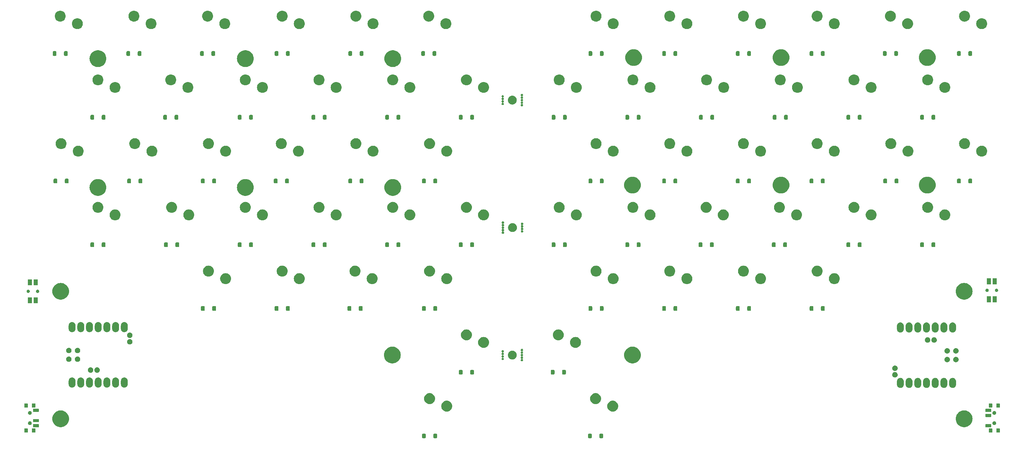
<source format=gts>
%TF.GenerationSoftware,KiCad,Pcbnew,7.0.9*%
%TF.CreationDate,2023-12-25T02:24:28+05:30*%
%TF.ProjectId,HiveKB,48697665-4b42-42e6-9b69-6361645f7063,rev?*%
%TF.SameCoordinates,Original*%
%TF.FileFunction,Soldermask,Top*%
%TF.FilePolarity,Negative*%
%FSLAX46Y46*%
G04 Gerber Fmt 4.6, Leading zero omitted, Abs format (unit mm)*
G04 Created by KiCad (PCBNEW 7.0.9) date 2023-12-25 02:24:28*
%MOMM*%
%LPD*%
G01*
G04 APERTURE LIST*
G04 APERTURE END LIST*
G36*
X244740724Y-195161532D02*
G01*
X244746383Y-195164170D01*
X244748532Y-195164484D01*
X244779077Y-195179416D01*
X244843020Y-195209234D01*
X244922832Y-195289046D01*
X244952659Y-195353011D01*
X244967581Y-195383533D01*
X244967893Y-195385680D01*
X244970534Y-195391342D01*
X244981608Y-195475458D01*
X244981608Y-196225458D01*
X244970534Y-196309574D01*
X244967893Y-196315236D01*
X244967581Y-196317382D01*
X244952669Y-196347883D01*
X244922832Y-196411870D01*
X244843020Y-196491682D01*
X244779033Y-196521519D01*
X244748532Y-196536431D01*
X244746386Y-196536743D01*
X244740724Y-196539384D01*
X244656608Y-196550458D01*
X244206608Y-196550458D01*
X244122492Y-196539384D01*
X244116830Y-196536743D01*
X244114683Y-196536431D01*
X244084161Y-196521509D01*
X244020196Y-196491682D01*
X243940384Y-196411870D01*
X243910566Y-196347927D01*
X243895634Y-196317382D01*
X243895320Y-196315233D01*
X243892682Y-196309574D01*
X243881608Y-196225458D01*
X243881608Y-195475458D01*
X243892682Y-195391342D01*
X243895320Y-195385683D01*
X243895634Y-195383533D01*
X243910576Y-195352966D01*
X243940384Y-195289046D01*
X244020196Y-195209234D01*
X244084116Y-195179426D01*
X244114683Y-195164484D01*
X244116833Y-195164170D01*
X244122492Y-195161532D01*
X244206608Y-195150458D01*
X244656608Y-195150458D01*
X244740724Y-195161532D01*
G37*
G36*
X248040724Y-195161532D02*
G01*
X248046383Y-195164170D01*
X248048532Y-195164484D01*
X248079077Y-195179416D01*
X248143020Y-195209234D01*
X248222832Y-195289046D01*
X248252659Y-195353011D01*
X248267581Y-195383533D01*
X248267893Y-195385680D01*
X248270534Y-195391342D01*
X248281608Y-195475458D01*
X248281608Y-196225458D01*
X248270534Y-196309574D01*
X248267893Y-196315236D01*
X248267581Y-196317382D01*
X248252669Y-196347883D01*
X248222832Y-196411870D01*
X248143020Y-196491682D01*
X248079033Y-196521519D01*
X248048532Y-196536431D01*
X248046386Y-196536743D01*
X248040724Y-196539384D01*
X247956608Y-196550458D01*
X247506608Y-196550458D01*
X247422492Y-196539384D01*
X247416830Y-196536743D01*
X247414683Y-196536431D01*
X247384161Y-196521509D01*
X247320196Y-196491682D01*
X247240384Y-196411870D01*
X247210566Y-196347927D01*
X247195634Y-196317382D01*
X247195320Y-196315233D01*
X247192682Y-196309574D01*
X247181608Y-196225458D01*
X247181608Y-195475458D01*
X247192682Y-195391342D01*
X247195320Y-195385683D01*
X247195634Y-195383533D01*
X247210576Y-195352966D01*
X247240384Y-195289046D01*
X247320196Y-195209234D01*
X247384116Y-195179426D01*
X247414683Y-195164484D01*
X247416833Y-195164170D01*
X247422492Y-195161532D01*
X247506608Y-195150458D01*
X247956608Y-195150458D01*
X248040724Y-195161532D01*
G37*
G36*
X196315487Y-195161446D02*
G01*
X196321146Y-195164084D01*
X196323295Y-195164398D01*
X196353840Y-195179330D01*
X196417783Y-195209148D01*
X196497595Y-195288960D01*
X196527422Y-195352925D01*
X196542344Y-195383447D01*
X196542656Y-195385594D01*
X196545297Y-195391256D01*
X196556371Y-195475372D01*
X196556371Y-196225372D01*
X196545297Y-196309488D01*
X196542656Y-196315150D01*
X196542344Y-196317296D01*
X196527432Y-196347797D01*
X196497595Y-196411784D01*
X196417783Y-196491596D01*
X196353796Y-196521433D01*
X196323295Y-196536345D01*
X196321149Y-196536657D01*
X196315487Y-196539298D01*
X196231371Y-196550372D01*
X195781371Y-196550372D01*
X195697255Y-196539298D01*
X195691593Y-196536657D01*
X195689446Y-196536345D01*
X195658924Y-196521423D01*
X195594959Y-196491596D01*
X195515147Y-196411784D01*
X195485329Y-196347841D01*
X195470397Y-196317296D01*
X195470083Y-196315147D01*
X195467445Y-196309488D01*
X195456371Y-196225372D01*
X195456371Y-195475372D01*
X195467445Y-195391256D01*
X195470083Y-195385597D01*
X195470397Y-195383447D01*
X195485339Y-195352880D01*
X195515147Y-195288960D01*
X195594959Y-195209148D01*
X195658879Y-195179340D01*
X195689446Y-195164398D01*
X195691596Y-195164084D01*
X195697255Y-195161446D01*
X195781371Y-195150372D01*
X196231371Y-195150372D01*
X196315487Y-195161446D01*
G37*
G36*
X199615487Y-195161446D02*
G01*
X199621146Y-195164084D01*
X199623295Y-195164398D01*
X199653840Y-195179330D01*
X199717783Y-195209148D01*
X199797595Y-195288960D01*
X199827422Y-195352925D01*
X199842344Y-195383447D01*
X199842656Y-195385594D01*
X199845297Y-195391256D01*
X199856371Y-195475372D01*
X199856371Y-196225372D01*
X199845297Y-196309488D01*
X199842656Y-196315150D01*
X199842344Y-196317296D01*
X199827432Y-196347797D01*
X199797595Y-196411784D01*
X199717783Y-196491596D01*
X199653796Y-196521433D01*
X199623295Y-196536345D01*
X199621149Y-196536657D01*
X199615487Y-196539298D01*
X199531371Y-196550372D01*
X199081371Y-196550372D01*
X198997255Y-196539298D01*
X198991593Y-196536657D01*
X198989446Y-196536345D01*
X198958924Y-196521423D01*
X198894959Y-196491596D01*
X198815147Y-196411784D01*
X198785329Y-196347841D01*
X198770397Y-196317296D01*
X198770083Y-196315147D01*
X198767445Y-196309488D01*
X198756371Y-196225372D01*
X198756371Y-195475372D01*
X198767445Y-195391256D01*
X198770083Y-195385597D01*
X198770397Y-195383447D01*
X198785339Y-195352880D01*
X198815147Y-195288960D01*
X198894959Y-195209148D01*
X198958879Y-195179340D01*
X198989446Y-195164398D01*
X198991596Y-195164084D01*
X198997255Y-195161446D01*
X199081371Y-195150372D01*
X199531371Y-195150372D01*
X199615487Y-195161446D01*
G37*
G36*
X80391512Y-193679027D02*
G01*
X80423955Y-193700704D01*
X80445632Y-193733147D01*
X80453244Y-193771415D01*
X80453244Y-194771415D01*
X80445632Y-194809683D01*
X80423955Y-194842126D01*
X80391512Y-194863803D01*
X80353244Y-194871415D01*
X79553244Y-194871415D01*
X79514976Y-194863803D01*
X79482533Y-194842126D01*
X79460856Y-194809683D01*
X79453244Y-194771415D01*
X79453244Y-193771415D01*
X79460856Y-193733147D01*
X79482533Y-193700704D01*
X79514976Y-193679027D01*
X79553244Y-193671415D01*
X80353244Y-193671415D01*
X80391512Y-193679027D01*
G37*
G36*
X82601512Y-193679027D02*
G01*
X82633955Y-193700704D01*
X82655632Y-193733147D01*
X82663244Y-193771415D01*
X82663244Y-194771415D01*
X82655632Y-194809683D01*
X82633955Y-194842126D01*
X82601512Y-194863803D01*
X82563244Y-194871415D01*
X81763244Y-194871415D01*
X81724976Y-194863803D01*
X81692533Y-194842126D01*
X81670856Y-194809683D01*
X81663244Y-194771415D01*
X81663244Y-193771415D01*
X81670856Y-193733147D01*
X81692533Y-193700704D01*
X81724976Y-193679027D01*
X81763244Y-193671415D01*
X82563244Y-193671415D01*
X82601512Y-193679027D01*
G37*
G36*
X361713184Y-193679027D02*
G01*
X361745627Y-193700704D01*
X361767304Y-193733147D01*
X361774916Y-193771415D01*
X361774916Y-194771415D01*
X361767304Y-194809683D01*
X361745627Y-194842126D01*
X361713184Y-194863803D01*
X361674916Y-194871415D01*
X360874916Y-194871415D01*
X360836648Y-194863803D01*
X360804205Y-194842126D01*
X360782528Y-194809683D01*
X360774916Y-194771415D01*
X360774916Y-193771415D01*
X360782528Y-193733147D01*
X360804205Y-193700704D01*
X360836648Y-193679027D01*
X360874916Y-193671415D01*
X361674916Y-193671415D01*
X361713184Y-193679027D01*
G37*
G36*
X363923184Y-193679027D02*
G01*
X363955627Y-193700704D01*
X363977304Y-193733147D01*
X363984916Y-193771415D01*
X363984916Y-194771415D01*
X363977304Y-194809683D01*
X363955627Y-194842126D01*
X363923184Y-194863803D01*
X363884916Y-194871415D01*
X363084916Y-194871415D01*
X363046648Y-194863803D01*
X363014205Y-194842126D01*
X362992528Y-194809683D01*
X362984916Y-194771415D01*
X362984916Y-193771415D01*
X362992528Y-193733147D01*
X363014205Y-193700704D01*
X363046648Y-193679027D01*
X363084916Y-193671415D01*
X363884916Y-193671415D01*
X363923184Y-193679027D01*
G37*
G36*
X83601512Y-192429027D02*
G01*
X83633955Y-192450704D01*
X83655632Y-192483147D01*
X83663244Y-192521415D01*
X83663244Y-193221415D01*
X83655632Y-193259683D01*
X83633955Y-193292126D01*
X83601512Y-193313803D01*
X83563244Y-193321415D01*
X82063244Y-193321415D01*
X82024976Y-193313803D01*
X81992533Y-193292126D01*
X81970856Y-193259683D01*
X81963244Y-193221415D01*
X81963244Y-192521415D01*
X81970856Y-192483147D01*
X81992533Y-192450704D01*
X82024976Y-192429027D01*
X82063244Y-192421415D01*
X83563244Y-192421415D01*
X83601512Y-192429027D01*
G37*
G36*
X361413184Y-192429027D02*
G01*
X361445627Y-192450704D01*
X361467304Y-192483147D01*
X361474916Y-192521415D01*
X361474916Y-193221415D01*
X361467304Y-193259683D01*
X361445627Y-193292126D01*
X361413184Y-193313803D01*
X361374916Y-193321415D01*
X359874916Y-193321415D01*
X359836648Y-193313803D01*
X359804205Y-193292126D01*
X359782528Y-193259683D01*
X359774916Y-193221415D01*
X359774916Y-192521415D01*
X359782528Y-192483147D01*
X359804205Y-192450704D01*
X359836648Y-192429027D01*
X359874916Y-192421415D01*
X361374916Y-192421415D01*
X361413184Y-192429027D01*
G37*
G36*
X354041204Y-188443946D02*
G01*
X354339212Y-188520462D01*
X354625279Y-188633724D01*
X354894896Y-188781947D01*
X355143809Y-188962793D01*
X355368093Y-189173410D01*
X355564212Y-189410476D01*
X355729071Y-189670253D01*
X355860072Y-189948645D01*
X355955149Y-190241260D01*
X356012801Y-190543484D01*
X356032120Y-190850550D01*
X356012801Y-191157616D01*
X355955149Y-191459840D01*
X355860072Y-191752455D01*
X355729071Y-192030847D01*
X355564212Y-192290624D01*
X355368093Y-192527690D01*
X355143809Y-192738307D01*
X354894896Y-192919153D01*
X354625279Y-193067376D01*
X354339212Y-193180638D01*
X354041204Y-193257154D01*
X353735957Y-193295715D01*
X353428283Y-193295715D01*
X353123036Y-193257154D01*
X352825028Y-193180638D01*
X352538961Y-193067376D01*
X352269344Y-192919153D01*
X352020431Y-192738307D01*
X351796147Y-192527690D01*
X351600028Y-192290624D01*
X351435169Y-192030847D01*
X351304168Y-191752455D01*
X351209091Y-191459840D01*
X351151439Y-191157616D01*
X351132120Y-190850550D01*
X351151439Y-190543484D01*
X351209091Y-190241260D01*
X351304168Y-189948645D01*
X351435169Y-189670253D01*
X351600028Y-189410476D01*
X351796147Y-189173410D01*
X352020431Y-188962793D01*
X352269344Y-188781947D01*
X352538961Y-188633724D01*
X352825028Y-188520462D01*
X353123036Y-188443946D01*
X353428283Y-188405385D01*
X353735957Y-188405385D01*
X354041204Y-188443946D01*
G37*
G36*
X90490468Y-188443886D02*
G01*
X90788476Y-188520402D01*
X91074543Y-188633664D01*
X91344160Y-188781887D01*
X91593073Y-188962733D01*
X91817357Y-189173350D01*
X92013476Y-189410416D01*
X92178335Y-189670193D01*
X92309336Y-189948585D01*
X92404413Y-190241200D01*
X92462065Y-190543424D01*
X92481384Y-190850490D01*
X92462065Y-191157556D01*
X92404413Y-191459780D01*
X92309336Y-191752395D01*
X92178335Y-192030787D01*
X92013476Y-192290564D01*
X91817357Y-192527630D01*
X91593073Y-192738247D01*
X91344160Y-192919093D01*
X91074543Y-193067316D01*
X90788476Y-193180578D01*
X90490468Y-193257094D01*
X90185221Y-193295655D01*
X89877547Y-193295655D01*
X89572300Y-193257094D01*
X89274292Y-193180578D01*
X88988225Y-193067316D01*
X88718608Y-192919093D01*
X88469695Y-192738247D01*
X88245411Y-192527630D01*
X88049292Y-192290564D01*
X87884433Y-192030787D01*
X87753432Y-191752395D01*
X87658355Y-191459780D01*
X87600703Y-191157556D01*
X87581384Y-190850490D01*
X87600703Y-190543424D01*
X87658355Y-190241200D01*
X87753432Y-189948585D01*
X87884433Y-189670193D01*
X88049292Y-189410416D01*
X88245411Y-189173350D01*
X88469695Y-188962733D01*
X88718608Y-188781887D01*
X88988225Y-188633664D01*
X89274292Y-188520402D01*
X89572300Y-188443886D01*
X89877547Y-188405325D01*
X90185221Y-188405325D01*
X90490468Y-188443886D01*
G37*
G36*
X81087029Y-191575863D02*
G01*
X81119485Y-191575863D01*
X81156698Y-191585035D01*
X81195594Y-191590156D01*
X81222218Y-191601184D01*
X81248123Y-191607569D01*
X81287398Y-191628182D01*
X81328244Y-191645101D01*
X81346879Y-191659400D01*
X81365427Y-191669135D01*
X81403350Y-191702732D01*
X81442153Y-191732506D01*
X81453179Y-191746876D01*
X81464597Y-191756991D01*
X81497334Y-191804420D01*
X81529558Y-191846415D01*
X81534415Y-191858142D01*
X81539853Y-191866020D01*
X81563443Y-191928222D01*
X81584503Y-191979065D01*
X81585448Y-191986243D01*
X81586833Y-191989895D01*
X81597558Y-192078232D01*
X81603244Y-192121415D01*
X81597558Y-192164601D01*
X81586833Y-192252934D01*
X81585448Y-192256585D01*
X81584503Y-192263765D01*
X81563438Y-192314618D01*
X81539853Y-192376809D01*
X81534416Y-192384684D01*
X81529558Y-192396415D01*
X81497327Y-192438418D01*
X81464597Y-192485838D01*
X81453181Y-192495950D01*
X81442153Y-192510324D01*
X81403342Y-192540104D01*
X81365427Y-192573694D01*
X81346883Y-192583426D01*
X81328244Y-192597729D01*
X81287389Y-192614651D01*
X81248123Y-192635260D01*
X81222223Y-192641643D01*
X81195594Y-192652674D01*
X81156696Y-192657795D01*
X81119485Y-192666967D01*
X81087029Y-192666967D01*
X81053244Y-192671415D01*
X81019459Y-192666967D01*
X80987003Y-192666967D01*
X80949790Y-192657794D01*
X80910894Y-192652674D01*
X80884265Y-192641644D01*
X80858364Y-192635260D01*
X80819094Y-192614649D01*
X80778244Y-192597729D01*
X80759606Y-192583427D01*
X80741060Y-192573694D01*
X80703138Y-192540098D01*
X80664335Y-192510324D01*
X80653308Y-192495953D01*
X80641890Y-192485838D01*
X80609150Y-192438405D01*
X80576930Y-192396415D01*
X80572072Y-192384688D01*
X80566634Y-192376809D01*
X80543037Y-192314590D01*
X80521985Y-192263765D01*
X80521040Y-192256589D01*
X80519654Y-192252934D01*
X80508916Y-192164503D01*
X80503244Y-192121415D01*
X80508916Y-192078329D01*
X80519654Y-191989895D01*
X80521040Y-191986239D01*
X80521985Y-191979065D01*
X80543032Y-191928250D01*
X80566634Y-191866020D01*
X80572073Y-191858138D01*
X80576930Y-191846415D01*
X80609143Y-191804433D01*
X80641890Y-191756991D01*
X80653310Y-191746873D01*
X80664335Y-191732506D01*
X80703129Y-191702737D01*
X80741060Y-191669135D01*
X80759610Y-191659398D01*
X80778244Y-191645101D01*
X80819085Y-191628184D01*
X80858364Y-191607569D01*
X80884270Y-191601183D01*
X80910894Y-191590156D01*
X80949788Y-191585035D01*
X80987003Y-191575863D01*
X81019459Y-191575863D01*
X81053244Y-191571415D01*
X81087029Y-191575863D01*
G37*
G36*
X362418701Y-191575863D02*
G01*
X362451157Y-191575863D01*
X362488370Y-191585035D01*
X362527266Y-191590156D01*
X362553890Y-191601184D01*
X362579795Y-191607569D01*
X362619070Y-191628182D01*
X362659916Y-191645101D01*
X362678551Y-191659400D01*
X362697099Y-191669135D01*
X362735022Y-191702732D01*
X362773825Y-191732506D01*
X362784851Y-191746876D01*
X362796269Y-191756991D01*
X362829006Y-191804420D01*
X362861230Y-191846415D01*
X362866087Y-191858142D01*
X362871525Y-191866020D01*
X362895115Y-191928222D01*
X362916175Y-191979065D01*
X362917120Y-191986243D01*
X362918505Y-191989895D01*
X362929230Y-192078232D01*
X362934916Y-192121415D01*
X362929230Y-192164601D01*
X362918505Y-192252934D01*
X362917120Y-192256585D01*
X362916175Y-192263765D01*
X362895110Y-192314618D01*
X362871525Y-192376809D01*
X362866088Y-192384684D01*
X362861230Y-192396415D01*
X362828999Y-192438418D01*
X362796269Y-192485838D01*
X362784853Y-192495950D01*
X362773825Y-192510324D01*
X362735014Y-192540104D01*
X362697099Y-192573694D01*
X362678555Y-192583426D01*
X362659916Y-192597729D01*
X362619061Y-192614651D01*
X362579795Y-192635260D01*
X362553895Y-192641643D01*
X362527266Y-192652674D01*
X362488368Y-192657795D01*
X362451157Y-192666967D01*
X362418701Y-192666967D01*
X362384916Y-192671415D01*
X362351131Y-192666967D01*
X362318675Y-192666967D01*
X362281462Y-192657794D01*
X362242566Y-192652674D01*
X362215937Y-192641644D01*
X362190036Y-192635260D01*
X362150766Y-192614649D01*
X362109916Y-192597729D01*
X362091278Y-192583427D01*
X362072732Y-192573694D01*
X362034810Y-192540098D01*
X361996007Y-192510324D01*
X361984980Y-192495953D01*
X361973562Y-192485838D01*
X361940822Y-192438405D01*
X361908602Y-192396415D01*
X361903744Y-192384688D01*
X361898306Y-192376809D01*
X361874709Y-192314590D01*
X361853657Y-192263765D01*
X361852712Y-192256589D01*
X361851326Y-192252934D01*
X361840588Y-192164503D01*
X361834916Y-192121415D01*
X361840588Y-192078329D01*
X361851326Y-191989895D01*
X361852712Y-191986239D01*
X361853657Y-191979065D01*
X361874704Y-191928250D01*
X361898306Y-191866020D01*
X361903745Y-191858138D01*
X361908602Y-191846415D01*
X361940815Y-191804433D01*
X361973562Y-191756991D01*
X361984982Y-191746873D01*
X361996007Y-191732506D01*
X362034801Y-191702737D01*
X362072732Y-191669135D01*
X362091282Y-191659398D01*
X362109916Y-191645101D01*
X362150757Y-191628184D01*
X362190036Y-191607569D01*
X362215942Y-191601183D01*
X362242566Y-191590156D01*
X362281460Y-191585035D01*
X362318675Y-191575863D01*
X362351131Y-191575863D01*
X362384916Y-191571415D01*
X362418701Y-191575863D01*
G37*
G36*
X83601512Y-190929027D02*
G01*
X83633955Y-190950704D01*
X83655632Y-190983147D01*
X83663244Y-191021415D01*
X83663244Y-191721415D01*
X83655632Y-191759683D01*
X83633955Y-191792126D01*
X83601512Y-191813803D01*
X83563244Y-191821415D01*
X82063244Y-191821415D01*
X82024976Y-191813803D01*
X81992533Y-191792126D01*
X81970856Y-191759683D01*
X81963244Y-191721415D01*
X81963244Y-191021415D01*
X81970856Y-190983147D01*
X81992533Y-190950704D01*
X82024976Y-190929027D01*
X82063244Y-190921415D01*
X83563244Y-190921415D01*
X83601512Y-190929027D01*
G37*
G36*
X361413184Y-189429027D02*
G01*
X361445627Y-189450704D01*
X361467304Y-189483147D01*
X361474916Y-189521415D01*
X361474916Y-190221415D01*
X361467304Y-190259683D01*
X361445627Y-190292126D01*
X361413184Y-190313803D01*
X361374916Y-190321415D01*
X359874916Y-190321415D01*
X359836648Y-190313803D01*
X359804205Y-190292126D01*
X359782528Y-190259683D01*
X359774916Y-190221415D01*
X359774916Y-189521415D01*
X359782528Y-189483147D01*
X359804205Y-189450704D01*
X359836648Y-189429027D01*
X359874916Y-189421415D01*
X361374916Y-189421415D01*
X361413184Y-189429027D01*
G37*
G36*
X81087029Y-188575863D02*
G01*
X81119485Y-188575863D01*
X81156698Y-188585035D01*
X81195594Y-188590156D01*
X81222218Y-188601184D01*
X81248123Y-188607569D01*
X81287398Y-188628182D01*
X81328244Y-188645101D01*
X81346879Y-188659400D01*
X81365427Y-188669135D01*
X81403350Y-188702732D01*
X81442153Y-188732506D01*
X81453179Y-188746876D01*
X81464597Y-188756991D01*
X81497334Y-188804420D01*
X81529558Y-188846415D01*
X81534415Y-188858142D01*
X81539853Y-188866020D01*
X81563443Y-188928222D01*
X81584503Y-188979065D01*
X81585448Y-188986243D01*
X81586833Y-188989895D01*
X81597558Y-189078232D01*
X81603244Y-189121415D01*
X81597558Y-189164601D01*
X81586833Y-189252934D01*
X81585448Y-189256585D01*
X81584503Y-189263765D01*
X81563438Y-189314618D01*
X81539853Y-189376809D01*
X81534416Y-189384684D01*
X81529558Y-189396415D01*
X81497327Y-189438418D01*
X81464597Y-189485838D01*
X81453181Y-189495950D01*
X81442153Y-189510324D01*
X81403342Y-189540104D01*
X81365427Y-189573694D01*
X81346883Y-189583426D01*
X81328244Y-189597729D01*
X81287389Y-189614651D01*
X81248123Y-189635260D01*
X81222223Y-189641643D01*
X81195594Y-189652674D01*
X81156696Y-189657795D01*
X81119485Y-189666967D01*
X81087029Y-189666967D01*
X81053244Y-189671415D01*
X81019459Y-189666967D01*
X80987003Y-189666967D01*
X80949790Y-189657794D01*
X80910894Y-189652674D01*
X80884265Y-189641644D01*
X80858364Y-189635260D01*
X80819094Y-189614649D01*
X80778244Y-189597729D01*
X80759606Y-189583427D01*
X80741060Y-189573694D01*
X80703138Y-189540098D01*
X80664335Y-189510324D01*
X80653308Y-189495953D01*
X80641890Y-189485838D01*
X80609150Y-189438405D01*
X80576930Y-189396415D01*
X80572072Y-189384688D01*
X80566634Y-189376809D01*
X80543037Y-189314590D01*
X80521985Y-189263765D01*
X80521040Y-189256589D01*
X80519654Y-189252934D01*
X80508916Y-189164503D01*
X80503244Y-189121415D01*
X80508916Y-189078329D01*
X80519654Y-188989895D01*
X80521040Y-188986239D01*
X80521985Y-188979065D01*
X80543032Y-188928250D01*
X80566634Y-188866020D01*
X80572073Y-188858138D01*
X80576930Y-188846415D01*
X80609143Y-188804433D01*
X80641890Y-188756991D01*
X80653310Y-188746873D01*
X80664335Y-188732506D01*
X80703129Y-188702737D01*
X80741060Y-188669135D01*
X80759610Y-188659398D01*
X80778244Y-188645101D01*
X80819085Y-188628184D01*
X80858364Y-188607569D01*
X80884270Y-188601183D01*
X80910894Y-188590156D01*
X80949788Y-188585035D01*
X80987003Y-188575863D01*
X81019459Y-188575863D01*
X81053244Y-188571415D01*
X81087029Y-188575863D01*
G37*
G36*
X362418701Y-188575863D02*
G01*
X362451157Y-188575863D01*
X362488370Y-188585035D01*
X362527266Y-188590156D01*
X362553890Y-188601184D01*
X362579795Y-188607569D01*
X362619070Y-188628182D01*
X362659916Y-188645101D01*
X362678551Y-188659400D01*
X362697099Y-188669135D01*
X362735022Y-188702732D01*
X362773825Y-188732506D01*
X362784851Y-188746876D01*
X362796269Y-188756991D01*
X362829006Y-188804420D01*
X362861230Y-188846415D01*
X362866087Y-188858142D01*
X362871525Y-188866020D01*
X362895115Y-188928222D01*
X362916175Y-188979065D01*
X362917120Y-188986243D01*
X362918505Y-188989895D01*
X362929230Y-189078232D01*
X362934916Y-189121415D01*
X362929230Y-189164601D01*
X362918505Y-189252934D01*
X362917120Y-189256585D01*
X362916175Y-189263765D01*
X362895110Y-189314618D01*
X362871525Y-189376809D01*
X362866088Y-189384684D01*
X362861230Y-189396415D01*
X362828999Y-189438418D01*
X362796269Y-189485838D01*
X362784853Y-189495950D01*
X362773825Y-189510324D01*
X362735014Y-189540104D01*
X362697099Y-189573694D01*
X362678555Y-189583426D01*
X362659916Y-189597729D01*
X362619061Y-189614651D01*
X362579795Y-189635260D01*
X362553895Y-189641643D01*
X362527266Y-189652674D01*
X362488368Y-189657795D01*
X362451157Y-189666967D01*
X362418701Y-189666967D01*
X362384916Y-189671415D01*
X362351131Y-189666967D01*
X362318675Y-189666967D01*
X362281462Y-189657794D01*
X362242566Y-189652674D01*
X362215937Y-189641644D01*
X362190036Y-189635260D01*
X362150766Y-189614649D01*
X362109916Y-189597729D01*
X362091278Y-189583427D01*
X362072732Y-189573694D01*
X362034810Y-189540098D01*
X361996007Y-189510324D01*
X361984980Y-189495953D01*
X361973562Y-189485838D01*
X361940822Y-189438405D01*
X361908602Y-189396415D01*
X361903744Y-189384688D01*
X361898306Y-189376809D01*
X361874709Y-189314590D01*
X361853657Y-189263765D01*
X361852712Y-189256589D01*
X361851326Y-189252934D01*
X361840588Y-189164503D01*
X361834916Y-189121415D01*
X361840588Y-189078329D01*
X361851326Y-188989895D01*
X361852712Y-188986239D01*
X361853657Y-188979065D01*
X361874704Y-188928250D01*
X361898306Y-188866020D01*
X361903745Y-188858138D01*
X361908602Y-188846415D01*
X361940815Y-188804433D01*
X361973562Y-188756991D01*
X361984982Y-188746873D01*
X361996007Y-188732506D01*
X362034801Y-188702737D01*
X362072732Y-188669135D01*
X362091282Y-188659398D01*
X362109916Y-188645101D01*
X362150757Y-188628184D01*
X362190036Y-188607569D01*
X362215942Y-188601183D01*
X362242566Y-188590156D01*
X362281460Y-188585035D01*
X362318675Y-188575863D01*
X362351131Y-188575863D01*
X362384916Y-188571415D01*
X362418701Y-188575863D01*
G37*
G36*
X83601512Y-187929027D02*
G01*
X83633955Y-187950704D01*
X83655632Y-187983147D01*
X83663244Y-188021415D01*
X83663244Y-188721415D01*
X83655632Y-188759683D01*
X83633955Y-188792126D01*
X83601512Y-188813803D01*
X83563244Y-188821415D01*
X82063244Y-188821415D01*
X82024976Y-188813803D01*
X81992533Y-188792126D01*
X81970856Y-188759683D01*
X81963244Y-188721415D01*
X81963244Y-188021415D01*
X81970856Y-187983147D01*
X81992533Y-187950704D01*
X82024976Y-187929027D01*
X82063244Y-187921415D01*
X83563244Y-187921415D01*
X83601512Y-187929027D01*
G37*
G36*
X361413184Y-187929027D02*
G01*
X361445627Y-187950704D01*
X361467304Y-187983147D01*
X361474916Y-188021415D01*
X361474916Y-188721415D01*
X361467304Y-188759683D01*
X361445627Y-188792126D01*
X361413184Y-188813803D01*
X361374916Y-188821415D01*
X359874916Y-188821415D01*
X359836648Y-188813803D01*
X359804205Y-188792126D01*
X359782528Y-188759683D01*
X359774916Y-188721415D01*
X359774916Y-188021415D01*
X359782528Y-187983147D01*
X359804205Y-187950704D01*
X359836648Y-187929027D01*
X359874916Y-187921415D01*
X361374916Y-187921415D01*
X361413184Y-187929027D01*
G37*
G36*
X251331903Y-185570157D02*
G01*
X251576035Y-185628768D01*
X251807993Y-185724848D01*
X252022064Y-185856031D01*
X252212979Y-186019087D01*
X252376035Y-186210002D01*
X252507218Y-186424073D01*
X252603298Y-186656031D01*
X252661909Y-186900163D01*
X252681608Y-187150458D01*
X252661909Y-187400753D01*
X252603298Y-187644885D01*
X252507218Y-187876843D01*
X252376035Y-188090914D01*
X252212979Y-188281829D01*
X252022064Y-188444885D01*
X251807993Y-188576068D01*
X251576035Y-188672148D01*
X251331903Y-188730759D01*
X251081608Y-188750458D01*
X250831313Y-188730759D01*
X250587181Y-188672148D01*
X250355223Y-188576068D01*
X250141152Y-188444885D01*
X249950237Y-188281829D01*
X249787181Y-188090914D01*
X249655998Y-187876843D01*
X249559918Y-187644885D01*
X249501307Y-187400753D01*
X249481608Y-187150458D01*
X249501307Y-186900163D01*
X249559918Y-186656031D01*
X249655998Y-186424073D01*
X249787181Y-186210002D01*
X249950237Y-186019087D01*
X250141152Y-185856031D01*
X250355223Y-185724848D01*
X250587181Y-185628768D01*
X250831313Y-185570157D01*
X251081608Y-185550458D01*
X251331903Y-185570157D01*
G37*
G36*
X202906663Y-185570072D02*
G01*
X203150795Y-185628683D01*
X203382753Y-185724763D01*
X203596824Y-185855946D01*
X203787739Y-186019002D01*
X203950795Y-186209917D01*
X204081978Y-186423988D01*
X204178058Y-186655946D01*
X204236669Y-186900078D01*
X204256368Y-187150373D01*
X204236669Y-187400668D01*
X204178058Y-187644800D01*
X204081978Y-187876758D01*
X203950795Y-188090829D01*
X203787739Y-188281744D01*
X203596824Y-188444800D01*
X203382753Y-188575983D01*
X203150795Y-188672063D01*
X202906663Y-188730674D01*
X202656368Y-188750373D01*
X202406073Y-188730674D01*
X202161941Y-188672063D01*
X201929983Y-188575983D01*
X201715912Y-188444800D01*
X201524997Y-188281744D01*
X201361941Y-188090829D01*
X201230758Y-187876758D01*
X201134678Y-187644800D01*
X201076067Y-187400668D01*
X201056368Y-187150373D01*
X201076067Y-186900078D01*
X201134678Y-186655946D01*
X201230758Y-186423988D01*
X201361941Y-186209917D01*
X201524997Y-186019002D01*
X201715912Y-185855946D01*
X201929983Y-185724763D01*
X202161941Y-185628683D01*
X202406073Y-185570072D01*
X202656368Y-185550373D01*
X202906663Y-185570072D01*
G37*
G36*
X80391512Y-186379027D02*
G01*
X80423955Y-186400704D01*
X80445632Y-186433147D01*
X80453244Y-186471415D01*
X80453244Y-187471415D01*
X80445632Y-187509683D01*
X80423955Y-187542126D01*
X80391512Y-187563803D01*
X80353244Y-187571415D01*
X79553244Y-187571415D01*
X79514976Y-187563803D01*
X79482533Y-187542126D01*
X79460856Y-187509683D01*
X79453244Y-187471415D01*
X79453244Y-186471415D01*
X79460856Y-186433147D01*
X79482533Y-186400704D01*
X79514976Y-186379027D01*
X79553244Y-186371415D01*
X80353244Y-186371415D01*
X80391512Y-186379027D01*
G37*
G36*
X82601512Y-186379027D02*
G01*
X82633955Y-186400704D01*
X82655632Y-186433147D01*
X82663244Y-186471415D01*
X82663244Y-187471415D01*
X82655632Y-187509683D01*
X82633955Y-187542126D01*
X82601512Y-187563803D01*
X82563244Y-187571415D01*
X81763244Y-187571415D01*
X81724976Y-187563803D01*
X81692533Y-187542126D01*
X81670856Y-187509683D01*
X81663244Y-187471415D01*
X81663244Y-186471415D01*
X81670856Y-186433147D01*
X81692533Y-186400704D01*
X81724976Y-186379027D01*
X81763244Y-186371415D01*
X82563244Y-186371415D01*
X82601512Y-186379027D01*
G37*
G36*
X361713184Y-186379027D02*
G01*
X361745627Y-186400704D01*
X361767304Y-186433147D01*
X361774916Y-186471415D01*
X361774916Y-187471415D01*
X361767304Y-187509683D01*
X361745627Y-187542126D01*
X361713184Y-187563803D01*
X361674916Y-187571415D01*
X360874916Y-187571415D01*
X360836648Y-187563803D01*
X360804205Y-187542126D01*
X360782528Y-187509683D01*
X360774916Y-187471415D01*
X360774916Y-186471415D01*
X360782528Y-186433147D01*
X360804205Y-186400704D01*
X360836648Y-186379027D01*
X360874916Y-186371415D01*
X361674916Y-186371415D01*
X361713184Y-186379027D01*
G37*
G36*
X363923184Y-186379027D02*
G01*
X363955627Y-186400704D01*
X363977304Y-186433147D01*
X363984916Y-186471415D01*
X363984916Y-187471415D01*
X363977304Y-187509683D01*
X363955627Y-187542126D01*
X363923184Y-187563803D01*
X363884916Y-187571415D01*
X363084916Y-187571415D01*
X363046648Y-187563803D01*
X363014205Y-187542126D01*
X362992528Y-187509683D01*
X362984916Y-187471415D01*
X362984916Y-186471415D01*
X362992528Y-186433147D01*
X363014205Y-186400704D01*
X363046648Y-186379027D01*
X363084916Y-186371415D01*
X363884916Y-186371415D01*
X363923184Y-186379027D01*
G37*
G36*
X246331903Y-183370157D02*
G01*
X246576035Y-183428768D01*
X246807993Y-183524848D01*
X247022064Y-183656031D01*
X247212979Y-183819087D01*
X247376035Y-184010002D01*
X247507218Y-184224073D01*
X247603298Y-184456031D01*
X247661909Y-184700163D01*
X247681608Y-184950458D01*
X247661909Y-185200753D01*
X247603298Y-185444885D01*
X247507218Y-185676843D01*
X247376035Y-185890914D01*
X247212979Y-186081829D01*
X247022064Y-186244885D01*
X246807993Y-186376068D01*
X246576035Y-186472148D01*
X246331903Y-186530759D01*
X246081608Y-186550458D01*
X245831313Y-186530759D01*
X245587181Y-186472148D01*
X245355223Y-186376068D01*
X245141152Y-186244885D01*
X244950237Y-186081829D01*
X244787181Y-185890914D01*
X244655998Y-185676843D01*
X244559918Y-185444885D01*
X244501307Y-185200753D01*
X244481608Y-184950458D01*
X244501307Y-184700163D01*
X244559918Y-184456031D01*
X244655998Y-184224073D01*
X244787181Y-184010002D01*
X244950237Y-183819087D01*
X245141152Y-183656031D01*
X245355223Y-183524848D01*
X245587181Y-183428768D01*
X245831313Y-183370157D01*
X246081608Y-183350458D01*
X246331903Y-183370157D01*
G37*
G36*
X197906663Y-183370072D02*
G01*
X198150795Y-183428683D01*
X198382753Y-183524763D01*
X198596824Y-183655946D01*
X198787739Y-183819002D01*
X198950795Y-184009917D01*
X199081978Y-184223988D01*
X199178058Y-184455946D01*
X199236669Y-184700078D01*
X199256368Y-184950373D01*
X199236669Y-185200668D01*
X199178058Y-185444800D01*
X199081978Y-185676758D01*
X198950795Y-185890829D01*
X198787739Y-186081744D01*
X198596824Y-186244800D01*
X198382753Y-186375983D01*
X198150795Y-186472063D01*
X197906663Y-186530674D01*
X197656368Y-186550373D01*
X197406073Y-186530674D01*
X197161941Y-186472063D01*
X196929983Y-186375983D01*
X196715912Y-186244800D01*
X196524997Y-186081744D01*
X196361941Y-185890829D01*
X196230758Y-185676758D01*
X196134678Y-185444800D01*
X196076067Y-185200668D01*
X196056368Y-184950373D01*
X196076067Y-184700078D01*
X196134678Y-184455946D01*
X196230758Y-184223988D01*
X196361941Y-184009917D01*
X196524997Y-183819002D01*
X196715912Y-183655946D01*
X196929983Y-183524763D01*
X197161941Y-183428683D01*
X197406073Y-183370072D01*
X197656368Y-183350373D01*
X197906663Y-183370072D01*
G37*
G36*
X335056947Y-178894518D02*
G01*
X335133816Y-178898417D01*
X335156705Y-178904343D01*
X335177423Y-178906384D01*
X335252230Y-178929076D01*
X335329693Y-178949133D01*
X335348079Y-178958152D01*
X335364961Y-178963273D01*
X335436795Y-179001669D01*
X335511352Y-179038241D01*
X335525042Y-179048838D01*
X335537794Y-179055654D01*
X335603288Y-179109404D01*
X335671355Y-179162092D01*
X335680578Y-179172836D01*
X335689288Y-179179984D01*
X335745197Y-179248109D01*
X335803151Y-179315617D01*
X335808479Y-179325216D01*
X335813618Y-179331478D01*
X335856903Y-179412460D01*
X335901346Y-179492529D01*
X335903683Y-179499978D01*
X335905999Y-179504311D01*
X335933880Y-179596222D01*
X335961918Y-179685586D01*
X335962386Y-179690197D01*
X335962888Y-179691849D01*
X335973154Y-179796087D01*
X335982388Y-179886885D01*
X335982388Y-180836885D01*
X335977257Y-180938053D01*
X335967417Y-180985933D01*
X335962888Y-181031920D01*
X335947630Y-181082216D01*
X335936527Y-181136248D01*
X335918491Y-181178276D01*
X335905999Y-181219458D01*
X335879725Y-181268612D01*
X335856735Y-181322187D01*
X335832405Y-181357141D01*
X335813618Y-181392291D01*
X335776244Y-181437829D01*
X335741146Y-181488257D01*
X335712553Y-181515436D01*
X335689288Y-181543785D01*
X335641299Y-181583169D01*
X335594494Y-181627661D01*
X335563695Y-181646857D01*
X335537794Y-181668115D01*
X335480216Y-181698890D01*
X335422782Y-181734690D01*
X335391713Y-181746196D01*
X335364961Y-181760496D01*
X335299426Y-181780375D01*
X335233041Y-181804962D01*
X335203413Y-181809500D01*
X335177423Y-181817385D01*
X335106088Y-181824410D01*
X335033037Y-181835602D01*
X335006252Y-181834243D01*
X334982388Y-181836594D01*
X334907848Y-181829252D01*
X334830960Y-181825353D01*
X334808064Y-181819424D01*
X334787352Y-181817385D01*
X334712561Y-181794697D01*
X334635083Y-181774637D01*
X334616692Y-181765616D01*
X334599814Y-181760496D01*
X334527990Y-181722105D01*
X334453424Y-181685529D01*
X334439731Y-181674930D01*
X334426981Y-181668115D01*
X334361491Y-181614368D01*
X334293421Y-181561678D01*
X334284196Y-181550933D01*
X334275487Y-181543785D01*
X334219574Y-181475656D01*
X334161625Y-181408153D01*
X334156297Y-181398554D01*
X334151157Y-181392291D01*
X334107859Y-181311287D01*
X334063430Y-181231241D01*
X334061093Y-181223793D01*
X334058776Y-181219458D01*
X334030874Y-181127480D01*
X334002858Y-181038184D01*
X334002389Y-181033576D01*
X334001887Y-181031920D01*
X333991609Y-180927565D01*
X333982388Y-180836885D01*
X333982388Y-179886885D01*
X333987519Y-179785717D01*
X333997356Y-179737845D01*
X334001887Y-179691849D01*
X334017148Y-179641540D01*
X334028249Y-179587522D01*
X334046280Y-179545503D01*
X334058776Y-179504311D01*
X334085056Y-179455142D01*
X334108041Y-179401583D01*
X334132363Y-179366637D01*
X334151157Y-179331478D01*
X334188541Y-179285925D01*
X334223630Y-179235513D01*
X334252214Y-179208341D01*
X334275487Y-179179984D01*
X334323490Y-179140587D01*
X334370282Y-179096109D01*
X334401071Y-179076917D01*
X334426981Y-179055654D01*
X334484576Y-179024868D01*
X334541994Y-178989080D01*
X334573052Y-178977577D01*
X334599814Y-178963273D01*
X334665369Y-178943386D01*
X334731735Y-178918808D01*
X334761353Y-178914270D01*
X334787352Y-178906384D01*
X334858706Y-178899356D01*
X334931739Y-178888168D01*
X334958516Y-178889526D01*
X334982388Y-178887175D01*
X335056947Y-178894518D01*
G37*
G36*
X337596947Y-178894518D02*
G01*
X337673816Y-178898417D01*
X337696705Y-178904343D01*
X337717423Y-178906384D01*
X337792230Y-178929076D01*
X337869693Y-178949133D01*
X337888079Y-178958152D01*
X337904961Y-178963273D01*
X337976795Y-179001669D01*
X338051352Y-179038241D01*
X338065042Y-179048838D01*
X338077794Y-179055654D01*
X338143288Y-179109404D01*
X338211355Y-179162092D01*
X338220578Y-179172836D01*
X338229288Y-179179984D01*
X338285197Y-179248109D01*
X338343151Y-179315617D01*
X338348479Y-179325216D01*
X338353618Y-179331478D01*
X338396903Y-179412460D01*
X338441346Y-179492529D01*
X338443683Y-179499978D01*
X338445999Y-179504311D01*
X338473880Y-179596222D01*
X338501918Y-179685586D01*
X338502386Y-179690197D01*
X338502888Y-179691849D01*
X338513154Y-179796087D01*
X338522388Y-179886885D01*
X338522388Y-180836885D01*
X338517257Y-180938053D01*
X338507417Y-180985933D01*
X338502888Y-181031920D01*
X338487630Y-181082216D01*
X338476527Y-181136248D01*
X338458491Y-181178276D01*
X338445999Y-181219458D01*
X338419725Y-181268612D01*
X338396735Y-181322187D01*
X338372405Y-181357141D01*
X338353618Y-181392291D01*
X338316244Y-181437829D01*
X338281146Y-181488257D01*
X338252553Y-181515436D01*
X338229288Y-181543785D01*
X338181299Y-181583169D01*
X338134494Y-181627661D01*
X338103695Y-181646857D01*
X338077794Y-181668115D01*
X338020216Y-181698890D01*
X337962782Y-181734690D01*
X337931713Y-181746196D01*
X337904961Y-181760496D01*
X337839426Y-181780375D01*
X337773041Y-181804962D01*
X337743413Y-181809500D01*
X337717423Y-181817385D01*
X337646088Y-181824410D01*
X337573037Y-181835602D01*
X337546252Y-181834243D01*
X337522388Y-181836594D01*
X337447848Y-181829252D01*
X337370960Y-181825353D01*
X337348064Y-181819424D01*
X337327352Y-181817385D01*
X337252561Y-181794697D01*
X337175083Y-181774637D01*
X337156692Y-181765616D01*
X337139814Y-181760496D01*
X337067990Y-181722105D01*
X336993424Y-181685529D01*
X336979731Y-181674930D01*
X336966981Y-181668115D01*
X336901491Y-181614368D01*
X336833421Y-181561678D01*
X336824196Y-181550933D01*
X336815487Y-181543785D01*
X336759574Y-181475656D01*
X336701625Y-181408153D01*
X336696297Y-181398554D01*
X336691157Y-181392291D01*
X336647859Y-181311287D01*
X336603430Y-181231241D01*
X336601093Y-181223793D01*
X336598776Y-181219458D01*
X336570874Y-181127480D01*
X336542858Y-181038184D01*
X336542389Y-181033576D01*
X336541887Y-181031920D01*
X336531609Y-180927565D01*
X336522388Y-180836885D01*
X336522388Y-179886885D01*
X336527519Y-179785717D01*
X336537356Y-179737845D01*
X336541887Y-179691849D01*
X336557148Y-179641540D01*
X336568249Y-179587522D01*
X336586280Y-179545503D01*
X336598776Y-179504311D01*
X336625056Y-179455142D01*
X336648041Y-179401583D01*
X336672363Y-179366637D01*
X336691157Y-179331478D01*
X336728541Y-179285925D01*
X336763630Y-179235513D01*
X336792214Y-179208341D01*
X336815487Y-179179984D01*
X336863490Y-179140587D01*
X336910282Y-179096109D01*
X336941071Y-179076917D01*
X336966981Y-179055654D01*
X337024576Y-179024868D01*
X337081994Y-178989080D01*
X337113052Y-178977577D01*
X337139814Y-178963273D01*
X337205369Y-178943386D01*
X337271735Y-178918808D01*
X337301353Y-178914270D01*
X337327352Y-178906384D01*
X337398706Y-178899356D01*
X337471739Y-178888168D01*
X337498516Y-178889526D01*
X337522388Y-178887175D01*
X337596947Y-178894518D01*
G37*
G36*
X340136947Y-178894518D02*
G01*
X340213816Y-178898417D01*
X340236705Y-178904343D01*
X340257423Y-178906384D01*
X340332230Y-178929076D01*
X340409693Y-178949133D01*
X340428079Y-178958152D01*
X340444961Y-178963273D01*
X340516795Y-179001669D01*
X340591352Y-179038241D01*
X340605042Y-179048838D01*
X340617794Y-179055654D01*
X340683288Y-179109404D01*
X340751355Y-179162092D01*
X340760578Y-179172836D01*
X340769288Y-179179984D01*
X340825197Y-179248109D01*
X340883151Y-179315617D01*
X340888479Y-179325216D01*
X340893618Y-179331478D01*
X340936903Y-179412460D01*
X340981346Y-179492529D01*
X340983683Y-179499978D01*
X340985999Y-179504311D01*
X341013880Y-179596222D01*
X341041918Y-179685586D01*
X341042386Y-179690197D01*
X341042888Y-179691849D01*
X341053154Y-179796087D01*
X341062388Y-179886885D01*
X341062388Y-180836885D01*
X341057257Y-180938053D01*
X341047417Y-180985933D01*
X341042888Y-181031920D01*
X341027630Y-181082216D01*
X341016527Y-181136248D01*
X340998491Y-181178276D01*
X340985999Y-181219458D01*
X340959725Y-181268612D01*
X340936735Y-181322187D01*
X340912405Y-181357141D01*
X340893618Y-181392291D01*
X340856244Y-181437829D01*
X340821146Y-181488257D01*
X340792553Y-181515436D01*
X340769288Y-181543785D01*
X340721299Y-181583169D01*
X340674494Y-181627661D01*
X340643695Y-181646857D01*
X340617794Y-181668115D01*
X340560216Y-181698890D01*
X340502782Y-181734690D01*
X340471713Y-181746196D01*
X340444961Y-181760496D01*
X340379426Y-181780375D01*
X340313041Y-181804962D01*
X340283413Y-181809500D01*
X340257423Y-181817385D01*
X340186088Y-181824410D01*
X340113037Y-181835602D01*
X340086252Y-181834243D01*
X340062388Y-181836594D01*
X339987848Y-181829252D01*
X339910960Y-181825353D01*
X339888064Y-181819424D01*
X339867352Y-181817385D01*
X339792561Y-181794697D01*
X339715083Y-181774637D01*
X339696692Y-181765616D01*
X339679814Y-181760496D01*
X339607990Y-181722105D01*
X339533424Y-181685529D01*
X339519731Y-181674930D01*
X339506981Y-181668115D01*
X339441491Y-181614368D01*
X339373421Y-181561678D01*
X339364196Y-181550933D01*
X339355487Y-181543785D01*
X339299574Y-181475656D01*
X339241625Y-181408153D01*
X339236297Y-181398554D01*
X339231157Y-181392291D01*
X339187859Y-181311287D01*
X339143430Y-181231241D01*
X339141093Y-181223793D01*
X339138776Y-181219458D01*
X339110874Y-181127480D01*
X339082858Y-181038184D01*
X339082389Y-181033576D01*
X339081887Y-181031920D01*
X339071609Y-180927565D01*
X339062388Y-180836885D01*
X339062388Y-179886885D01*
X339067519Y-179785717D01*
X339077356Y-179737845D01*
X339081887Y-179691849D01*
X339097148Y-179641540D01*
X339108249Y-179587522D01*
X339126280Y-179545503D01*
X339138776Y-179504311D01*
X339165056Y-179455142D01*
X339188041Y-179401583D01*
X339212363Y-179366637D01*
X339231157Y-179331478D01*
X339268541Y-179285925D01*
X339303630Y-179235513D01*
X339332214Y-179208341D01*
X339355487Y-179179984D01*
X339403490Y-179140587D01*
X339450282Y-179096109D01*
X339481071Y-179076917D01*
X339506981Y-179055654D01*
X339564576Y-179024868D01*
X339621994Y-178989080D01*
X339653052Y-178977577D01*
X339679814Y-178963273D01*
X339745369Y-178943386D01*
X339811735Y-178918808D01*
X339841353Y-178914270D01*
X339867352Y-178906384D01*
X339938706Y-178899356D01*
X340011739Y-178888168D01*
X340038516Y-178889526D01*
X340062388Y-178887175D01*
X340136947Y-178894518D01*
G37*
G36*
X342676947Y-178894518D02*
G01*
X342753816Y-178898417D01*
X342776705Y-178904343D01*
X342797423Y-178906384D01*
X342872230Y-178929076D01*
X342949693Y-178949133D01*
X342968079Y-178958152D01*
X342984961Y-178963273D01*
X343056795Y-179001669D01*
X343131352Y-179038241D01*
X343145042Y-179048838D01*
X343157794Y-179055654D01*
X343223288Y-179109404D01*
X343291355Y-179162092D01*
X343300578Y-179172836D01*
X343309288Y-179179984D01*
X343365197Y-179248109D01*
X343423151Y-179315617D01*
X343428479Y-179325216D01*
X343433618Y-179331478D01*
X343476903Y-179412460D01*
X343521346Y-179492529D01*
X343523683Y-179499978D01*
X343525999Y-179504311D01*
X343553880Y-179596222D01*
X343581918Y-179685586D01*
X343582386Y-179690197D01*
X343582888Y-179691849D01*
X343593154Y-179796087D01*
X343602388Y-179886885D01*
X343602388Y-180836885D01*
X343597257Y-180938053D01*
X343587417Y-180985933D01*
X343582888Y-181031920D01*
X343567630Y-181082216D01*
X343556527Y-181136248D01*
X343538491Y-181178276D01*
X343525999Y-181219458D01*
X343499725Y-181268612D01*
X343476735Y-181322187D01*
X343452405Y-181357141D01*
X343433618Y-181392291D01*
X343396244Y-181437829D01*
X343361146Y-181488257D01*
X343332553Y-181515436D01*
X343309288Y-181543785D01*
X343261299Y-181583169D01*
X343214494Y-181627661D01*
X343183695Y-181646857D01*
X343157794Y-181668115D01*
X343100216Y-181698890D01*
X343042782Y-181734690D01*
X343011713Y-181746196D01*
X342984961Y-181760496D01*
X342919426Y-181780375D01*
X342853041Y-181804962D01*
X342823413Y-181809500D01*
X342797423Y-181817385D01*
X342726088Y-181824410D01*
X342653037Y-181835602D01*
X342626252Y-181834243D01*
X342602388Y-181836594D01*
X342527848Y-181829252D01*
X342450960Y-181825353D01*
X342428064Y-181819424D01*
X342407352Y-181817385D01*
X342332561Y-181794697D01*
X342255083Y-181774637D01*
X342236692Y-181765616D01*
X342219814Y-181760496D01*
X342147990Y-181722105D01*
X342073424Y-181685529D01*
X342059731Y-181674930D01*
X342046981Y-181668115D01*
X341981491Y-181614368D01*
X341913421Y-181561678D01*
X341904196Y-181550933D01*
X341895487Y-181543785D01*
X341839574Y-181475656D01*
X341781625Y-181408153D01*
X341776297Y-181398554D01*
X341771157Y-181392291D01*
X341727859Y-181311287D01*
X341683430Y-181231241D01*
X341681093Y-181223793D01*
X341678776Y-181219458D01*
X341650874Y-181127480D01*
X341622858Y-181038184D01*
X341622389Y-181033576D01*
X341621887Y-181031920D01*
X341611609Y-180927565D01*
X341602388Y-180836885D01*
X341602388Y-179886885D01*
X341607519Y-179785717D01*
X341617356Y-179737845D01*
X341621887Y-179691849D01*
X341637148Y-179641540D01*
X341648249Y-179587522D01*
X341666280Y-179545503D01*
X341678776Y-179504311D01*
X341705056Y-179455142D01*
X341728041Y-179401583D01*
X341752363Y-179366637D01*
X341771157Y-179331478D01*
X341808541Y-179285925D01*
X341843630Y-179235513D01*
X341872214Y-179208341D01*
X341895487Y-179179984D01*
X341943490Y-179140587D01*
X341990282Y-179096109D01*
X342021071Y-179076917D01*
X342046981Y-179055654D01*
X342104576Y-179024868D01*
X342161994Y-178989080D01*
X342193052Y-178977577D01*
X342219814Y-178963273D01*
X342285369Y-178943386D01*
X342351735Y-178918808D01*
X342381353Y-178914270D01*
X342407352Y-178906384D01*
X342478706Y-178899356D01*
X342551739Y-178888168D01*
X342578516Y-178889526D01*
X342602388Y-178887175D01*
X342676947Y-178894518D01*
G37*
G36*
X345216947Y-178894518D02*
G01*
X345293816Y-178898417D01*
X345316705Y-178904343D01*
X345337423Y-178906384D01*
X345412230Y-178929076D01*
X345489693Y-178949133D01*
X345508079Y-178958152D01*
X345524961Y-178963273D01*
X345596795Y-179001669D01*
X345671352Y-179038241D01*
X345685042Y-179048838D01*
X345697794Y-179055654D01*
X345763288Y-179109404D01*
X345831355Y-179162092D01*
X345840578Y-179172836D01*
X345849288Y-179179984D01*
X345905197Y-179248109D01*
X345963151Y-179315617D01*
X345968479Y-179325216D01*
X345973618Y-179331478D01*
X346016903Y-179412460D01*
X346061346Y-179492529D01*
X346063683Y-179499978D01*
X346065999Y-179504311D01*
X346093880Y-179596222D01*
X346121918Y-179685586D01*
X346122386Y-179690197D01*
X346122888Y-179691849D01*
X346133154Y-179796087D01*
X346142388Y-179886885D01*
X346142388Y-180836885D01*
X346137257Y-180938053D01*
X346127417Y-180985933D01*
X346122888Y-181031920D01*
X346107630Y-181082216D01*
X346096527Y-181136248D01*
X346078491Y-181178276D01*
X346065999Y-181219458D01*
X346039725Y-181268612D01*
X346016735Y-181322187D01*
X345992405Y-181357141D01*
X345973618Y-181392291D01*
X345936244Y-181437829D01*
X345901146Y-181488257D01*
X345872553Y-181515436D01*
X345849288Y-181543785D01*
X345801299Y-181583169D01*
X345754494Y-181627661D01*
X345723695Y-181646857D01*
X345697794Y-181668115D01*
X345640216Y-181698890D01*
X345582782Y-181734690D01*
X345551713Y-181746196D01*
X345524961Y-181760496D01*
X345459426Y-181780375D01*
X345393041Y-181804962D01*
X345363413Y-181809500D01*
X345337423Y-181817385D01*
X345266088Y-181824410D01*
X345193037Y-181835602D01*
X345166252Y-181834243D01*
X345142388Y-181836594D01*
X345067848Y-181829252D01*
X344990960Y-181825353D01*
X344968064Y-181819424D01*
X344947352Y-181817385D01*
X344872561Y-181794697D01*
X344795083Y-181774637D01*
X344776692Y-181765616D01*
X344759814Y-181760496D01*
X344687990Y-181722105D01*
X344613424Y-181685529D01*
X344599731Y-181674930D01*
X344586981Y-181668115D01*
X344521491Y-181614368D01*
X344453421Y-181561678D01*
X344444196Y-181550933D01*
X344435487Y-181543785D01*
X344379574Y-181475656D01*
X344321625Y-181408153D01*
X344316297Y-181398554D01*
X344311157Y-181392291D01*
X344267859Y-181311287D01*
X344223430Y-181231241D01*
X344221093Y-181223793D01*
X344218776Y-181219458D01*
X344190874Y-181127480D01*
X344162858Y-181038184D01*
X344162389Y-181033576D01*
X344161887Y-181031920D01*
X344151609Y-180927565D01*
X344142388Y-180836885D01*
X344142388Y-179886885D01*
X344147519Y-179785717D01*
X344157356Y-179737845D01*
X344161887Y-179691849D01*
X344177148Y-179641540D01*
X344188249Y-179587522D01*
X344206280Y-179545503D01*
X344218776Y-179504311D01*
X344245056Y-179455142D01*
X344268041Y-179401583D01*
X344292363Y-179366637D01*
X344311157Y-179331478D01*
X344348541Y-179285925D01*
X344383630Y-179235513D01*
X344412214Y-179208341D01*
X344435487Y-179179984D01*
X344483490Y-179140587D01*
X344530282Y-179096109D01*
X344561071Y-179076917D01*
X344586981Y-179055654D01*
X344644576Y-179024868D01*
X344701994Y-178989080D01*
X344733052Y-178977577D01*
X344759814Y-178963273D01*
X344825369Y-178943386D01*
X344891735Y-178918808D01*
X344921353Y-178914270D01*
X344947352Y-178906384D01*
X345018706Y-178899356D01*
X345091739Y-178888168D01*
X345118516Y-178889526D01*
X345142388Y-178887175D01*
X345216947Y-178894518D01*
G37*
G36*
X347756947Y-178894518D02*
G01*
X347833816Y-178898417D01*
X347856705Y-178904343D01*
X347877423Y-178906384D01*
X347952230Y-178929076D01*
X348029693Y-178949133D01*
X348048079Y-178958152D01*
X348064961Y-178963273D01*
X348136795Y-179001669D01*
X348211352Y-179038241D01*
X348225042Y-179048838D01*
X348237794Y-179055654D01*
X348303288Y-179109404D01*
X348371355Y-179162092D01*
X348380578Y-179172836D01*
X348389288Y-179179984D01*
X348445197Y-179248109D01*
X348503151Y-179315617D01*
X348508479Y-179325216D01*
X348513618Y-179331478D01*
X348556903Y-179412460D01*
X348601346Y-179492529D01*
X348603683Y-179499978D01*
X348605999Y-179504311D01*
X348633880Y-179596222D01*
X348661918Y-179685586D01*
X348662386Y-179690197D01*
X348662888Y-179691849D01*
X348673154Y-179796087D01*
X348682388Y-179886885D01*
X348682388Y-180836885D01*
X348677257Y-180938053D01*
X348667417Y-180985933D01*
X348662888Y-181031920D01*
X348647630Y-181082216D01*
X348636527Y-181136248D01*
X348618491Y-181178276D01*
X348605999Y-181219458D01*
X348579725Y-181268612D01*
X348556735Y-181322187D01*
X348532405Y-181357141D01*
X348513618Y-181392291D01*
X348476244Y-181437829D01*
X348441146Y-181488257D01*
X348412553Y-181515436D01*
X348389288Y-181543785D01*
X348341299Y-181583169D01*
X348294494Y-181627661D01*
X348263695Y-181646857D01*
X348237794Y-181668115D01*
X348180216Y-181698890D01*
X348122782Y-181734690D01*
X348091713Y-181746196D01*
X348064961Y-181760496D01*
X347999426Y-181780375D01*
X347933041Y-181804962D01*
X347903413Y-181809500D01*
X347877423Y-181817385D01*
X347806088Y-181824410D01*
X347733037Y-181835602D01*
X347706252Y-181834243D01*
X347682388Y-181836594D01*
X347607848Y-181829252D01*
X347530960Y-181825353D01*
X347508064Y-181819424D01*
X347487352Y-181817385D01*
X347412561Y-181794697D01*
X347335083Y-181774637D01*
X347316692Y-181765616D01*
X347299814Y-181760496D01*
X347227990Y-181722105D01*
X347153424Y-181685529D01*
X347139731Y-181674930D01*
X347126981Y-181668115D01*
X347061491Y-181614368D01*
X346993421Y-181561678D01*
X346984196Y-181550933D01*
X346975487Y-181543785D01*
X346919574Y-181475656D01*
X346861625Y-181408153D01*
X346856297Y-181398554D01*
X346851157Y-181392291D01*
X346807859Y-181311287D01*
X346763430Y-181231241D01*
X346761093Y-181223793D01*
X346758776Y-181219458D01*
X346730874Y-181127480D01*
X346702858Y-181038184D01*
X346702389Y-181033576D01*
X346701887Y-181031920D01*
X346691609Y-180927565D01*
X346682388Y-180836885D01*
X346682388Y-179886885D01*
X346687519Y-179785717D01*
X346697356Y-179737845D01*
X346701887Y-179691849D01*
X346717148Y-179641540D01*
X346728249Y-179587522D01*
X346746280Y-179545503D01*
X346758776Y-179504311D01*
X346785056Y-179455142D01*
X346808041Y-179401583D01*
X346832363Y-179366637D01*
X346851157Y-179331478D01*
X346888541Y-179285925D01*
X346923630Y-179235513D01*
X346952214Y-179208341D01*
X346975487Y-179179984D01*
X347023490Y-179140587D01*
X347070282Y-179096109D01*
X347101071Y-179076917D01*
X347126981Y-179055654D01*
X347184576Y-179024868D01*
X347241994Y-178989080D01*
X347273052Y-178977577D01*
X347299814Y-178963273D01*
X347365369Y-178943386D01*
X347431735Y-178918808D01*
X347461353Y-178914270D01*
X347487352Y-178906384D01*
X347558706Y-178899356D01*
X347631739Y-178888168D01*
X347658516Y-178889526D01*
X347682388Y-178887175D01*
X347756947Y-178894518D01*
G37*
G36*
X350296947Y-178894518D02*
G01*
X350373816Y-178898417D01*
X350396705Y-178904343D01*
X350417423Y-178906384D01*
X350492230Y-178929076D01*
X350569693Y-178949133D01*
X350588079Y-178958152D01*
X350604961Y-178963273D01*
X350676795Y-179001669D01*
X350751352Y-179038241D01*
X350765042Y-179048838D01*
X350777794Y-179055654D01*
X350843288Y-179109404D01*
X350911355Y-179162092D01*
X350920578Y-179172836D01*
X350929288Y-179179984D01*
X350985197Y-179248109D01*
X351043151Y-179315617D01*
X351048479Y-179325216D01*
X351053618Y-179331478D01*
X351096903Y-179412460D01*
X351141346Y-179492529D01*
X351143683Y-179499978D01*
X351145999Y-179504311D01*
X351173880Y-179596222D01*
X351201918Y-179685586D01*
X351202386Y-179690197D01*
X351202888Y-179691849D01*
X351213154Y-179796087D01*
X351222388Y-179886885D01*
X351222388Y-180836885D01*
X351217257Y-180938053D01*
X351207417Y-180985933D01*
X351202888Y-181031920D01*
X351187630Y-181082216D01*
X351176527Y-181136248D01*
X351158491Y-181178276D01*
X351145999Y-181219458D01*
X351119725Y-181268612D01*
X351096735Y-181322187D01*
X351072405Y-181357141D01*
X351053618Y-181392291D01*
X351016244Y-181437829D01*
X350981146Y-181488257D01*
X350952553Y-181515436D01*
X350929288Y-181543785D01*
X350881299Y-181583169D01*
X350834494Y-181627661D01*
X350803695Y-181646857D01*
X350777794Y-181668115D01*
X350720216Y-181698890D01*
X350662782Y-181734690D01*
X350631713Y-181746196D01*
X350604961Y-181760496D01*
X350539426Y-181780375D01*
X350473041Y-181804962D01*
X350443413Y-181809500D01*
X350417423Y-181817385D01*
X350346088Y-181824410D01*
X350273037Y-181835602D01*
X350246252Y-181834243D01*
X350222388Y-181836594D01*
X350147848Y-181829252D01*
X350070960Y-181825353D01*
X350048064Y-181819424D01*
X350027352Y-181817385D01*
X349952561Y-181794697D01*
X349875083Y-181774637D01*
X349856692Y-181765616D01*
X349839814Y-181760496D01*
X349767990Y-181722105D01*
X349693424Y-181685529D01*
X349679731Y-181674930D01*
X349666981Y-181668115D01*
X349601491Y-181614368D01*
X349533421Y-181561678D01*
X349524196Y-181550933D01*
X349515487Y-181543785D01*
X349459574Y-181475656D01*
X349401625Y-181408153D01*
X349396297Y-181398554D01*
X349391157Y-181392291D01*
X349347859Y-181311287D01*
X349303430Y-181231241D01*
X349301093Y-181223793D01*
X349298776Y-181219458D01*
X349270874Y-181127480D01*
X349242858Y-181038184D01*
X349242389Y-181033576D01*
X349241887Y-181031920D01*
X349231609Y-180927565D01*
X349222388Y-180836885D01*
X349222388Y-179886885D01*
X349227519Y-179785717D01*
X349237356Y-179737845D01*
X349241887Y-179691849D01*
X349257148Y-179641540D01*
X349268249Y-179587522D01*
X349286280Y-179545503D01*
X349298776Y-179504311D01*
X349325056Y-179455142D01*
X349348041Y-179401583D01*
X349372363Y-179366637D01*
X349391157Y-179331478D01*
X349428541Y-179285925D01*
X349463630Y-179235513D01*
X349492214Y-179208341D01*
X349515487Y-179179984D01*
X349563490Y-179140587D01*
X349610282Y-179096109D01*
X349641071Y-179076917D01*
X349666981Y-179055654D01*
X349724576Y-179024868D01*
X349781994Y-178989080D01*
X349813052Y-178977577D01*
X349839814Y-178963273D01*
X349905369Y-178943386D01*
X349971735Y-178918808D01*
X350001353Y-178914270D01*
X350027352Y-178906384D01*
X350098706Y-178899356D01*
X350171739Y-178888168D01*
X350198516Y-178889526D01*
X350222388Y-178887175D01*
X350296947Y-178894518D01*
G37*
G36*
X93434223Y-178789448D02*
G01*
X93511092Y-178793347D01*
X93533981Y-178799273D01*
X93554699Y-178801314D01*
X93629506Y-178824006D01*
X93706969Y-178844063D01*
X93725355Y-178853082D01*
X93742237Y-178858203D01*
X93814071Y-178896599D01*
X93888628Y-178933171D01*
X93902318Y-178943768D01*
X93915070Y-178950584D01*
X93980564Y-179004334D01*
X94048631Y-179057022D01*
X94057854Y-179067766D01*
X94066564Y-179074914D01*
X94122473Y-179143039D01*
X94180427Y-179210547D01*
X94185755Y-179220146D01*
X94190894Y-179226408D01*
X94234179Y-179307390D01*
X94278622Y-179387459D01*
X94280959Y-179394908D01*
X94283275Y-179399241D01*
X94311156Y-179491152D01*
X94339194Y-179580516D01*
X94339662Y-179585127D01*
X94340164Y-179586779D01*
X94350430Y-179691017D01*
X94359664Y-179781815D01*
X94359664Y-180731815D01*
X94354533Y-180832983D01*
X94344693Y-180880863D01*
X94340164Y-180926850D01*
X94324906Y-180977146D01*
X94313803Y-181031178D01*
X94295767Y-181073206D01*
X94283275Y-181114388D01*
X94257001Y-181163542D01*
X94234011Y-181217117D01*
X94209681Y-181252071D01*
X94190894Y-181287221D01*
X94153520Y-181332759D01*
X94118422Y-181383187D01*
X94089829Y-181410366D01*
X94066564Y-181438715D01*
X94018575Y-181478099D01*
X93971770Y-181522591D01*
X93940971Y-181541787D01*
X93915070Y-181563045D01*
X93857492Y-181593820D01*
X93800058Y-181629620D01*
X93768989Y-181641126D01*
X93742237Y-181655426D01*
X93676702Y-181675305D01*
X93610317Y-181699892D01*
X93580689Y-181704430D01*
X93554699Y-181712315D01*
X93483364Y-181719340D01*
X93410313Y-181730532D01*
X93383528Y-181729173D01*
X93359664Y-181731524D01*
X93285124Y-181724182D01*
X93208236Y-181720283D01*
X93185340Y-181714354D01*
X93164628Y-181712315D01*
X93089837Y-181689627D01*
X93012359Y-181669567D01*
X92993968Y-181660546D01*
X92977090Y-181655426D01*
X92905266Y-181617035D01*
X92830700Y-181580459D01*
X92817007Y-181569860D01*
X92804257Y-181563045D01*
X92738767Y-181509298D01*
X92670697Y-181456608D01*
X92661472Y-181445863D01*
X92652763Y-181438715D01*
X92596850Y-181370586D01*
X92538901Y-181303083D01*
X92533573Y-181293484D01*
X92528433Y-181287221D01*
X92485135Y-181206217D01*
X92440706Y-181126171D01*
X92438369Y-181118723D01*
X92436052Y-181114388D01*
X92408150Y-181022410D01*
X92380134Y-180933114D01*
X92379665Y-180928506D01*
X92379163Y-180926850D01*
X92368885Y-180822495D01*
X92359664Y-180731815D01*
X92359664Y-179781815D01*
X92364795Y-179680647D01*
X92374632Y-179632775D01*
X92379163Y-179586779D01*
X92394424Y-179536470D01*
X92405525Y-179482452D01*
X92423556Y-179440433D01*
X92436052Y-179399241D01*
X92462332Y-179350072D01*
X92485317Y-179296513D01*
X92509639Y-179261567D01*
X92528433Y-179226408D01*
X92565817Y-179180855D01*
X92600906Y-179130443D01*
X92629490Y-179103271D01*
X92652763Y-179074914D01*
X92700766Y-179035517D01*
X92747558Y-178991039D01*
X92778347Y-178971847D01*
X92804257Y-178950584D01*
X92861852Y-178919798D01*
X92919270Y-178884010D01*
X92950328Y-178872507D01*
X92977090Y-178858203D01*
X93042645Y-178838316D01*
X93109011Y-178813738D01*
X93138629Y-178809200D01*
X93164628Y-178801314D01*
X93235982Y-178794286D01*
X93309015Y-178783098D01*
X93335792Y-178784456D01*
X93359664Y-178782105D01*
X93434223Y-178789448D01*
G37*
G36*
X95974223Y-178789448D02*
G01*
X96051092Y-178793347D01*
X96073981Y-178799273D01*
X96094699Y-178801314D01*
X96169506Y-178824006D01*
X96246969Y-178844063D01*
X96265355Y-178853082D01*
X96282237Y-178858203D01*
X96354071Y-178896599D01*
X96428628Y-178933171D01*
X96442318Y-178943768D01*
X96455070Y-178950584D01*
X96520564Y-179004334D01*
X96588631Y-179057022D01*
X96597854Y-179067766D01*
X96606564Y-179074914D01*
X96662473Y-179143039D01*
X96720427Y-179210547D01*
X96725755Y-179220146D01*
X96730894Y-179226408D01*
X96774179Y-179307390D01*
X96818622Y-179387459D01*
X96820959Y-179394908D01*
X96823275Y-179399241D01*
X96851156Y-179491152D01*
X96879194Y-179580516D01*
X96879662Y-179585127D01*
X96880164Y-179586779D01*
X96890430Y-179691017D01*
X96899664Y-179781815D01*
X96899664Y-180731815D01*
X96894533Y-180832983D01*
X96884693Y-180880863D01*
X96880164Y-180926850D01*
X96864906Y-180977146D01*
X96853803Y-181031178D01*
X96835767Y-181073206D01*
X96823275Y-181114388D01*
X96797001Y-181163542D01*
X96774011Y-181217117D01*
X96749681Y-181252071D01*
X96730894Y-181287221D01*
X96693520Y-181332759D01*
X96658422Y-181383187D01*
X96629829Y-181410366D01*
X96606564Y-181438715D01*
X96558575Y-181478099D01*
X96511770Y-181522591D01*
X96480971Y-181541787D01*
X96455070Y-181563045D01*
X96397492Y-181593820D01*
X96340058Y-181629620D01*
X96308989Y-181641126D01*
X96282237Y-181655426D01*
X96216702Y-181675305D01*
X96150317Y-181699892D01*
X96120689Y-181704430D01*
X96094699Y-181712315D01*
X96023364Y-181719340D01*
X95950313Y-181730532D01*
X95923528Y-181729173D01*
X95899664Y-181731524D01*
X95825124Y-181724182D01*
X95748236Y-181720283D01*
X95725340Y-181714354D01*
X95704628Y-181712315D01*
X95629837Y-181689627D01*
X95552359Y-181669567D01*
X95533968Y-181660546D01*
X95517090Y-181655426D01*
X95445266Y-181617035D01*
X95370700Y-181580459D01*
X95357007Y-181569860D01*
X95344257Y-181563045D01*
X95278767Y-181509298D01*
X95210697Y-181456608D01*
X95201472Y-181445863D01*
X95192763Y-181438715D01*
X95136850Y-181370586D01*
X95078901Y-181303083D01*
X95073573Y-181293484D01*
X95068433Y-181287221D01*
X95025135Y-181206217D01*
X94980706Y-181126171D01*
X94978369Y-181118723D01*
X94976052Y-181114388D01*
X94948150Y-181022410D01*
X94920134Y-180933114D01*
X94919665Y-180928506D01*
X94919163Y-180926850D01*
X94908885Y-180822495D01*
X94899664Y-180731815D01*
X94899664Y-179781815D01*
X94904795Y-179680647D01*
X94914632Y-179632775D01*
X94919163Y-179586779D01*
X94934424Y-179536470D01*
X94945525Y-179482452D01*
X94963556Y-179440433D01*
X94976052Y-179399241D01*
X95002332Y-179350072D01*
X95025317Y-179296513D01*
X95049639Y-179261567D01*
X95068433Y-179226408D01*
X95105817Y-179180855D01*
X95140906Y-179130443D01*
X95169490Y-179103271D01*
X95192763Y-179074914D01*
X95240766Y-179035517D01*
X95287558Y-178991039D01*
X95318347Y-178971847D01*
X95344257Y-178950584D01*
X95401852Y-178919798D01*
X95459270Y-178884010D01*
X95490328Y-178872507D01*
X95517090Y-178858203D01*
X95582645Y-178838316D01*
X95649011Y-178813738D01*
X95678629Y-178809200D01*
X95704628Y-178801314D01*
X95775982Y-178794286D01*
X95849015Y-178783098D01*
X95875792Y-178784456D01*
X95899664Y-178782105D01*
X95974223Y-178789448D01*
G37*
G36*
X98514223Y-178789448D02*
G01*
X98591092Y-178793347D01*
X98613981Y-178799273D01*
X98634699Y-178801314D01*
X98709506Y-178824006D01*
X98786969Y-178844063D01*
X98805355Y-178853082D01*
X98822237Y-178858203D01*
X98894071Y-178896599D01*
X98968628Y-178933171D01*
X98982318Y-178943768D01*
X98995070Y-178950584D01*
X99060564Y-179004334D01*
X99128631Y-179057022D01*
X99137854Y-179067766D01*
X99146564Y-179074914D01*
X99202473Y-179143039D01*
X99260427Y-179210547D01*
X99265755Y-179220146D01*
X99270894Y-179226408D01*
X99314179Y-179307390D01*
X99358622Y-179387459D01*
X99360959Y-179394908D01*
X99363275Y-179399241D01*
X99391156Y-179491152D01*
X99419194Y-179580516D01*
X99419662Y-179585127D01*
X99420164Y-179586779D01*
X99430430Y-179691017D01*
X99439664Y-179781815D01*
X99439664Y-180731815D01*
X99434533Y-180832983D01*
X99424693Y-180880863D01*
X99420164Y-180926850D01*
X99404906Y-180977146D01*
X99393803Y-181031178D01*
X99375767Y-181073206D01*
X99363275Y-181114388D01*
X99337001Y-181163542D01*
X99314011Y-181217117D01*
X99289681Y-181252071D01*
X99270894Y-181287221D01*
X99233520Y-181332759D01*
X99198422Y-181383187D01*
X99169829Y-181410366D01*
X99146564Y-181438715D01*
X99098575Y-181478099D01*
X99051770Y-181522591D01*
X99020971Y-181541787D01*
X98995070Y-181563045D01*
X98937492Y-181593820D01*
X98880058Y-181629620D01*
X98848989Y-181641126D01*
X98822237Y-181655426D01*
X98756702Y-181675305D01*
X98690317Y-181699892D01*
X98660689Y-181704430D01*
X98634699Y-181712315D01*
X98563364Y-181719340D01*
X98490313Y-181730532D01*
X98463528Y-181729173D01*
X98439664Y-181731524D01*
X98365124Y-181724182D01*
X98288236Y-181720283D01*
X98265340Y-181714354D01*
X98244628Y-181712315D01*
X98169837Y-181689627D01*
X98092359Y-181669567D01*
X98073968Y-181660546D01*
X98057090Y-181655426D01*
X97985266Y-181617035D01*
X97910700Y-181580459D01*
X97897007Y-181569860D01*
X97884257Y-181563045D01*
X97818767Y-181509298D01*
X97750697Y-181456608D01*
X97741472Y-181445863D01*
X97732763Y-181438715D01*
X97676850Y-181370586D01*
X97618901Y-181303083D01*
X97613573Y-181293484D01*
X97608433Y-181287221D01*
X97565135Y-181206217D01*
X97520706Y-181126171D01*
X97518369Y-181118723D01*
X97516052Y-181114388D01*
X97488150Y-181022410D01*
X97460134Y-180933114D01*
X97459665Y-180928506D01*
X97459163Y-180926850D01*
X97448885Y-180822495D01*
X97439664Y-180731815D01*
X97439664Y-179781815D01*
X97444795Y-179680647D01*
X97454632Y-179632775D01*
X97459163Y-179586779D01*
X97474424Y-179536470D01*
X97485525Y-179482452D01*
X97503556Y-179440433D01*
X97516052Y-179399241D01*
X97542332Y-179350072D01*
X97565317Y-179296513D01*
X97589639Y-179261567D01*
X97608433Y-179226408D01*
X97645817Y-179180855D01*
X97680906Y-179130443D01*
X97709490Y-179103271D01*
X97732763Y-179074914D01*
X97780766Y-179035517D01*
X97827558Y-178991039D01*
X97858347Y-178971847D01*
X97884257Y-178950584D01*
X97941852Y-178919798D01*
X97999270Y-178884010D01*
X98030328Y-178872507D01*
X98057090Y-178858203D01*
X98122645Y-178838316D01*
X98189011Y-178813738D01*
X98218629Y-178809200D01*
X98244628Y-178801314D01*
X98315982Y-178794286D01*
X98389015Y-178783098D01*
X98415792Y-178784456D01*
X98439664Y-178782105D01*
X98514223Y-178789448D01*
G37*
G36*
X101054223Y-178789448D02*
G01*
X101131092Y-178793347D01*
X101153981Y-178799273D01*
X101174699Y-178801314D01*
X101249506Y-178824006D01*
X101326969Y-178844063D01*
X101345355Y-178853082D01*
X101362237Y-178858203D01*
X101434071Y-178896599D01*
X101508628Y-178933171D01*
X101522318Y-178943768D01*
X101535070Y-178950584D01*
X101600564Y-179004334D01*
X101668631Y-179057022D01*
X101677854Y-179067766D01*
X101686564Y-179074914D01*
X101742473Y-179143039D01*
X101800427Y-179210547D01*
X101805755Y-179220146D01*
X101810894Y-179226408D01*
X101854179Y-179307390D01*
X101898622Y-179387459D01*
X101900959Y-179394908D01*
X101903275Y-179399241D01*
X101931156Y-179491152D01*
X101959194Y-179580516D01*
X101959662Y-179585127D01*
X101960164Y-179586779D01*
X101970430Y-179691017D01*
X101979664Y-179781815D01*
X101979664Y-180731815D01*
X101974533Y-180832983D01*
X101964693Y-180880863D01*
X101960164Y-180926850D01*
X101944906Y-180977146D01*
X101933803Y-181031178D01*
X101915767Y-181073206D01*
X101903275Y-181114388D01*
X101877001Y-181163542D01*
X101854011Y-181217117D01*
X101829681Y-181252071D01*
X101810894Y-181287221D01*
X101773520Y-181332759D01*
X101738422Y-181383187D01*
X101709829Y-181410366D01*
X101686564Y-181438715D01*
X101638575Y-181478099D01*
X101591770Y-181522591D01*
X101560971Y-181541787D01*
X101535070Y-181563045D01*
X101477492Y-181593820D01*
X101420058Y-181629620D01*
X101388989Y-181641126D01*
X101362237Y-181655426D01*
X101296702Y-181675305D01*
X101230317Y-181699892D01*
X101200689Y-181704430D01*
X101174699Y-181712315D01*
X101103364Y-181719340D01*
X101030313Y-181730532D01*
X101003528Y-181729173D01*
X100979664Y-181731524D01*
X100905124Y-181724182D01*
X100828236Y-181720283D01*
X100805340Y-181714354D01*
X100784628Y-181712315D01*
X100709837Y-181689627D01*
X100632359Y-181669567D01*
X100613968Y-181660546D01*
X100597090Y-181655426D01*
X100525266Y-181617035D01*
X100450700Y-181580459D01*
X100437007Y-181569860D01*
X100424257Y-181563045D01*
X100358767Y-181509298D01*
X100290697Y-181456608D01*
X100281472Y-181445863D01*
X100272763Y-181438715D01*
X100216850Y-181370586D01*
X100158901Y-181303083D01*
X100153573Y-181293484D01*
X100148433Y-181287221D01*
X100105135Y-181206217D01*
X100060706Y-181126171D01*
X100058369Y-181118723D01*
X100056052Y-181114388D01*
X100028150Y-181022410D01*
X100000134Y-180933114D01*
X99999665Y-180928506D01*
X99999163Y-180926850D01*
X99988885Y-180822495D01*
X99979664Y-180731815D01*
X99979664Y-179781815D01*
X99984795Y-179680647D01*
X99994632Y-179632775D01*
X99999163Y-179586779D01*
X100014424Y-179536470D01*
X100025525Y-179482452D01*
X100043556Y-179440433D01*
X100056052Y-179399241D01*
X100082332Y-179350072D01*
X100105317Y-179296513D01*
X100129639Y-179261567D01*
X100148433Y-179226408D01*
X100185817Y-179180855D01*
X100220906Y-179130443D01*
X100249490Y-179103271D01*
X100272763Y-179074914D01*
X100320766Y-179035517D01*
X100367558Y-178991039D01*
X100398347Y-178971847D01*
X100424257Y-178950584D01*
X100481852Y-178919798D01*
X100539270Y-178884010D01*
X100570328Y-178872507D01*
X100597090Y-178858203D01*
X100662645Y-178838316D01*
X100729011Y-178813738D01*
X100758629Y-178809200D01*
X100784628Y-178801314D01*
X100855982Y-178794286D01*
X100929015Y-178783098D01*
X100955792Y-178784456D01*
X100979664Y-178782105D01*
X101054223Y-178789448D01*
G37*
G36*
X103594223Y-178789448D02*
G01*
X103671092Y-178793347D01*
X103693981Y-178799273D01*
X103714699Y-178801314D01*
X103789506Y-178824006D01*
X103866969Y-178844063D01*
X103885355Y-178853082D01*
X103902237Y-178858203D01*
X103974071Y-178896599D01*
X104048628Y-178933171D01*
X104062318Y-178943768D01*
X104075070Y-178950584D01*
X104140564Y-179004334D01*
X104208631Y-179057022D01*
X104217854Y-179067766D01*
X104226564Y-179074914D01*
X104282473Y-179143039D01*
X104340427Y-179210547D01*
X104345755Y-179220146D01*
X104350894Y-179226408D01*
X104394179Y-179307390D01*
X104438622Y-179387459D01*
X104440959Y-179394908D01*
X104443275Y-179399241D01*
X104471156Y-179491152D01*
X104499194Y-179580516D01*
X104499662Y-179585127D01*
X104500164Y-179586779D01*
X104510430Y-179691017D01*
X104519664Y-179781815D01*
X104519664Y-180731815D01*
X104514533Y-180832983D01*
X104504693Y-180880863D01*
X104500164Y-180926850D01*
X104484906Y-180977146D01*
X104473803Y-181031178D01*
X104455767Y-181073206D01*
X104443275Y-181114388D01*
X104417001Y-181163542D01*
X104394011Y-181217117D01*
X104369681Y-181252071D01*
X104350894Y-181287221D01*
X104313520Y-181332759D01*
X104278422Y-181383187D01*
X104249829Y-181410366D01*
X104226564Y-181438715D01*
X104178575Y-181478099D01*
X104131770Y-181522591D01*
X104100971Y-181541787D01*
X104075070Y-181563045D01*
X104017492Y-181593820D01*
X103960058Y-181629620D01*
X103928989Y-181641126D01*
X103902237Y-181655426D01*
X103836702Y-181675305D01*
X103770317Y-181699892D01*
X103740689Y-181704430D01*
X103714699Y-181712315D01*
X103643364Y-181719340D01*
X103570313Y-181730532D01*
X103543528Y-181729173D01*
X103519664Y-181731524D01*
X103445124Y-181724182D01*
X103368236Y-181720283D01*
X103345340Y-181714354D01*
X103324628Y-181712315D01*
X103249837Y-181689627D01*
X103172359Y-181669567D01*
X103153968Y-181660546D01*
X103137090Y-181655426D01*
X103065266Y-181617035D01*
X102990700Y-181580459D01*
X102977007Y-181569860D01*
X102964257Y-181563045D01*
X102898767Y-181509298D01*
X102830697Y-181456608D01*
X102821472Y-181445863D01*
X102812763Y-181438715D01*
X102756850Y-181370586D01*
X102698901Y-181303083D01*
X102693573Y-181293484D01*
X102688433Y-181287221D01*
X102645135Y-181206217D01*
X102600706Y-181126171D01*
X102598369Y-181118723D01*
X102596052Y-181114388D01*
X102568150Y-181022410D01*
X102540134Y-180933114D01*
X102539665Y-180928506D01*
X102539163Y-180926850D01*
X102528885Y-180822495D01*
X102519664Y-180731815D01*
X102519664Y-179781815D01*
X102524795Y-179680647D01*
X102534632Y-179632775D01*
X102539163Y-179586779D01*
X102554424Y-179536470D01*
X102565525Y-179482452D01*
X102583556Y-179440433D01*
X102596052Y-179399241D01*
X102622332Y-179350072D01*
X102645317Y-179296513D01*
X102669639Y-179261567D01*
X102688433Y-179226408D01*
X102725817Y-179180855D01*
X102760906Y-179130443D01*
X102789490Y-179103271D01*
X102812763Y-179074914D01*
X102860766Y-179035517D01*
X102907558Y-178991039D01*
X102938347Y-178971847D01*
X102964257Y-178950584D01*
X103021852Y-178919798D01*
X103079270Y-178884010D01*
X103110328Y-178872507D01*
X103137090Y-178858203D01*
X103202645Y-178838316D01*
X103269011Y-178813738D01*
X103298629Y-178809200D01*
X103324628Y-178801314D01*
X103395982Y-178794286D01*
X103469015Y-178783098D01*
X103495792Y-178784456D01*
X103519664Y-178782105D01*
X103594223Y-178789448D01*
G37*
G36*
X106134223Y-178789448D02*
G01*
X106211092Y-178793347D01*
X106233981Y-178799273D01*
X106254699Y-178801314D01*
X106329506Y-178824006D01*
X106406969Y-178844063D01*
X106425355Y-178853082D01*
X106442237Y-178858203D01*
X106514071Y-178896599D01*
X106588628Y-178933171D01*
X106602318Y-178943768D01*
X106615070Y-178950584D01*
X106680564Y-179004334D01*
X106748631Y-179057022D01*
X106757854Y-179067766D01*
X106766564Y-179074914D01*
X106822473Y-179143039D01*
X106880427Y-179210547D01*
X106885755Y-179220146D01*
X106890894Y-179226408D01*
X106934179Y-179307390D01*
X106978622Y-179387459D01*
X106980959Y-179394908D01*
X106983275Y-179399241D01*
X107011156Y-179491152D01*
X107039194Y-179580516D01*
X107039662Y-179585127D01*
X107040164Y-179586779D01*
X107050430Y-179691017D01*
X107059664Y-179781815D01*
X107059664Y-180731815D01*
X107054533Y-180832983D01*
X107044693Y-180880863D01*
X107040164Y-180926850D01*
X107024906Y-180977146D01*
X107013803Y-181031178D01*
X106995767Y-181073206D01*
X106983275Y-181114388D01*
X106957001Y-181163542D01*
X106934011Y-181217117D01*
X106909681Y-181252071D01*
X106890894Y-181287221D01*
X106853520Y-181332759D01*
X106818422Y-181383187D01*
X106789829Y-181410366D01*
X106766564Y-181438715D01*
X106718575Y-181478099D01*
X106671770Y-181522591D01*
X106640971Y-181541787D01*
X106615070Y-181563045D01*
X106557492Y-181593820D01*
X106500058Y-181629620D01*
X106468989Y-181641126D01*
X106442237Y-181655426D01*
X106376702Y-181675305D01*
X106310317Y-181699892D01*
X106280689Y-181704430D01*
X106254699Y-181712315D01*
X106183364Y-181719340D01*
X106110313Y-181730532D01*
X106083528Y-181729173D01*
X106059664Y-181731524D01*
X105985124Y-181724182D01*
X105908236Y-181720283D01*
X105885340Y-181714354D01*
X105864628Y-181712315D01*
X105789837Y-181689627D01*
X105712359Y-181669567D01*
X105693968Y-181660546D01*
X105677090Y-181655426D01*
X105605266Y-181617035D01*
X105530700Y-181580459D01*
X105517007Y-181569860D01*
X105504257Y-181563045D01*
X105438767Y-181509298D01*
X105370697Y-181456608D01*
X105361472Y-181445863D01*
X105352763Y-181438715D01*
X105296850Y-181370586D01*
X105238901Y-181303083D01*
X105233573Y-181293484D01*
X105228433Y-181287221D01*
X105185135Y-181206217D01*
X105140706Y-181126171D01*
X105138369Y-181118723D01*
X105136052Y-181114388D01*
X105108150Y-181022410D01*
X105080134Y-180933114D01*
X105079665Y-180928506D01*
X105079163Y-180926850D01*
X105068885Y-180822495D01*
X105059664Y-180731815D01*
X105059664Y-179781815D01*
X105064795Y-179680647D01*
X105074632Y-179632775D01*
X105079163Y-179586779D01*
X105094424Y-179536470D01*
X105105525Y-179482452D01*
X105123556Y-179440433D01*
X105136052Y-179399241D01*
X105162332Y-179350072D01*
X105185317Y-179296513D01*
X105209639Y-179261567D01*
X105228433Y-179226408D01*
X105265817Y-179180855D01*
X105300906Y-179130443D01*
X105329490Y-179103271D01*
X105352763Y-179074914D01*
X105400766Y-179035517D01*
X105447558Y-178991039D01*
X105478347Y-178971847D01*
X105504257Y-178950584D01*
X105561852Y-178919798D01*
X105619270Y-178884010D01*
X105650328Y-178872507D01*
X105677090Y-178858203D01*
X105742645Y-178838316D01*
X105809011Y-178813738D01*
X105838629Y-178809200D01*
X105864628Y-178801314D01*
X105935982Y-178794286D01*
X106009015Y-178783098D01*
X106035792Y-178784456D01*
X106059664Y-178782105D01*
X106134223Y-178789448D01*
G37*
G36*
X108674223Y-178789448D02*
G01*
X108751092Y-178793347D01*
X108773981Y-178799273D01*
X108794699Y-178801314D01*
X108869506Y-178824006D01*
X108946969Y-178844063D01*
X108965355Y-178853082D01*
X108982237Y-178858203D01*
X109054071Y-178896599D01*
X109128628Y-178933171D01*
X109142318Y-178943768D01*
X109155070Y-178950584D01*
X109220564Y-179004334D01*
X109288631Y-179057022D01*
X109297854Y-179067766D01*
X109306564Y-179074914D01*
X109362473Y-179143039D01*
X109420427Y-179210547D01*
X109425755Y-179220146D01*
X109430894Y-179226408D01*
X109474179Y-179307390D01*
X109518622Y-179387459D01*
X109520959Y-179394908D01*
X109523275Y-179399241D01*
X109551156Y-179491152D01*
X109579194Y-179580516D01*
X109579662Y-179585127D01*
X109580164Y-179586779D01*
X109590430Y-179691017D01*
X109599664Y-179781815D01*
X109599664Y-180731815D01*
X109594533Y-180832983D01*
X109584693Y-180880863D01*
X109580164Y-180926850D01*
X109564906Y-180977146D01*
X109553803Y-181031178D01*
X109535767Y-181073206D01*
X109523275Y-181114388D01*
X109497001Y-181163542D01*
X109474011Y-181217117D01*
X109449681Y-181252071D01*
X109430894Y-181287221D01*
X109393520Y-181332759D01*
X109358422Y-181383187D01*
X109329829Y-181410366D01*
X109306564Y-181438715D01*
X109258575Y-181478099D01*
X109211770Y-181522591D01*
X109180971Y-181541787D01*
X109155070Y-181563045D01*
X109097492Y-181593820D01*
X109040058Y-181629620D01*
X109008989Y-181641126D01*
X108982237Y-181655426D01*
X108916702Y-181675305D01*
X108850317Y-181699892D01*
X108820689Y-181704430D01*
X108794699Y-181712315D01*
X108723364Y-181719340D01*
X108650313Y-181730532D01*
X108623528Y-181729173D01*
X108599664Y-181731524D01*
X108525124Y-181724182D01*
X108448236Y-181720283D01*
X108425340Y-181714354D01*
X108404628Y-181712315D01*
X108329837Y-181689627D01*
X108252359Y-181669567D01*
X108233968Y-181660546D01*
X108217090Y-181655426D01*
X108145266Y-181617035D01*
X108070700Y-181580459D01*
X108057007Y-181569860D01*
X108044257Y-181563045D01*
X107978767Y-181509298D01*
X107910697Y-181456608D01*
X107901472Y-181445863D01*
X107892763Y-181438715D01*
X107836850Y-181370586D01*
X107778901Y-181303083D01*
X107773573Y-181293484D01*
X107768433Y-181287221D01*
X107725135Y-181206217D01*
X107680706Y-181126171D01*
X107678369Y-181118723D01*
X107676052Y-181114388D01*
X107648150Y-181022410D01*
X107620134Y-180933114D01*
X107619665Y-180928506D01*
X107619163Y-180926850D01*
X107608885Y-180822495D01*
X107599664Y-180731815D01*
X107599664Y-179781815D01*
X107604795Y-179680647D01*
X107614632Y-179632775D01*
X107619163Y-179586779D01*
X107634424Y-179536470D01*
X107645525Y-179482452D01*
X107663556Y-179440433D01*
X107676052Y-179399241D01*
X107702332Y-179350072D01*
X107725317Y-179296513D01*
X107749639Y-179261567D01*
X107768433Y-179226408D01*
X107805817Y-179180855D01*
X107840906Y-179130443D01*
X107869490Y-179103271D01*
X107892763Y-179074914D01*
X107940766Y-179035517D01*
X107987558Y-178991039D01*
X108018347Y-178971847D01*
X108044257Y-178950584D01*
X108101852Y-178919798D01*
X108159270Y-178884010D01*
X108190328Y-178872507D01*
X108217090Y-178858203D01*
X108282645Y-178838316D01*
X108349011Y-178813738D01*
X108378629Y-178809200D01*
X108404628Y-178801314D01*
X108475982Y-178794286D01*
X108549015Y-178783098D01*
X108575792Y-178784456D01*
X108599664Y-178782105D01*
X108674223Y-178789448D01*
G37*
G36*
X333436128Y-177188128D02*
G01*
X333477819Y-177188128D01*
X333524849Y-177198124D01*
X333572071Y-177203445D01*
X333606407Y-177215459D01*
X333641035Y-177222820D01*
X333690936Y-177245037D01*
X333740844Y-177262501D01*
X333766822Y-177278824D01*
X333793473Y-177290690D01*
X333843168Y-177326796D01*
X333892245Y-177357633D01*
X333909868Y-177375256D01*
X333928468Y-177388770D01*
X333974447Y-177439835D01*
X334018680Y-177484068D01*
X334028854Y-177500260D01*
X334040118Y-177512770D01*
X334078648Y-177579506D01*
X334113812Y-177635469D01*
X334118202Y-177648017D01*
X334123553Y-177657284D01*
X334150960Y-177741634D01*
X334172868Y-177804242D01*
X334173698Y-177811612D01*
X334175116Y-177815975D01*
X334187964Y-177938226D01*
X334192888Y-177981925D01*
X334187963Y-178025627D01*
X334175116Y-178147874D01*
X334173698Y-178152236D01*
X334172868Y-178159608D01*
X334150956Y-178222229D01*
X334123553Y-178306565D01*
X334118203Y-178315830D01*
X334113812Y-178328381D01*
X334078640Y-178384355D01*
X334040118Y-178451079D01*
X334028856Y-178463585D01*
X334018680Y-178479782D01*
X333974438Y-178524023D01*
X333928468Y-178575079D01*
X333909872Y-178588589D01*
X333892245Y-178606217D01*
X333843158Y-178637060D01*
X333793473Y-178673159D01*
X333766827Y-178685022D01*
X333740844Y-178701349D01*
X333690926Y-178718815D01*
X333641035Y-178741029D01*
X333606413Y-178748388D01*
X333572071Y-178760405D01*
X333524846Y-178765725D01*
X333477819Y-178775722D01*
X333436128Y-178775722D01*
X333394388Y-178780425D01*
X333352648Y-178775722D01*
X333310957Y-178775722D01*
X333263929Y-178765725D01*
X333216705Y-178760405D01*
X333182363Y-178748388D01*
X333147740Y-178741029D01*
X333097845Y-178718814D01*
X333047932Y-178701349D01*
X333021950Y-178685023D01*
X332995302Y-178673159D01*
X332945610Y-178637055D01*
X332896531Y-178606217D01*
X332878906Y-178588592D01*
X332860307Y-178575079D01*
X332814327Y-178524013D01*
X332770096Y-178479782D01*
X332759921Y-178463589D01*
X332748657Y-178451079D01*
X332710122Y-178384335D01*
X332674964Y-178328381D01*
X332670573Y-178315834D01*
X332665222Y-178306565D01*
X332637805Y-178222188D01*
X332615908Y-178159608D01*
X332615077Y-178152240D01*
X332613659Y-178147874D01*
X332600797Y-178025495D01*
X332595888Y-177981925D01*
X332600796Y-177938358D01*
X332613659Y-177815975D01*
X332615078Y-177811607D01*
X332615908Y-177804242D01*
X332637801Y-177741674D01*
X332665222Y-177657284D01*
X332670574Y-177648012D01*
X332674964Y-177635469D01*
X332710115Y-177579525D01*
X332748657Y-177512770D01*
X332759923Y-177500257D01*
X332770096Y-177484068D01*
X332814319Y-177439844D01*
X332860309Y-177388768D01*
X332878911Y-177375252D01*
X332896531Y-177357633D01*
X332945595Y-177326803D01*
X332995300Y-177290691D01*
X333021955Y-177278823D01*
X333047932Y-177262501D01*
X333097834Y-177245039D01*
X333147740Y-177222820D01*
X333182369Y-177215459D01*
X333216705Y-177203445D01*
X333263926Y-177198124D01*
X333310957Y-177188128D01*
X333352648Y-177188128D01*
X333394388Y-177183425D01*
X333436128Y-177188128D01*
G37*
G36*
X233865724Y-176541984D02*
G01*
X233871383Y-176544622D01*
X233873532Y-176544936D01*
X233904077Y-176559868D01*
X233968020Y-176589686D01*
X234047832Y-176669498D01*
X234077659Y-176733463D01*
X234092581Y-176763985D01*
X234092893Y-176766132D01*
X234095534Y-176771794D01*
X234106608Y-176855910D01*
X234106608Y-177605910D01*
X234095534Y-177690026D01*
X234092893Y-177695688D01*
X234092581Y-177697834D01*
X234077669Y-177728335D01*
X234047832Y-177792322D01*
X233968020Y-177872134D01*
X233904033Y-177901971D01*
X233873532Y-177916883D01*
X233871386Y-177917195D01*
X233865724Y-177919836D01*
X233781608Y-177930910D01*
X233331608Y-177930910D01*
X233247492Y-177919836D01*
X233241830Y-177917195D01*
X233239683Y-177916883D01*
X233209161Y-177901961D01*
X233145196Y-177872134D01*
X233065384Y-177792322D01*
X233035566Y-177728379D01*
X233020634Y-177697834D01*
X233020320Y-177695685D01*
X233017682Y-177690026D01*
X233006608Y-177605910D01*
X233006608Y-176855910D01*
X233017682Y-176771794D01*
X233020320Y-176766135D01*
X233020634Y-176763985D01*
X233035576Y-176733418D01*
X233065384Y-176669498D01*
X233145196Y-176589686D01*
X233209116Y-176559878D01*
X233239683Y-176544936D01*
X233241833Y-176544622D01*
X233247492Y-176541984D01*
X233331608Y-176530910D01*
X233781608Y-176530910D01*
X233865724Y-176541984D01*
G37*
G36*
X237165724Y-176541984D02*
G01*
X237171383Y-176544622D01*
X237173532Y-176544936D01*
X237204077Y-176559868D01*
X237268020Y-176589686D01*
X237347832Y-176669498D01*
X237377659Y-176733463D01*
X237392581Y-176763985D01*
X237392893Y-176766132D01*
X237395534Y-176771794D01*
X237406608Y-176855910D01*
X237406608Y-177605910D01*
X237395534Y-177690026D01*
X237392893Y-177695688D01*
X237392581Y-177697834D01*
X237377669Y-177728335D01*
X237347832Y-177792322D01*
X237268020Y-177872134D01*
X237204033Y-177901971D01*
X237173532Y-177916883D01*
X237171386Y-177917195D01*
X237165724Y-177919836D01*
X237081608Y-177930910D01*
X236631608Y-177930910D01*
X236547492Y-177919836D01*
X236541830Y-177917195D01*
X236539683Y-177916883D01*
X236509161Y-177901961D01*
X236445196Y-177872134D01*
X236365384Y-177792322D01*
X236335566Y-177728379D01*
X236320634Y-177697834D01*
X236320320Y-177695685D01*
X236317682Y-177690026D01*
X236306608Y-177605910D01*
X236306608Y-176855910D01*
X236317682Y-176771794D01*
X236320320Y-176766135D01*
X236320634Y-176763985D01*
X236335576Y-176733418D01*
X236365384Y-176669498D01*
X236445196Y-176589686D01*
X236509116Y-176559878D01*
X236539683Y-176544936D01*
X236541833Y-176544622D01*
X236547492Y-176541984D01*
X236631608Y-176530910D01*
X237081608Y-176530910D01*
X237165724Y-176541984D01*
G37*
G36*
X207065484Y-176541951D02*
G01*
X207071143Y-176544589D01*
X207073292Y-176544903D01*
X207103837Y-176559835D01*
X207167780Y-176589653D01*
X207247592Y-176669465D01*
X207277419Y-176733430D01*
X207292341Y-176763952D01*
X207292653Y-176766099D01*
X207295294Y-176771761D01*
X207306368Y-176855877D01*
X207306368Y-177605877D01*
X207295294Y-177689993D01*
X207292653Y-177695655D01*
X207292341Y-177697801D01*
X207277429Y-177728302D01*
X207247592Y-177792289D01*
X207167780Y-177872101D01*
X207103793Y-177901938D01*
X207073292Y-177916850D01*
X207071146Y-177917162D01*
X207065484Y-177919803D01*
X206981368Y-177930877D01*
X206531368Y-177930877D01*
X206447252Y-177919803D01*
X206441590Y-177917162D01*
X206439443Y-177916850D01*
X206408921Y-177901928D01*
X206344956Y-177872101D01*
X206265144Y-177792289D01*
X206235326Y-177728346D01*
X206220394Y-177697801D01*
X206220080Y-177695652D01*
X206217442Y-177689993D01*
X206206368Y-177605877D01*
X206206368Y-176855877D01*
X206217442Y-176771761D01*
X206220080Y-176766102D01*
X206220394Y-176763952D01*
X206235336Y-176733385D01*
X206265144Y-176669465D01*
X206344956Y-176589653D01*
X206408876Y-176559845D01*
X206439443Y-176544903D01*
X206441593Y-176544589D01*
X206447252Y-176541951D01*
X206531368Y-176530877D01*
X206981368Y-176530877D01*
X207065484Y-176541951D01*
G37*
G36*
X210365484Y-176541951D02*
G01*
X210371143Y-176544589D01*
X210373292Y-176544903D01*
X210403837Y-176559835D01*
X210467780Y-176589653D01*
X210547592Y-176669465D01*
X210577419Y-176733430D01*
X210592341Y-176763952D01*
X210592653Y-176766099D01*
X210595294Y-176771761D01*
X210606368Y-176855877D01*
X210606368Y-177605877D01*
X210595294Y-177689993D01*
X210592653Y-177695655D01*
X210592341Y-177697801D01*
X210577429Y-177728302D01*
X210547592Y-177792289D01*
X210467780Y-177872101D01*
X210403793Y-177901938D01*
X210373292Y-177916850D01*
X210371146Y-177917162D01*
X210365484Y-177919803D01*
X210281368Y-177930877D01*
X209831368Y-177930877D01*
X209747252Y-177919803D01*
X209741590Y-177917162D01*
X209739443Y-177916850D01*
X209708921Y-177901928D01*
X209644956Y-177872101D01*
X209565144Y-177792289D01*
X209535326Y-177728346D01*
X209520394Y-177697801D01*
X209520080Y-177695652D01*
X209517442Y-177689993D01*
X209506368Y-177605877D01*
X209506368Y-176855877D01*
X209517442Y-176771761D01*
X209520080Y-176766102D01*
X209520394Y-176763952D01*
X209535336Y-176733385D01*
X209565144Y-176669465D01*
X209644956Y-176589653D01*
X209708876Y-176559845D01*
X209739443Y-176544903D01*
X209741593Y-176544589D01*
X209747252Y-176541951D01*
X209831368Y-176530877D01*
X210281368Y-176530877D01*
X210365484Y-176541951D01*
G37*
G36*
X98799404Y-175813058D02*
G01*
X98841095Y-175813058D01*
X98888125Y-175823054D01*
X98935347Y-175828375D01*
X98969683Y-175840389D01*
X99004311Y-175847750D01*
X99054212Y-175869967D01*
X99104120Y-175887431D01*
X99130098Y-175903754D01*
X99156749Y-175915620D01*
X99206444Y-175951726D01*
X99255521Y-175982563D01*
X99273144Y-176000186D01*
X99291744Y-176013700D01*
X99337723Y-176064765D01*
X99381956Y-176108998D01*
X99392130Y-176125190D01*
X99403394Y-176137700D01*
X99441924Y-176204436D01*
X99477088Y-176260399D01*
X99481478Y-176272947D01*
X99486829Y-176282214D01*
X99514236Y-176366564D01*
X99536144Y-176429172D01*
X99536974Y-176436542D01*
X99538392Y-176440905D01*
X99551240Y-176563156D01*
X99556164Y-176606855D01*
X99551239Y-176650557D01*
X99538392Y-176772804D01*
X99536974Y-176777166D01*
X99536144Y-176784538D01*
X99514232Y-176847159D01*
X99486829Y-176931495D01*
X99481479Y-176940760D01*
X99477088Y-176953311D01*
X99441916Y-177009285D01*
X99403394Y-177076009D01*
X99392132Y-177088515D01*
X99381956Y-177104712D01*
X99337714Y-177148953D01*
X99291744Y-177200009D01*
X99273148Y-177213519D01*
X99255521Y-177231147D01*
X99206434Y-177261990D01*
X99156749Y-177298089D01*
X99130103Y-177309952D01*
X99104120Y-177326279D01*
X99054202Y-177343745D01*
X99004311Y-177365959D01*
X98969689Y-177373318D01*
X98935347Y-177385335D01*
X98888122Y-177390655D01*
X98841095Y-177400652D01*
X98799404Y-177400652D01*
X98757664Y-177405355D01*
X98715924Y-177400652D01*
X98674233Y-177400652D01*
X98627205Y-177390655D01*
X98579981Y-177385335D01*
X98545639Y-177373318D01*
X98511016Y-177365959D01*
X98461121Y-177343744D01*
X98411208Y-177326279D01*
X98385226Y-177309953D01*
X98358578Y-177298089D01*
X98308886Y-177261985D01*
X98259807Y-177231147D01*
X98242182Y-177213522D01*
X98223583Y-177200009D01*
X98177603Y-177148943D01*
X98133372Y-177104712D01*
X98123197Y-177088519D01*
X98111933Y-177076009D01*
X98073398Y-177009265D01*
X98038240Y-176953311D01*
X98033849Y-176940764D01*
X98028498Y-176931495D01*
X98001081Y-176847118D01*
X97979184Y-176784538D01*
X97978353Y-176777170D01*
X97976935Y-176772804D01*
X97964073Y-176650425D01*
X97959164Y-176606855D01*
X97964072Y-176563288D01*
X97976935Y-176440905D01*
X97978354Y-176436537D01*
X97979184Y-176429172D01*
X98001077Y-176366604D01*
X98028498Y-176282214D01*
X98033850Y-176272942D01*
X98038240Y-176260399D01*
X98073391Y-176204455D01*
X98111933Y-176137700D01*
X98123199Y-176125187D01*
X98133372Y-176108998D01*
X98177595Y-176064774D01*
X98223585Y-176013698D01*
X98242187Y-176000182D01*
X98259807Y-175982563D01*
X98308871Y-175951733D01*
X98358576Y-175915621D01*
X98385231Y-175903753D01*
X98411208Y-175887431D01*
X98461110Y-175869969D01*
X98511016Y-175847750D01*
X98545645Y-175840389D01*
X98579981Y-175828375D01*
X98627202Y-175823054D01*
X98674233Y-175813058D01*
X98715924Y-175813058D01*
X98757664Y-175808355D01*
X98799404Y-175813058D01*
G37*
G36*
X100704404Y-175813058D02*
G01*
X100746095Y-175813058D01*
X100793125Y-175823054D01*
X100840347Y-175828375D01*
X100874683Y-175840389D01*
X100909311Y-175847750D01*
X100959212Y-175869967D01*
X101009120Y-175887431D01*
X101035098Y-175903754D01*
X101061749Y-175915620D01*
X101111444Y-175951726D01*
X101160521Y-175982563D01*
X101178144Y-176000186D01*
X101196744Y-176013700D01*
X101242723Y-176064765D01*
X101286956Y-176108998D01*
X101297130Y-176125190D01*
X101308394Y-176137700D01*
X101346924Y-176204436D01*
X101382088Y-176260399D01*
X101386478Y-176272947D01*
X101391829Y-176282214D01*
X101419236Y-176366564D01*
X101441144Y-176429172D01*
X101441974Y-176436542D01*
X101443392Y-176440905D01*
X101456240Y-176563156D01*
X101461164Y-176606855D01*
X101456239Y-176650557D01*
X101443392Y-176772804D01*
X101441974Y-176777166D01*
X101441144Y-176784538D01*
X101419232Y-176847159D01*
X101391829Y-176931495D01*
X101386479Y-176940760D01*
X101382088Y-176953311D01*
X101346916Y-177009285D01*
X101308394Y-177076009D01*
X101297132Y-177088515D01*
X101286956Y-177104712D01*
X101242714Y-177148953D01*
X101196744Y-177200009D01*
X101178148Y-177213519D01*
X101160521Y-177231147D01*
X101111434Y-177261990D01*
X101061749Y-177298089D01*
X101035103Y-177309952D01*
X101009120Y-177326279D01*
X100959202Y-177343745D01*
X100909311Y-177365959D01*
X100874689Y-177373318D01*
X100840347Y-177385335D01*
X100793122Y-177390655D01*
X100746095Y-177400652D01*
X100704404Y-177400652D01*
X100662664Y-177405355D01*
X100620924Y-177400652D01*
X100579233Y-177400652D01*
X100532205Y-177390655D01*
X100484981Y-177385335D01*
X100450639Y-177373318D01*
X100416016Y-177365959D01*
X100366121Y-177343744D01*
X100316208Y-177326279D01*
X100290226Y-177309953D01*
X100263578Y-177298089D01*
X100213886Y-177261985D01*
X100164807Y-177231147D01*
X100147182Y-177213522D01*
X100128583Y-177200009D01*
X100082603Y-177148943D01*
X100038372Y-177104712D01*
X100028197Y-177088519D01*
X100016933Y-177076009D01*
X99978398Y-177009265D01*
X99943240Y-176953311D01*
X99938849Y-176940764D01*
X99933498Y-176931495D01*
X99906081Y-176847118D01*
X99884184Y-176784538D01*
X99883353Y-176777170D01*
X99881935Y-176772804D01*
X99869073Y-176650425D01*
X99864164Y-176606855D01*
X99869072Y-176563288D01*
X99881935Y-176440905D01*
X99883354Y-176436537D01*
X99884184Y-176429172D01*
X99906077Y-176366604D01*
X99933498Y-176282214D01*
X99938850Y-176272942D01*
X99943240Y-176260399D01*
X99978391Y-176204455D01*
X100016933Y-176137700D01*
X100028199Y-176125187D01*
X100038372Y-176108998D01*
X100082595Y-176064774D01*
X100128585Y-176013698D01*
X100147187Y-176000182D01*
X100164807Y-175982563D01*
X100213871Y-175951733D01*
X100263576Y-175915621D01*
X100290231Y-175903753D01*
X100316208Y-175887431D01*
X100366110Y-175869969D01*
X100416016Y-175847750D01*
X100450645Y-175840389D01*
X100484981Y-175828375D01*
X100532202Y-175823054D01*
X100579233Y-175813058D01*
X100620924Y-175813058D01*
X100662664Y-175808355D01*
X100704404Y-175813058D01*
G37*
G36*
X333436128Y-175283128D02*
G01*
X333477819Y-175283128D01*
X333524849Y-175293124D01*
X333572071Y-175298445D01*
X333606407Y-175310459D01*
X333641035Y-175317820D01*
X333690936Y-175340037D01*
X333740844Y-175357501D01*
X333766822Y-175373824D01*
X333793473Y-175385690D01*
X333843168Y-175421796D01*
X333892245Y-175452633D01*
X333909868Y-175470256D01*
X333928468Y-175483770D01*
X333974447Y-175534835D01*
X334018680Y-175579068D01*
X334028854Y-175595260D01*
X334040118Y-175607770D01*
X334078648Y-175674506D01*
X334113812Y-175730469D01*
X334118202Y-175743017D01*
X334123553Y-175752284D01*
X334150960Y-175836634D01*
X334172868Y-175899242D01*
X334173698Y-175906612D01*
X334175116Y-175910975D01*
X334187964Y-176033226D01*
X334192888Y-176076925D01*
X334187963Y-176120627D01*
X334175116Y-176242874D01*
X334173698Y-176247236D01*
X334172868Y-176254608D01*
X334150956Y-176317229D01*
X334123553Y-176401565D01*
X334118203Y-176410830D01*
X334113812Y-176423381D01*
X334078640Y-176479355D01*
X334040118Y-176546079D01*
X334028856Y-176558585D01*
X334018680Y-176574782D01*
X333974438Y-176619023D01*
X333928468Y-176670079D01*
X333909872Y-176683589D01*
X333892245Y-176701217D01*
X333843158Y-176732060D01*
X333793473Y-176768159D01*
X333766827Y-176780022D01*
X333740844Y-176796349D01*
X333690926Y-176813815D01*
X333641035Y-176836029D01*
X333606413Y-176843388D01*
X333572071Y-176855405D01*
X333524846Y-176860725D01*
X333477819Y-176870722D01*
X333436128Y-176870722D01*
X333394388Y-176875425D01*
X333352648Y-176870722D01*
X333310957Y-176870722D01*
X333263929Y-176860725D01*
X333216705Y-176855405D01*
X333182363Y-176843388D01*
X333147740Y-176836029D01*
X333097845Y-176813814D01*
X333047932Y-176796349D01*
X333021950Y-176780023D01*
X332995302Y-176768159D01*
X332945610Y-176732055D01*
X332896531Y-176701217D01*
X332878906Y-176683592D01*
X332860307Y-176670079D01*
X332814327Y-176619013D01*
X332770096Y-176574782D01*
X332759921Y-176558589D01*
X332748657Y-176546079D01*
X332710122Y-176479335D01*
X332674964Y-176423381D01*
X332670573Y-176410834D01*
X332665222Y-176401565D01*
X332637805Y-176317188D01*
X332615908Y-176254608D01*
X332615077Y-176247240D01*
X332613659Y-176242874D01*
X332600797Y-176120495D01*
X332595888Y-176076925D01*
X332600796Y-176033358D01*
X332613659Y-175910975D01*
X332615078Y-175906607D01*
X332615908Y-175899242D01*
X332637801Y-175836674D01*
X332665222Y-175752284D01*
X332670574Y-175743012D01*
X332674964Y-175730469D01*
X332710115Y-175674525D01*
X332748657Y-175607770D01*
X332759923Y-175595257D01*
X332770096Y-175579068D01*
X332814319Y-175534844D01*
X332860309Y-175483768D01*
X332878911Y-175470252D01*
X332896531Y-175452633D01*
X332945595Y-175421803D01*
X332995300Y-175385691D01*
X333021955Y-175373823D01*
X333047932Y-175357501D01*
X333097834Y-175340039D01*
X333147740Y-175317820D01*
X333182369Y-175310459D01*
X333216705Y-175298445D01*
X333263926Y-175293124D01*
X333310957Y-175283128D01*
X333352648Y-175283128D01*
X333394388Y-175278425D01*
X333436128Y-175283128D01*
G37*
G36*
X257291060Y-169824386D02*
G01*
X257589068Y-169900902D01*
X257875135Y-170014164D01*
X258144752Y-170162387D01*
X258393665Y-170343233D01*
X258617949Y-170553850D01*
X258814068Y-170790916D01*
X258978927Y-171050693D01*
X259109928Y-171329085D01*
X259205005Y-171621700D01*
X259262657Y-171923924D01*
X259281976Y-172230990D01*
X259262657Y-172538056D01*
X259205005Y-172840280D01*
X259109928Y-173132895D01*
X258978927Y-173411287D01*
X258814068Y-173671064D01*
X258617949Y-173908130D01*
X258393665Y-174118747D01*
X258144752Y-174299593D01*
X257875135Y-174447816D01*
X257589068Y-174561078D01*
X257291060Y-174637594D01*
X256985813Y-174676155D01*
X256678139Y-174676155D01*
X256372892Y-174637594D01*
X256074884Y-174561078D01*
X255788817Y-174447816D01*
X255519200Y-174299593D01*
X255270287Y-174118747D01*
X255046003Y-173908130D01*
X254849884Y-173671064D01*
X254685025Y-173411287D01*
X254554024Y-173132895D01*
X254458947Y-172840280D01*
X254401295Y-172538056D01*
X254381976Y-172230990D01*
X254401295Y-171923924D01*
X254458947Y-171621700D01*
X254554024Y-171329085D01*
X254685025Y-171050693D01*
X254849884Y-170790916D01*
X255046003Y-170553850D01*
X255270287Y-170343233D01*
X255519200Y-170162387D01*
X255788817Y-170014164D01*
X256074884Y-169900902D01*
X256372892Y-169824386D01*
X256678139Y-169785825D01*
X256985813Y-169785825D01*
X257291060Y-169824386D01*
G37*
G36*
X187240612Y-169824326D02*
G01*
X187538620Y-169900842D01*
X187824687Y-170014104D01*
X188094304Y-170162327D01*
X188343217Y-170343173D01*
X188567501Y-170553790D01*
X188763620Y-170790856D01*
X188928479Y-171050633D01*
X189059480Y-171329025D01*
X189154557Y-171621640D01*
X189212209Y-171923864D01*
X189231528Y-172230930D01*
X189212209Y-172537996D01*
X189154557Y-172840220D01*
X189059480Y-173132835D01*
X188928479Y-173411227D01*
X188763620Y-173671004D01*
X188567501Y-173908070D01*
X188343217Y-174118687D01*
X188094304Y-174299533D01*
X187824687Y-174447756D01*
X187538620Y-174561018D01*
X187240612Y-174637534D01*
X186935365Y-174676095D01*
X186627691Y-174676095D01*
X186322444Y-174637534D01*
X186024436Y-174561018D01*
X185738369Y-174447756D01*
X185468752Y-174299533D01*
X185219839Y-174118687D01*
X184995555Y-173908070D01*
X184799436Y-173671004D01*
X184634577Y-173411227D01*
X184503576Y-173132835D01*
X184408499Y-172840220D01*
X184350847Y-172537996D01*
X184331528Y-172230930D01*
X184350847Y-171923864D01*
X184408499Y-171621640D01*
X184503576Y-171329025D01*
X184634577Y-171050633D01*
X184799436Y-170790856D01*
X184995555Y-170553790D01*
X185219839Y-170343173D01*
X185468752Y-170162327D01*
X185738369Y-170014104D01*
X186024436Y-169900842D01*
X186322444Y-169824326D01*
X186627691Y-169785765D01*
X186935365Y-169785765D01*
X187240612Y-169824326D01*
G37*
G36*
X348676128Y-172743128D02*
G01*
X348717819Y-172743128D01*
X348764849Y-172753124D01*
X348812071Y-172758445D01*
X348846407Y-172770459D01*
X348881035Y-172777820D01*
X348930936Y-172800037D01*
X348980844Y-172817501D01*
X349006822Y-172833824D01*
X349033473Y-172845690D01*
X349083168Y-172881796D01*
X349132245Y-172912633D01*
X349149868Y-172930256D01*
X349168468Y-172943770D01*
X349214447Y-172994835D01*
X349258680Y-173039068D01*
X349268854Y-173055260D01*
X349280118Y-173067770D01*
X349318648Y-173134506D01*
X349353812Y-173190469D01*
X349358202Y-173203017D01*
X349363553Y-173212284D01*
X349390960Y-173296634D01*
X349412868Y-173359242D01*
X349413698Y-173366612D01*
X349415116Y-173370975D01*
X349427964Y-173493226D01*
X349432888Y-173536925D01*
X349427963Y-173580627D01*
X349415116Y-173702874D01*
X349413698Y-173707236D01*
X349412868Y-173714608D01*
X349390956Y-173777229D01*
X349363553Y-173861565D01*
X349358203Y-173870830D01*
X349353812Y-173883381D01*
X349318640Y-173939355D01*
X349280118Y-174006079D01*
X349268856Y-174018585D01*
X349258680Y-174034782D01*
X349214438Y-174079023D01*
X349168468Y-174130079D01*
X349149872Y-174143589D01*
X349132245Y-174161217D01*
X349083158Y-174192060D01*
X349033473Y-174228159D01*
X349006827Y-174240022D01*
X348980844Y-174256349D01*
X348930926Y-174273815D01*
X348881035Y-174296029D01*
X348846413Y-174303388D01*
X348812071Y-174315405D01*
X348764846Y-174320725D01*
X348717819Y-174330722D01*
X348676128Y-174330722D01*
X348634388Y-174335425D01*
X348592648Y-174330722D01*
X348550957Y-174330722D01*
X348503929Y-174320725D01*
X348456705Y-174315405D01*
X348422363Y-174303388D01*
X348387740Y-174296029D01*
X348337845Y-174273814D01*
X348287932Y-174256349D01*
X348261950Y-174240023D01*
X348235302Y-174228159D01*
X348185610Y-174192055D01*
X348136531Y-174161217D01*
X348118906Y-174143592D01*
X348100307Y-174130079D01*
X348054327Y-174079013D01*
X348010096Y-174034782D01*
X347999921Y-174018589D01*
X347988657Y-174006079D01*
X347950122Y-173939335D01*
X347914964Y-173883381D01*
X347910573Y-173870834D01*
X347905222Y-173861565D01*
X347877805Y-173777188D01*
X347855908Y-173714608D01*
X347855077Y-173707240D01*
X347853659Y-173702874D01*
X347840797Y-173580495D01*
X347835888Y-173536925D01*
X347840796Y-173493358D01*
X347853659Y-173370975D01*
X347855078Y-173366607D01*
X347855908Y-173359242D01*
X347877801Y-173296674D01*
X347905222Y-173212284D01*
X347910574Y-173203012D01*
X347914964Y-173190469D01*
X347950115Y-173134525D01*
X347988657Y-173067770D01*
X347999923Y-173055257D01*
X348010096Y-173039068D01*
X348054319Y-172994844D01*
X348100309Y-172943768D01*
X348118911Y-172930252D01*
X348136531Y-172912633D01*
X348185595Y-172881803D01*
X348235300Y-172845691D01*
X348261955Y-172833823D01*
X348287932Y-172817501D01*
X348337834Y-172800039D01*
X348387740Y-172777820D01*
X348422369Y-172770459D01*
X348456705Y-172758445D01*
X348503926Y-172753124D01*
X348550957Y-172743128D01*
X348592648Y-172743128D01*
X348634388Y-172738425D01*
X348676128Y-172743128D01*
G37*
G36*
X351216128Y-172743128D02*
G01*
X351257819Y-172743128D01*
X351304849Y-172753124D01*
X351352071Y-172758445D01*
X351386407Y-172770459D01*
X351421035Y-172777820D01*
X351470936Y-172800037D01*
X351520844Y-172817501D01*
X351546822Y-172833824D01*
X351573473Y-172845690D01*
X351623168Y-172881796D01*
X351672245Y-172912633D01*
X351689868Y-172930256D01*
X351708468Y-172943770D01*
X351754447Y-172994835D01*
X351798680Y-173039068D01*
X351808854Y-173055260D01*
X351820118Y-173067770D01*
X351858648Y-173134506D01*
X351893812Y-173190469D01*
X351898202Y-173203017D01*
X351903553Y-173212284D01*
X351930960Y-173296634D01*
X351952868Y-173359242D01*
X351953698Y-173366612D01*
X351955116Y-173370975D01*
X351967964Y-173493226D01*
X351972888Y-173536925D01*
X351967963Y-173580627D01*
X351955116Y-173702874D01*
X351953698Y-173707236D01*
X351952868Y-173714608D01*
X351930956Y-173777229D01*
X351903553Y-173861565D01*
X351898203Y-173870830D01*
X351893812Y-173883381D01*
X351858640Y-173939355D01*
X351820118Y-174006079D01*
X351808856Y-174018585D01*
X351798680Y-174034782D01*
X351754438Y-174079023D01*
X351708468Y-174130079D01*
X351689872Y-174143589D01*
X351672245Y-174161217D01*
X351623158Y-174192060D01*
X351573473Y-174228159D01*
X351546827Y-174240022D01*
X351520844Y-174256349D01*
X351470926Y-174273815D01*
X351421035Y-174296029D01*
X351386413Y-174303388D01*
X351352071Y-174315405D01*
X351304846Y-174320725D01*
X351257819Y-174330722D01*
X351216128Y-174330722D01*
X351174388Y-174335425D01*
X351132648Y-174330722D01*
X351090957Y-174330722D01*
X351043929Y-174320725D01*
X350996705Y-174315405D01*
X350962363Y-174303388D01*
X350927740Y-174296029D01*
X350877845Y-174273814D01*
X350827932Y-174256349D01*
X350801950Y-174240023D01*
X350775302Y-174228159D01*
X350725610Y-174192055D01*
X350676531Y-174161217D01*
X350658906Y-174143592D01*
X350640307Y-174130079D01*
X350594327Y-174079013D01*
X350550096Y-174034782D01*
X350539921Y-174018589D01*
X350528657Y-174006079D01*
X350490122Y-173939335D01*
X350454964Y-173883381D01*
X350450573Y-173870834D01*
X350445222Y-173861565D01*
X350417805Y-173777188D01*
X350395908Y-173714608D01*
X350395077Y-173707240D01*
X350393659Y-173702874D01*
X350380797Y-173580495D01*
X350375888Y-173536925D01*
X350380796Y-173493358D01*
X350393659Y-173370975D01*
X350395078Y-173366607D01*
X350395908Y-173359242D01*
X350417801Y-173296674D01*
X350445222Y-173212284D01*
X350450574Y-173203012D01*
X350454964Y-173190469D01*
X350490115Y-173134525D01*
X350528657Y-173067770D01*
X350539923Y-173055257D01*
X350550096Y-173039068D01*
X350594319Y-172994844D01*
X350640309Y-172943768D01*
X350658911Y-172930252D01*
X350676531Y-172912633D01*
X350725595Y-172881803D01*
X350775300Y-172845691D01*
X350801955Y-172833823D01*
X350827932Y-172817501D01*
X350877834Y-172800039D01*
X350927740Y-172777820D01*
X350962369Y-172770459D01*
X350996705Y-172758445D01*
X351043926Y-172753124D01*
X351090957Y-172743128D01*
X351132648Y-172743128D01*
X351174388Y-172738425D01*
X351216128Y-172743128D01*
G37*
G36*
X92449404Y-172638058D02*
G01*
X92491095Y-172638058D01*
X92538125Y-172648054D01*
X92585347Y-172653375D01*
X92619683Y-172665389D01*
X92654311Y-172672750D01*
X92704212Y-172694967D01*
X92754120Y-172712431D01*
X92780098Y-172728754D01*
X92806749Y-172740620D01*
X92856444Y-172776726D01*
X92905521Y-172807563D01*
X92923144Y-172825186D01*
X92941744Y-172838700D01*
X92987723Y-172889765D01*
X93031956Y-172933998D01*
X93042130Y-172950190D01*
X93053394Y-172962700D01*
X93091924Y-173029436D01*
X93127088Y-173085399D01*
X93131478Y-173097947D01*
X93136829Y-173107214D01*
X93164236Y-173191564D01*
X93186144Y-173254172D01*
X93186974Y-173261542D01*
X93188392Y-173265905D01*
X93201240Y-173388156D01*
X93206164Y-173431855D01*
X93201239Y-173475557D01*
X93188392Y-173597804D01*
X93186974Y-173602166D01*
X93186144Y-173609538D01*
X93164232Y-173672159D01*
X93136829Y-173756495D01*
X93131479Y-173765760D01*
X93127088Y-173778311D01*
X93091916Y-173834285D01*
X93053394Y-173901009D01*
X93042132Y-173913515D01*
X93031956Y-173929712D01*
X92987714Y-173973953D01*
X92941744Y-174025009D01*
X92923148Y-174038519D01*
X92905521Y-174056147D01*
X92856434Y-174086990D01*
X92806749Y-174123089D01*
X92780103Y-174134952D01*
X92754120Y-174151279D01*
X92704202Y-174168745D01*
X92654311Y-174190959D01*
X92619689Y-174198318D01*
X92585347Y-174210335D01*
X92538122Y-174215655D01*
X92491095Y-174225652D01*
X92449404Y-174225652D01*
X92407664Y-174230355D01*
X92365924Y-174225652D01*
X92324233Y-174225652D01*
X92277205Y-174215655D01*
X92229981Y-174210335D01*
X92195639Y-174198318D01*
X92161016Y-174190959D01*
X92111121Y-174168744D01*
X92061208Y-174151279D01*
X92035226Y-174134953D01*
X92008578Y-174123089D01*
X91958886Y-174086985D01*
X91909807Y-174056147D01*
X91892182Y-174038522D01*
X91873583Y-174025009D01*
X91827603Y-173973943D01*
X91783372Y-173929712D01*
X91773197Y-173913519D01*
X91761933Y-173901009D01*
X91723398Y-173834265D01*
X91688240Y-173778311D01*
X91683849Y-173765764D01*
X91678498Y-173756495D01*
X91651081Y-173672118D01*
X91629184Y-173609538D01*
X91628353Y-173602170D01*
X91626935Y-173597804D01*
X91614073Y-173475425D01*
X91609164Y-173431855D01*
X91614072Y-173388288D01*
X91626935Y-173265905D01*
X91628354Y-173261537D01*
X91629184Y-173254172D01*
X91651077Y-173191604D01*
X91678498Y-173107214D01*
X91683850Y-173097942D01*
X91688240Y-173085399D01*
X91723391Y-173029455D01*
X91761933Y-172962700D01*
X91773199Y-172950187D01*
X91783372Y-172933998D01*
X91827595Y-172889774D01*
X91873585Y-172838698D01*
X91892187Y-172825182D01*
X91909807Y-172807563D01*
X91958871Y-172776733D01*
X92008576Y-172740621D01*
X92035231Y-172728753D01*
X92061208Y-172712431D01*
X92111110Y-172694969D01*
X92161016Y-172672750D01*
X92195645Y-172665389D01*
X92229981Y-172653375D01*
X92277202Y-172648054D01*
X92324233Y-172638058D01*
X92365924Y-172638058D01*
X92407664Y-172633355D01*
X92449404Y-172638058D01*
G37*
G36*
X94989404Y-172638058D02*
G01*
X95031095Y-172638058D01*
X95078125Y-172648054D01*
X95125347Y-172653375D01*
X95159683Y-172665389D01*
X95194311Y-172672750D01*
X95244212Y-172694967D01*
X95294120Y-172712431D01*
X95320098Y-172728754D01*
X95346749Y-172740620D01*
X95396444Y-172776726D01*
X95445521Y-172807563D01*
X95463144Y-172825186D01*
X95481744Y-172838700D01*
X95527723Y-172889765D01*
X95571956Y-172933998D01*
X95582130Y-172950190D01*
X95593394Y-172962700D01*
X95631924Y-173029436D01*
X95667088Y-173085399D01*
X95671478Y-173097947D01*
X95676829Y-173107214D01*
X95704236Y-173191564D01*
X95726144Y-173254172D01*
X95726974Y-173261542D01*
X95728392Y-173265905D01*
X95741240Y-173388156D01*
X95746164Y-173431855D01*
X95741239Y-173475557D01*
X95728392Y-173597804D01*
X95726974Y-173602166D01*
X95726144Y-173609538D01*
X95704232Y-173672159D01*
X95676829Y-173756495D01*
X95671479Y-173765760D01*
X95667088Y-173778311D01*
X95631916Y-173834285D01*
X95593394Y-173901009D01*
X95582132Y-173913515D01*
X95571956Y-173929712D01*
X95527714Y-173973953D01*
X95481744Y-174025009D01*
X95463148Y-174038519D01*
X95445521Y-174056147D01*
X95396434Y-174086990D01*
X95346749Y-174123089D01*
X95320103Y-174134952D01*
X95294120Y-174151279D01*
X95244202Y-174168745D01*
X95194311Y-174190959D01*
X95159689Y-174198318D01*
X95125347Y-174210335D01*
X95078122Y-174215655D01*
X95031095Y-174225652D01*
X94989404Y-174225652D01*
X94947664Y-174230355D01*
X94905924Y-174225652D01*
X94864233Y-174225652D01*
X94817205Y-174215655D01*
X94769981Y-174210335D01*
X94735639Y-174198318D01*
X94701016Y-174190959D01*
X94651121Y-174168744D01*
X94601208Y-174151279D01*
X94575226Y-174134953D01*
X94548578Y-174123089D01*
X94498886Y-174086985D01*
X94449807Y-174056147D01*
X94432182Y-174038522D01*
X94413583Y-174025009D01*
X94367603Y-173973943D01*
X94323372Y-173929712D01*
X94313197Y-173913519D01*
X94301933Y-173901009D01*
X94263398Y-173834265D01*
X94228240Y-173778311D01*
X94223849Y-173765764D01*
X94218498Y-173756495D01*
X94191081Y-173672118D01*
X94169184Y-173609538D01*
X94168353Y-173602170D01*
X94166935Y-173597804D01*
X94154073Y-173475425D01*
X94149164Y-173431855D01*
X94154072Y-173388288D01*
X94166935Y-173265905D01*
X94168354Y-173261537D01*
X94169184Y-173254172D01*
X94191077Y-173191604D01*
X94218498Y-173107214D01*
X94223850Y-173097942D01*
X94228240Y-173085399D01*
X94263391Y-173029455D01*
X94301933Y-172962700D01*
X94313199Y-172950187D01*
X94323372Y-172933998D01*
X94367595Y-172889774D01*
X94413585Y-172838698D01*
X94432187Y-172825182D01*
X94449807Y-172807563D01*
X94498871Y-172776733D01*
X94548576Y-172740621D01*
X94575231Y-172728753D01*
X94601208Y-172712431D01*
X94651110Y-172694969D01*
X94701016Y-172672750D01*
X94735645Y-172665389D01*
X94769981Y-172653375D01*
X94817202Y-172648054D01*
X94864233Y-172638058D01*
X94905924Y-172638058D01*
X94947664Y-172633355D01*
X94989404Y-172638058D01*
G37*
G36*
X224689732Y-170418060D02*
G01*
X224787301Y-170467774D01*
X224864732Y-170545205D01*
X224914446Y-170642774D01*
X224931576Y-170750930D01*
X224914446Y-170859086D01*
X224864732Y-170956655D01*
X224787301Y-171034086D01*
X224689732Y-171083800D01*
X224687392Y-171084170D01*
X224687392Y-171157689D01*
X224689732Y-171158060D01*
X224787301Y-171207774D01*
X224864732Y-171285205D01*
X224914446Y-171382774D01*
X224931576Y-171490930D01*
X224914446Y-171599086D01*
X224864732Y-171696655D01*
X224787301Y-171774086D01*
X224689732Y-171823800D01*
X224687392Y-171824170D01*
X224687392Y-171897689D01*
X224689732Y-171898060D01*
X224787301Y-171947774D01*
X224864732Y-172025205D01*
X224914446Y-172122774D01*
X224931576Y-172230930D01*
X224914446Y-172339086D01*
X224864732Y-172436655D01*
X224787301Y-172514086D01*
X224689732Y-172563800D01*
X224687392Y-172564170D01*
X224687392Y-172637689D01*
X224689732Y-172638060D01*
X224787301Y-172687774D01*
X224864732Y-172765205D01*
X224914446Y-172862774D01*
X224931576Y-172970930D01*
X224914446Y-173079086D01*
X224864732Y-173176655D01*
X224787301Y-173254086D01*
X224689732Y-173303800D01*
X224687392Y-173304170D01*
X224687392Y-173377689D01*
X224689732Y-173378060D01*
X224787301Y-173427774D01*
X224864732Y-173505205D01*
X224914446Y-173602774D01*
X224931576Y-173710930D01*
X224914446Y-173819086D01*
X224864732Y-173916655D01*
X224787301Y-173994086D01*
X224689732Y-174043800D01*
X224581576Y-174060930D01*
X224473420Y-174043800D01*
X224375851Y-173994086D01*
X224298420Y-173916655D01*
X224248706Y-173819086D01*
X224231576Y-173710930D01*
X224248706Y-173602774D01*
X224298420Y-173505205D01*
X224375851Y-173427774D01*
X224473420Y-173378060D01*
X224475759Y-173377689D01*
X224475759Y-173304170D01*
X224473420Y-173303800D01*
X224375851Y-173254086D01*
X224298420Y-173176655D01*
X224248706Y-173079086D01*
X224231576Y-172970930D01*
X224248706Y-172862774D01*
X224298420Y-172765205D01*
X224375851Y-172687774D01*
X224473420Y-172638060D01*
X224475759Y-172637689D01*
X224475759Y-172564170D01*
X224473420Y-172563800D01*
X224375851Y-172514086D01*
X224298420Y-172436655D01*
X224248706Y-172339086D01*
X224231576Y-172230930D01*
X224248706Y-172122774D01*
X224298420Y-172025205D01*
X224375851Y-171947774D01*
X224473420Y-171898060D01*
X224475759Y-171897689D01*
X224475759Y-171824170D01*
X224473420Y-171823800D01*
X224375851Y-171774086D01*
X224298420Y-171696655D01*
X224248706Y-171599086D01*
X224231576Y-171490930D01*
X224248706Y-171382774D01*
X224298420Y-171285205D01*
X224375851Y-171207774D01*
X224473420Y-171158060D01*
X224475759Y-171157689D01*
X224475759Y-171084170D01*
X224473420Y-171083800D01*
X224375851Y-171034086D01*
X224298420Y-170956655D01*
X224248706Y-170859086D01*
X224231576Y-170750930D01*
X224248706Y-170642774D01*
X224298420Y-170545205D01*
X224375851Y-170467774D01*
X224473420Y-170418060D01*
X224581576Y-170400930D01*
X224689732Y-170418060D01*
G37*
G36*
X219089732Y-170788060D02*
G01*
X219187301Y-170837774D01*
X219264732Y-170915205D01*
X219314446Y-171012774D01*
X219331576Y-171120930D01*
X219314446Y-171229086D01*
X219264732Y-171326655D01*
X219187301Y-171404086D01*
X219089732Y-171453800D01*
X219087392Y-171454170D01*
X219087392Y-171527689D01*
X219089732Y-171528060D01*
X219187301Y-171577774D01*
X219264732Y-171655205D01*
X219314446Y-171752774D01*
X219331576Y-171860930D01*
X219314446Y-171969086D01*
X219264732Y-172066655D01*
X219187301Y-172144086D01*
X219089732Y-172193800D01*
X219087392Y-172194170D01*
X219087392Y-172267689D01*
X219089732Y-172268060D01*
X219187301Y-172317774D01*
X219264732Y-172395205D01*
X219314446Y-172492774D01*
X219331576Y-172600930D01*
X219314446Y-172709086D01*
X219264732Y-172806655D01*
X219187301Y-172884086D01*
X219089732Y-172933800D01*
X219087392Y-172934170D01*
X219087392Y-173007689D01*
X219089732Y-173008060D01*
X219187301Y-173057774D01*
X219264732Y-173135205D01*
X219314446Y-173232774D01*
X219331576Y-173340930D01*
X219314446Y-173449086D01*
X219264732Y-173546655D01*
X219187301Y-173624086D01*
X219089732Y-173673800D01*
X218981576Y-173690930D01*
X218873420Y-173673800D01*
X218775851Y-173624086D01*
X218698420Y-173546655D01*
X218648706Y-173449086D01*
X218631576Y-173340930D01*
X218648706Y-173232774D01*
X218698420Y-173135205D01*
X218775851Y-173057774D01*
X218873420Y-173008060D01*
X218875759Y-173007689D01*
X218875759Y-172934170D01*
X218873420Y-172933800D01*
X218775851Y-172884086D01*
X218698420Y-172806655D01*
X218648706Y-172709086D01*
X218631576Y-172600930D01*
X218648706Y-172492774D01*
X218698420Y-172395205D01*
X218775851Y-172317774D01*
X218873420Y-172268060D01*
X218875759Y-172267689D01*
X218875759Y-172194170D01*
X218873420Y-172193800D01*
X218775851Y-172144086D01*
X218698420Y-172066655D01*
X218648706Y-171969086D01*
X218631576Y-171860930D01*
X218648706Y-171752774D01*
X218698420Y-171655205D01*
X218775851Y-171577774D01*
X218873420Y-171528060D01*
X218875759Y-171527689D01*
X218875759Y-171454170D01*
X218873420Y-171453800D01*
X218775851Y-171404086D01*
X218698420Y-171326655D01*
X218648706Y-171229086D01*
X218631576Y-171120930D01*
X218648706Y-171012774D01*
X218698420Y-170915205D01*
X218775851Y-170837774D01*
X218873420Y-170788060D01*
X218981576Y-170770930D01*
X219089732Y-170788060D01*
G37*
G36*
X221834668Y-170935575D02*
G01*
X221888910Y-170935575D01*
X221948689Y-170945550D01*
X222007319Y-170950680D01*
X222053364Y-170963018D01*
X222100658Y-170970910D01*
X222164104Y-170992690D01*
X222226202Y-171009330D01*
X222264236Y-171027065D01*
X222303696Y-171040612D01*
X222368530Y-171075698D01*
X222431576Y-171105097D01*
X222461254Y-171125877D01*
X222492496Y-171142785D01*
X222556088Y-171192281D01*
X222617200Y-171235072D01*
X222638740Y-171256612D01*
X222661902Y-171274640D01*
X222721399Y-171339271D01*
X222777434Y-171395306D01*
X222791577Y-171415505D01*
X222807297Y-171432581D01*
X222859744Y-171512857D01*
X222907409Y-171580930D01*
X222915364Y-171597990D01*
X222924710Y-171612295D01*
X222967138Y-171709021D01*
X223003176Y-171786304D01*
X223006531Y-171798826D01*
X223010944Y-171808886D01*
X223040476Y-171925511D01*
X223061826Y-172005187D01*
X223062445Y-172012265D01*
X223063642Y-172016991D01*
X223077678Y-172186381D01*
X223081576Y-172230930D01*
X223077678Y-172275482D01*
X223063642Y-172444868D01*
X223062445Y-172449593D01*
X223061826Y-172456673D01*
X223040472Y-172536366D01*
X223010944Y-172652973D01*
X223006532Y-172663031D01*
X223003176Y-172675556D01*
X222967131Y-172752854D01*
X222924710Y-172849564D01*
X222915366Y-172863866D01*
X222907409Y-172880930D01*
X222859734Y-172949016D01*
X222807297Y-173029278D01*
X222791580Y-173046350D01*
X222777434Y-173066554D01*
X222721388Y-173122599D01*
X222661902Y-173187219D01*
X222638745Y-173205242D01*
X222617200Y-173226788D01*
X222556075Y-173269587D01*
X222492496Y-173319074D01*
X222461260Y-173335977D01*
X222431576Y-173356763D01*
X222368517Y-173386167D01*
X222303696Y-173421247D01*
X222264245Y-173434790D01*
X222226202Y-173452530D01*
X222164091Y-173469172D01*
X222100658Y-173490949D01*
X222053372Y-173498839D01*
X222007319Y-173511180D01*
X221948685Y-173516309D01*
X221888910Y-173526285D01*
X221834668Y-173526285D01*
X221781576Y-173530930D01*
X221728484Y-173526285D01*
X221674242Y-173526285D01*
X221614465Y-173516309D01*
X221555833Y-173511180D01*
X221509780Y-173498840D01*
X221462493Y-173490949D01*
X221399056Y-173469171D01*
X221336950Y-173452530D01*
X221298909Y-173434791D01*
X221259455Y-173421247D01*
X221194627Y-173386164D01*
X221131576Y-173356763D01*
X221101894Y-173335980D01*
X221070655Y-173319074D01*
X221007066Y-173269580D01*
X220945952Y-173226788D01*
X220924410Y-173205246D01*
X220901249Y-173187219D01*
X220841751Y-173122587D01*
X220785718Y-173066554D01*
X220771574Y-173046355D01*
X220755854Y-173029278D01*
X220703402Y-172948994D01*
X220655743Y-172880930D01*
X220647788Y-172863871D01*
X220638441Y-172849564D01*
X220596003Y-172752817D01*
X220559976Y-172675556D01*
X220556621Y-172663036D01*
X220552207Y-172652973D01*
X220522661Y-172536298D01*
X220501326Y-172456673D01*
X220500707Y-172449599D01*
X220499509Y-172444868D01*
X220485454Y-172275266D01*
X220481576Y-172230930D01*
X220485454Y-172186597D01*
X220499509Y-172016991D01*
X220500707Y-172012258D01*
X220501326Y-172005187D01*
X220522657Y-171925579D01*
X220552207Y-171808886D01*
X220556622Y-171798820D01*
X220559976Y-171786304D01*
X220595996Y-171709057D01*
X220638441Y-171612295D01*
X220647790Y-171597985D01*
X220655743Y-171580930D01*
X220703392Y-171512878D01*
X220755854Y-171432581D01*
X220771577Y-171415500D01*
X220785718Y-171395306D01*
X220841739Y-171339284D01*
X220901249Y-171274640D01*
X220924414Y-171256609D01*
X220945952Y-171235072D01*
X221007054Y-171192288D01*
X221070655Y-171142785D01*
X221101901Y-171125875D01*
X221131576Y-171105097D01*
X221194613Y-171075702D01*
X221259455Y-171040612D01*
X221298917Y-171027064D01*
X221336950Y-171009330D01*
X221399042Y-170992692D01*
X221462493Y-170970910D01*
X221509788Y-170963017D01*
X221555833Y-170950680D01*
X221614461Y-170945550D01*
X221674242Y-170935575D01*
X221728484Y-170935575D01*
X221781576Y-170930930D01*
X221834668Y-170935575D01*
G37*
G36*
X348676128Y-170203128D02*
G01*
X348717819Y-170203128D01*
X348764849Y-170213124D01*
X348812071Y-170218445D01*
X348846407Y-170230459D01*
X348881035Y-170237820D01*
X348930936Y-170260037D01*
X348980844Y-170277501D01*
X349006822Y-170293824D01*
X349033473Y-170305690D01*
X349083168Y-170341796D01*
X349132245Y-170372633D01*
X349149868Y-170390256D01*
X349168468Y-170403770D01*
X349214447Y-170454835D01*
X349258680Y-170499068D01*
X349268854Y-170515260D01*
X349280118Y-170527770D01*
X349318648Y-170594506D01*
X349353812Y-170650469D01*
X349358202Y-170663017D01*
X349363553Y-170672284D01*
X349390960Y-170756634D01*
X349412868Y-170819242D01*
X349413698Y-170826612D01*
X349415116Y-170830975D01*
X349427964Y-170953226D01*
X349432888Y-170996925D01*
X349427966Y-171040612D01*
X349415116Y-171162874D01*
X349413698Y-171167236D01*
X349412868Y-171174608D01*
X349390956Y-171237229D01*
X349363553Y-171321565D01*
X349358203Y-171330830D01*
X349353812Y-171343381D01*
X349318640Y-171399355D01*
X349280118Y-171466079D01*
X349268856Y-171478585D01*
X349258680Y-171494782D01*
X349214438Y-171539023D01*
X349168468Y-171590079D01*
X349149872Y-171603589D01*
X349132245Y-171621217D01*
X349083158Y-171652060D01*
X349033473Y-171688159D01*
X349006827Y-171700022D01*
X348980844Y-171716349D01*
X348930926Y-171733815D01*
X348881035Y-171756029D01*
X348846413Y-171763388D01*
X348812071Y-171775405D01*
X348764846Y-171780725D01*
X348717819Y-171790722D01*
X348676128Y-171790722D01*
X348634388Y-171795425D01*
X348592648Y-171790722D01*
X348550957Y-171790722D01*
X348503929Y-171780725D01*
X348456705Y-171775405D01*
X348422363Y-171763388D01*
X348387740Y-171756029D01*
X348337845Y-171733814D01*
X348287932Y-171716349D01*
X348261950Y-171700023D01*
X348235302Y-171688159D01*
X348185610Y-171652055D01*
X348136531Y-171621217D01*
X348118906Y-171603592D01*
X348100307Y-171590079D01*
X348054327Y-171539013D01*
X348010096Y-171494782D01*
X347999921Y-171478589D01*
X347988657Y-171466079D01*
X347950122Y-171399335D01*
X347914964Y-171343381D01*
X347910573Y-171330834D01*
X347905222Y-171321565D01*
X347877805Y-171237188D01*
X347855908Y-171174608D01*
X347855077Y-171167240D01*
X347853659Y-171162874D01*
X347840797Y-171040495D01*
X347835888Y-170996925D01*
X347840796Y-170953358D01*
X347853659Y-170830975D01*
X347855078Y-170826607D01*
X347855908Y-170819242D01*
X347877801Y-170756674D01*
X347905222Y-170672284D01*
X347910574Y-170663012D01*
X347914964Y-170650469D01*
X347950115Y-170594525D01*
X347988657Y-170527770D01*
X347999923Y-170515257D01*
X348010096Y-170499068D01*
X348054319Y-170454844D01*
X348100309Y-170403768D01*
X348118911Y-170390252D01*
X348136531Y-170372633D01*
X348185595Y-170341803D01*
X348235300Y-170305691D01*
X348261955Y-170293823D01*
X348287932Y-170277501D01*
X348337834Y-170260039D01*
X348387740Y-170237820D01*
X348422369Y-170230459D01*
X348456705Y-170218445D01*
X348503926Y-170213124D01*
X348550957Y-170203128D01*
X348592648Y-170203128D01*
X348634388Y-170198425D01*
X348676128Y-170203128D01*
G37*
G36*
X351216128Y-170203128D02*
G01*
X351257819Y-170203128D01*
X351304849Y-170213124D01*
X351352071Y-170218445D01*
X351386407Y-170230459D01*
X351421035Y-170237820D01*
X351470936Y-170260037D01*
X351520844Y-170277501D01*
X351546822Y-170293824D01*
X351573473Y-170305690D01*
X351623168Y-170341796D01*
X351672245Y-170372633D01*
X351689868Y-170390256D01*
X351708468Y-170403770D01*
X351754447Y-170454835D01*
X351798680Y-170499068D01*
X351808854Y-170515260D01*
X351820118Y-170527770D01*
X351858648Y-170594506D01*
X351893812Y-170650469D01*
X351898202Y-170663017D01*
X351903553Y-170672284D01*
X351930960Y-170756634D01*
X351952868Y-170819242D01*
X351953698Y-170826612D01*
X351955116Y-170830975D01*
X351967964Y-170953226D01*
X351972888Y-170996925D01*
X351967966Y-171040612D01*
X351955116Y-171162874D01*
X351953698Y-171167236D01*
X351952868Y-171174608D01*
X351930956Y-171237229D01*
X351903553Y-171321565D01*
X351898203Y-171330830D01*
X351893812Y-171343381D01*
X351858640Y-171399355D01*
X351820118Y-171466079D01*
X351808856Y-171478585D01*
X351798680Y-171494782D01*
X351754438Y-171539023D01*
X351708468Y-171590079D01*
X351689872Y-171603589D01*
X351672245Y-171621217D01*
X351623158Y-171652060D01*
X351573473Y-171688159D01*
X351546827Y-171700022D01*
X351520844Y-171716349D01*
X351470926Y-171733815D01*
X351421035Y-171756029D01*
X351386413Y-171763388D01*
X351352071Y-171775405D01*
X351304846Y-171780725D01*
X351257819Y-171790722D01*
X351216128Y-171790722D01*
X351174388Y-171795425D01*
X351132648Y-171790722D01*
X351090957Y-171790722D01*
X351043929Y-171780725D01*
X350996705Y-171775405D01*
X350962363Y-171763388D01*
X350927740Y-171756029D01*
X350877845Y-171733814D01*
X350827932Y-171716349D01*
X350801950Y-171700023D01*
X350775302Y-171688159D01*
X350725610Y-171652055D01*
X350676531Y-171621217D01*
X350658906Y-171603592D01*
X350640307Y-171590079D01*
X350594327Y-171539013D01*
X350550096Y-171494782D01*
X350539921Y-171478589D01*
X350528657Y-171466079D01*
X350490122Y-171399335D01*
X350454964Y-171343381D01*
X350450573Y-171330834D01*
X350445222Y-171321565D01*
X350417805Y-171237188D01*
X350395908Y-171174608D01*
X350395077Y-171167240D01*
X350393659Y-171162874D01*
X350380797Y-171040495D01*
X350375888Y-170996925D01*
X350380796Y-170953358D01*
X350393659Y-170830975D01*
X350395078Y-170826607D01*
X350395908Y-170819242D01*
X350417801Y-170756674D01*
X350445222Y-170672284D01*
X350450574Y-170663012D01*
X350454964Y-170650469D01*
X350490115Y-170594525D01*
X350528657Y-170527770D01*
X350539923Y-170515257D01*
X350550096Y-170499068D01*
X350594319Y-170454844D01*
X350640309Y-170403768D01*
X350658911Y-170390252D01*
X350676531Y-170372633D01*
X350725595Y-170341803D01*
X350775300Y-170305691D01*
X350801955Y-170293823D01*
X350827932Y-170277501D01*
X350877834Y-170260039D01*
X350927740Y-170237820D01*
X350962369Y-170230459D01*
X350996705Y-170218445D01*
X351043926Y-170213124D01*
X351090957Y-170203128D01*
X351132648Y-170203128D01*
X351174388Y-170198425D01*
X351216128Y-170203128D01*
G37*
G36*
X92449404Y-170098058D02*
G01*
X92491095Y-170098058D01*
X92538125Y-170108054D01*
X92585347Y-170113375D01*
X92619683Y-170125389D01*
X92654311Y-170132750D01*
X92704212Y-170154967D01*
X92754120Y-170172431D01*
X92780098Y-170188754D01*
X92806749Y-170200620D01*
X92856444Y-170236726D01*
X92905521Y-170267563D01*
X92923144Y-170285186D01*
X92941744Y-170298700D01*
X92987723Y-170349765D01*
X93031956Y-170393998D01*
X93042130Y-170410190D01*
X93053394Y-170422700D01*
X93091924Y-170489436D01*
X93127088Y-170545399D01*
X93131478Y-170557947D01*
X93136829Y-170567214D01*
X93164236Y-170651564D01*
X93186144Y-170714172D01*
X93186974Y-170721542D01*
X93188392Y-170725905D01*
X93201240Y-170848156D01*
X93206164Y-170891855D01*
X93201239Y-170935557D01*
X93188392Y-171057804D01*
X93186974Y-171062166D01*
X93186144Y-171069538D01*
X93164232Y-171132159D01*
X93136829Y-171216495D01*
X93131479Y-171225760D01*
X93127088Y-171238311D01*
X93091916Y-171294285D01*
X93053394Y-171361009D01*
X93042132Y-171373515D01*
X93031956Y-171389712D01*
X92987714Y-171433953D01*
X92941744Y-171485009D01*
X92923148Y-171498519D01*
X92905521Y-171516147D01*
X92856434Y-171546990D01*
X92806749Y-171583089D01*
X92780103Y-171594952D01*
X92754120Y-171611279D01*
X92704202Y-171628745D01*
X92654311Y-171650959D01*
X92619689Y-171658318D01*
X92585347Y-171670335D01*
X92538122Y-171675655D01*
X92491095Y-171685652D01*
X92449404Y-171685652D01*
X92407664Y-171690355D01*
X92365924Y-171685652D01*
X92324233Y-171685652D01*
X92277205Y-171675655D01*
X92229981Y-171670335D01*
X92195639Y-171658318D01*
X92161016Y-171650959D01*
X92111121Y-171628744D01*
X92061208Y-171611279D01*
X92035226Y-171594953D01*
X92008578Y-171583089D01*
X91958886Y-171546985D01*
X91909807Y-171516147D01*
X91892182Y-171498522D01*
X91873583Y-171485009D01*
X91827603Y-171433943D01*
X91783372Y-171389712D01*
X91773197Y-171373519D01*
X91761933Y-171361009D01*
X91723398Y-171294265D01*
X91688240Y-171238311D01*
X91683849Y-171225764D01*
X91678498Y-171216495D01*
X91651081Y-171132118D01*
X91629184Y-171069538D01*
X91628353Y-171062170D01*
X91626935Y-171057804D01*
X91614073Y-170935425D01*
X91609164Y-170891855D01*
X91614072Y-170848288D01*
X91626935Y-170725905D01*
X91628354Y-170721537D01*
X91629184Y-170714172D01*
X91651077Y-170651604D01*
X91678498Y-170567214D01*
X91683850Y-170557942D01*
X91688240Y-170545399D01*
X91723391Y-170489455D01*
X91761933Y-170422700D01*
X91773199Y-170410187D01*
X91783372Y-170393998D01*
X91827595Y-170349774D01*
X91873585Y-170298698D01*
X91892187Y-170285182D01*
X91909807Y-170267563D01*
X91958871Y-170236733D01*
X92008576Y-170200621D01*
X92035231Y-170188753D01*
X92061208Y-170172431D01*
X92111110Y-170154969D01*
X92161016Y-170132750D01*
X92195645Y-170125389D01*
X92229981Y-170113375D01*
X92277202Y-170108054D01*
X92324233Y-170098058D01*
X92365924Y-170098058D01*
X92407664Y-170093355D01*
X92449404Y-170098058D01*
G37*
G36*
X94989404Y-170098058D02*
G01*
X95031095Y-170098058D01*
X95078125Y-170108054D01*
X95125347Y-170113375D01*
X95159683Y-170125389D01*
X95194311Y-170132750D01*
X95244212Y-170154967D01*
X95294120Y-170172431D01*
X95320098Y-170188754D01*
X95346749Y-170200620D01*
X95396444Y-170236726D01*
X95445521Y-170267563D01*
X95463144Y-170285186D01*
X95481744Y-170298700D01*
X95527723Y-170349765D01*
X95571956Y-170393998D01*
X95582130Y-170410190D01*
X95593394Y-170422700D01*
X95631924Y-170489436D01*
X95667088Y-170545399D01*
X95671478Y-170557947D01*
X95676829Y-170567214D01*
X95704236Y-170651564D01*
X95726144Y-170714172D01*
X95726974Y-170721542D01*
X95728392Y-170725905D01*
X95741240Y-170848156D01*
X95746164Y-170891855D01*
X95741239Y-170935557D01*
X95728392Y-171057804D01*
X95726974Y-171062166D01*
X95726144Y-171069538D01*
X95704232Y-171132159D01*
X95676829Y-171216495D01*
X95671479Y-171225760D01*
X95667088Y-171238311D01*
X95631916Y-171294285D01*
X95593394Y-171361009D01*
X95582132Y-171373515D01*
X95571956Y-171389712D01*
X95527714Y-171433953D01*
X95481744Y-171485009D01*
X95463148Y-171498519D01*
X95445521Y-171516147D01*
X95396434Y-171546990D01*
X95346749Y-171583089D01*
X95320103Y-171594952D01*
X95294120Y-171611279D01*
X95244202Y-171628745D01*
X95194311Y-171650959D01*
X95159689Y-171658318D01*
X95125347Y-171670335D01*
X95078122Y-171675655D01*
X95031095Y-171685652D01*
X94989404Y-171685652D01*
X94947664Y-171690355D01*
X94905924Y-171685652D01*
X94864233Y-171685652D01*
X94817205Y-171675655D01*
X94769981Y-171670335D01*
X94735639Y-171658318D01*
X94701016Y-171650959D01*
X94651121Y-171628744D01*
X94601208Y-171611279D01*
X94575226Y-171594953D01*
X94548578Y-171583089D01*
X94498886Y-171546985D01*
X94449807Y-171516147D01*
X94432182Y-171498522D01*
X94413583Y-171485009D01*
X94367603Y-171433943D01*
X94323372Y-171389712D01*
X94313197Y-171373519D01*
X94301933Y-171361009D01*
X94263398Y-171294265D01*
X94228240Y-171238311D01*
X94223849Y-171225764D01*
X94218498Y-171216495D01*
X94191081Y-171132118D01*
X94169184Y-171069538D01*
X94168353Y-171062170D01*
X94166935Y-171057804D01*
X94154073Y-170935425D01*
X94149164Y-170891855D01*
X94154072Y-170848288D01*
X94166935Y-170725905D01*
X94168354Y-170721537D01*
X94169184Y-170714172D01*
X94191077Y-170651604D01*
X94218498Y-170567214D01*
X94223850Y-170557942D01*
X94228240Y-170545399D01*
X94263391Y-170489455D01*
X94301933Y-170422700D01*
X94313199Y-170410187D01*
X94323372Y-170393998D01*
X94367595Y-170349774D01*
X94413585Y-170298698D01*
X94432187Y-170285182D01*
X94449807Y-170267563D01*
X94498871Y-170236733D01*
X94548576Y-170200621D01*
X94575231Y-170188753D01*
X94601208Y-170172431D01*
X94651110Y-170154969D01*
X94701016Y-170132750D01*
X94735645Y-170125389D01*
X94769981Y-170113375D01*
X94817202Y-170108054D01*
X94864233Y-170098058D01*
X94905924Y-170098058D01*
X94947664Y-170093355D01*
X94989404Y-170098058D01*
G37*
G36*
X240456903Y-166950609D02*
G01*
X240701035Y-167009220D01*
X240932993Y-167105300D01*
X241147064Y-167236483D01*
X241337979Y-167399539D01*
X241501035Y-167590454D01*
X241632218Y-167804525D01*
X241728298Y-168036483D01*
X241786909Y-168280615D01*
X241806608Y-168530910D01*
X241786909Y-168781205D01*
X241728298Y-169025337D01*
X241632218Y-169257295D01*
X241501035Y-169471366D01*
X241337979Y-169662281D01*
X241147064Y-169825337D01*
X240932993Y-169956520D01*
X240701035Y-170052600D01*
X240456903Y-170111211D01*
X240206608Y-170130910D01*
X239956313Y-170111211D01*
X239712181Y-170052600D01*
X239480223Y-169956520D01*
X239266152Y-169825337D01*
X239075237Y-169662281D01*
X238912181Y-169471366D01*
X238780998Y-169257295D01*
X238684918Y-169025337D01*
X238626307Y-168781205D01*
X238606608Y-168530910D01*
X238626307Y-168280615D01*
X238684918Y-168036483D01*
X238780998Y-167804525D01*
X238912181Y-167590454D01*
X239075237Y-167399539D01*
X239266152Y-167236483D01*
X239480223Y-167105300D01*
X239712181Y-167009220D01*
X239956313Y-166950609D01*
X240206608Y-166930910D01*
X240456903Y-166950609D01*
G37*
G36*
X213656665Y-166950574D02*
G01*
X213900797Y-167009185D01*
X214132755Y-167105265D01*
X214346826Y-167236448D01*
X214537741Y-167399504D01*
X214700797Y-167590419D01*
X214831980Y-167804490D01*
X214928060Y-168036448D01*
X214986671Y-168280580D01*
X215006370Y-168530875D01*
X214986671Y-168781170D01*
X214928060Y-169025302D01*
X214831980Y-169257260D01*
X214700797Y-169471331D01*
X214537741Y-169662246D01*
X214346826Y-169825302D01*
X214132755Y-169956485D01*
X213900797Y-170052565D01*
X213656665Y-170111176D01*
X213406370Y-170130875D01*
X213156075Y-170111176D01*
X212911943Y-170052565D01*
X212679985Y-169956485D01*
X212465914Y-169825302D01*
X212274999Y-169662246D01*
X212111943Y-169471331D01*
X211980760Y-169257260D01*
X211884680Y-169025302D01*
X211826069Y-168781170D01*
X211806370Y-168530875D01*
X211826069Y-168280580D01*
X211884680Y-168036448D01*
X211980760Y-167804490D01*
X212111943Y-167590419D01*
X212274999Y-167399504D01*
X212465914Y-167236448D01*
X212679985Y-167105265D01*
X212911943Y-167009185D01*
X213156075Y-166950574D01*
X213406370Y-166930875D01*
X213656665Y-166950574D01*
G37*
G36*
X110229404Y-167558058D02*
G01*
X110271095Y-167558058D01*
X110318125Y-167568054D01*
X110365347Y-167573375D01*
X110399683Y-167585389D01*
X110434311Y-167592750D01*
X110484212Y-167614967D01*
X110534120Y-167632431D01*
X110560098Y-167648754D01*
X110586749Y-167660620D01*
X110636444Y-167696726D01*
X110685521Y-167727563D01*
X110703144Y-167745186D01*
X110721744Y-167758700D01*
X110767723Y-167809765D01*
X110811956Y-167853998D01*
X110822130Y-167870190D01*
X110833394Y-167882700D01*
X110871924Y-167949436D01*
X110907088Y-168005399D01*
X110911478Y-168017947D01*
X110916829Y-168027214D01*
X110944236Y-168111564D01*
X110966144Y-168174172D01*
X110966974Y-168181542D01*
X110968392Y-168185905D01*
X110981240Y-168308156D01*
X110986164Y-168351855D01*
X110981239Y-168395557D01*
X110968392Y-168517804D01*
X110966974Y-168522166D01*
X110966144Y-168529538D01*
X110944232Y-168592159D01*
X110916829Y-168676495D01*
X110911479Y-168685760D01*
X110907088Y-168698311D01*
X110871916Y-168754285D01*
X110833394Y-168821009D01*
X110822132Y-168833515D01*
X110811956Y-168849712D01*
X110767714Y-168893953D01*
X110721744Y-168945009D01*
X110703148Y-168958519D01*
X110685521Y-168976147D01*
X110636434Y-169006990D01*
X110586749Y-169043089D01*
X110560103Y-169054952D01*
X110534120Y-169071279D01*
X110484202Y-169088745D01*
X110434311Y-169110959D01*
X110399689Y-169118318D01*
X110365347Y-169130335D01*
X110318122Y-169135655D01*
X110271095Y-169145652D01*
X110229404Y-169145652D01*
X110187664Y-169150355D01*
X110145924Y-169145652D01*
X110104233Y-169145652D01*
X110057205Y-169135655D01*
X110009981Y-169130335D01*
X109975639Y-169118318D01*
X109941016Y-169110959D01*
X109891121Y-169088744D01*
X109841208Y-169071279D01*
X109815226Y-169054953D01*
X109788578Y-169043089D01*
X109738886Y-169006985D01*
X109689807Y-168976147D01*
X109672182Y-168958522D01*
X109653583Y-168945009D01*
X109607603Y-168893943D01*
X109563372Y-168849712D01*
X109553197Y-168833519D01*
X109541933Y-168821009D01*
X109503398Y-168754265D01*
X109468240Y-168698311D01*
X109463849Y-168685764D01*
X109458498Y-168676495D01*
X109431081Y-168592118D01*
X109409184Y-168529538D01*
X109408353Y-168522170D01*
X109406935Y-168517804D01*
X109394073Y-168395425D01*
X109389164Y-168351855D01*
X109394072Y-168308288D01*
X109406935Y-168185905D01*
X109408354Y-168181537D01*
X109409184Y-168174172D01*
X109431077Y-168111604D01*
X109458498Y-168027214D01*
X109463850Y-168017942D01*
X109468240Y-168005399D01*
X109503391Y-167949455D01*
X109541933Y-167882700D01*
X109553199Y-167870187D01*
X109563372Y-167853998D01*
X109607595Y-167809774D01*
X109653585Y-167758698D01*
X109672187Y-167745182D01*
X109689807Y-167727563D01*
X109738871Y-167696733D01*
X109788576Y-167660621D01*
X109815231Y-167648753D01*
X109841208Y-167632431D01*
X109891110Y-167614969D01*
X109941016Y-167592750D01*
X109975645Y-167585389D01*
X110009981Y-167573375D01*
X110057202Y-167568054D01*
X110104233Y-167558058D01*
X110145924Y-167558058D01*
X110187664Y-167553355D01*
X110229404Y-167558058D01*
G37*
G36*
X342961128Y-167028128D02*
G01*
X343002819Y-167028128D01*
X343049849Y-167038124D01*
X343097071Y-167043445D01*
X343131407Y-167055459D01*
X343166035Y-167062820D01*
X343215936Y-167085037D01*
X343265844Y-167102501D01*
X343291822Y-167118824D01*
X343318473Y-167130690D01*
X343368168Y-167166796D01*
X343417245Y-167197633D01*
X343434868Y-167215256D01*
X343453468Y-167228770D01*
X343499447Y-167279835D01*
X343543680Y-167324068D01*
X343553854Y-167340260D01*
X343565118Y-167352770D01*
X343603648Y-167419506D01*
X343638812Y-167475469D01*
X343643202Y-167488017D01*
X343648553Y-167497284D01*
X343675960Y-167581634D01*
X343697868Y-167644242D01*
X343698698Y-167651612D01*
X343700116Y-167655975D01*
X343712964Y-167778226D01*
X343717888Y-167821925D01*
X343712963Y-167865627D01*
X343700116Y-167987874D01*
X343698698Y-167992236D01*
X343697868Y-167999608D01*
X343675956Y-168062229D01*
X343648553Y-168146565D01*
X343643203Y-168155830D01*
X343638812Y-168168381D01*
X343603640Y-168224355D01*
X343565118Y-168291079D01*
X343553856Y-168303585D01*
X343543680Y-168319782D01*
X343499438Y-168364023D01*
X343453468Y-168415079D01*
X343434872Y-168428589D01*
X343417245Y-168446217D01*
X343368158Y-168477060D01*
X343318473Y-168513159D01*
X343291827Y-168525022D01*
X343265844Y-168541349D01*
X343215926Y-168558815D01*
X343166035Y-168581029D01*
X343131413Y-168588388D01*
X343097071Y-168600405D01*
X343049846Y-168605725D01*
X343002819Y-168615722D01*
X342961128Y-168615722D01*
X342919388Y-168620425D01*
X342877648Y-168615722D01*
X342835957Y-168615722D01*
X342788929Y-168605725D01*
X342741705Y-168600405D01*
X342707363Y-168588388D01*
X342672740Y-168581029D01*
X342622845Y-168558814D01*
X342572932Y-168541349D01*
X342546950Y-168525023D01*
X342520302Y-168513159D01*
X342470610Y-168477055D01*
X342421531Y-168446217D01*
X342403906Y-168428592D01*
X342385307Y-168415079D01*
X342339327Y-168364013D01*
X342295096Y-168319782D01*
X342284921Y-168303589D01*
X342273657Y-168291079D01*
X342235122Y-168224335D01*
X342199964Y-168168381D01*
X342195573Y-168155834D01*
X342190222Y-168146565D01*
X342162805Y-168062188D01*
X342140908Y-167999608D01*
X342140077Y-167992240D01*
X342138659Y-167987874D01*
X342125797Y-167865495D01*
X342120888Y-167821925D01*
X342125796Y-167778358D01*
X342138659Y-167655975D01*
X342140078Y-167651607D01*
X342140908Y-167644242D01*
X342162801Y-167581674D01*
X342190222Y-167497284D01*
X342195574Y-167488012D01*
X342199964Y-167475469D01*
X342235115Y-167419525D01*
X342273657Y-167352770D01*
X342284923Y-167340257D01*
X342295096Y-167324068D01*
X342339319Y-167279844D01*
X342385309Y-167228768D01*
X342403911Y-167215252D01*
X342421531Y-167197633D01*
X342470595Y-167166803D01*
X342520300Y-167130691D01*
X342546955Y-167118823D01*
X342572932Y-167102501D01*
X342622834Y-167085039D01*
X342672740Y-167062820D01*
X342707369Y-167055459D01*
X342741705Y-167043445D01*
X342788926Y-167038124D01*
X342835957Y-167028128D01*
X342877648Y-167028128D01*
X342919388Y-167023425D01*
X342961128Y-167028128D01*
G37*
G36*
X344866128Y-167028128D02*
G01*
X344907819Y-167028128D01*
X344954849Y-167038124D01*
X345002071Y-167043445D01*
X345036407Y-167055459D01*
X345071035Y-167062820D01*
X345120936Y-167085037D01*
X345170844Y-167102501D01*
X345196822Y-167118824D01*
X345223473Y-167130690D01*
X345273168Y-167166796D01*
X345322245Y-167197633D01*
X345339868Y-167215256D01*
X345358468Y-167228770D01*
X345404447Y-167279835D01*
X345448680Y-167324068D01*
X345458854Y-167340260D01*
X345470118Y-167352770D01*
X345508648Y-167419506D01*
X345543812Y-167475469D01*
X345548202Y-167488017D01*
X345553553Y-167497284D01*
X345580960Y-167581634D01*
X345602868Y-167644242D01*
X345603698Y-167651612D01*
X345605116Y-167655975D01*
X345617964Y-167778226D01*
X345622888Y-167821925D01*
X345617963Y-167865627D01*
X345605116Y-167987874D01*
X345603698Y-167992236D01*
X345602868Y-167999608D01*
X345580956Y-168062229D01*
X345553553Y-168146565D01*
X345548203Y-168155830D01*
X345543812Y-168168381D01*
X345508640Y-168224355D01*
X345470118Y-168291079D01*
X345458856Y-168303585D01*
X345448680Y-168319782D01*
X345404438Y-168364023D01*
X345358468Y-168415079D01*
X345339872Y-168428589D01*
X345322245Y-168446217D01*
X345273158Y-168477060D01*
X345223473Y-168513159D01*
X345196827Y-168525022D01*
X345170844Y-168541349D01*
X345120926Y-168558815D01*
X345071035Y-168581029D01*
X345036413Y-168588388D01*
X345002071Y-168600405D01*
X344954846Y-168605725D01*
X344907819Y-168615722D01*
X344866128Y-168615722D01*
X344824388Y-168620425D01*
X344782648Y-168615722D01*
X344740957Y-168615722D01*
X344693929Y-168605725D01*
X344646705Y-168600405D01*
X344612363Y-168588388D01*
X344577740Y-168581029D01*
X344527845Y-168558814D01*
X344477932Y-168541349D01*
X344451950Y-168525023D01*
X344425302Y-168513159D01*
X344375610Y-168477055D01*
X344326531Y-168446217D01*
X344308906Y-168428592D01*
X344290307Y-168415079D01*
X344244327Y-168364013D01*
X344200096Y-168319782D01*
X344189921Y-168303589D01*
X344178657Y-168291079D01*
X344140122Y-168224335D01*
X344104964Y-168168381D01*
X344100573Y-168155834D01*
X344095222Y-168146565D01*
X344067805Y-168062188D01*
X344045908Y-167999608D01*
X344045077Y-167992240D01*
X344043659Y-167987874D01*
X344030797Y-167865495D01*
X344025888Y-167821925D01*
X344030796Y-167778358D01*
X344043659Y-167655975D01*
X344045078Y-167651607D01*
X344045908Y-167644242D01*
X344067801Y-167581674D01*
X344095222Y-167497284D01*
X344100574Y-167488012D01*
X344104964Y-167475469D01*
X344140115Y-167419525D01*
X344178657Y-167352770D01*
X344189923Y-167340257D01*
X344200096Y-167324068D01*
X344244319Y-167279844D01*
X344290309Y-167228768D01*
X344308911Y-167215252D01*
X344326531Y-167197633D01*
X344375595Y-167166803D01*
X344425300Y-167130691D01*
X344451955Y-167118823D01*
X344477932Y-167102501D01*
X344527834Y-167085039D01*
X344577740Y-167062820D01*
X344612369Y-167055459D01*
X344646705Y-167043445D01*
X344693926Y-167038124D01*
X344740957Y-167028128D01*
X344782648Y-167028128D01*
X344824388Y-167023425D01*
X344866128Y-167028128D01*
G37*
G36*
X235456903Y-164750609D02*
G01*
X235701035Y-164809220D01*
X235932993Y-164905300D01*
X236147064Y-165036483D01*
X236337979Y-165199539D01*
X236501035Y-165390454D01*
X236632218Y-165604525D01*
X236728298Y-165836483D01*
X236786909Y-166080615D01*
X236806608Y-166330910D01*
X236786909Y-166581205D01*
X236728298Y-166825337D01*
X236632218Y-167057295D01*
X236501035Y-167271366D01*
X236337979Y-167462281D01*
X236147064Y-167625337D01*
X235932993Y-167756520D01*
X235701035Y-167852600D01*
X235456903Y-167911211D01*
X235206608Y-167930910D01*
X234956313Y-167911211D01*
X234712181Y-167852600D01*
X234480223Y-167756520D01*
X234266152Y-167625337D01*
X234075237Y-167462281D01*
X233912181Y-167271366D01*
X233780998Y-167057295D01*
X233684918Y-166825337D01*
X233626307Y-166581205D01*
X233606608Y-166330910D01*
X233626307Y-166080615D01*
X233684918Y-165836483D01*
X233780998Y-165604525D01*
X233912181Y-165390454D01*
X234075237Y-165199539D01*
X234266152Y-165036483D01*
X234480223Y-164905300D01*
X234712181Y-164809220D01*
X234956313Y-164750609D01*
X235206608Y-164730910D01*
X235456903Y-164750609D01*
G37*
G36*
X208656665Y-164750574D02*
G01*
X208900797Y-164809185D01*
X209132755Y-164905265D01*
X209346826Y-165036448D01*
X209537741Y-165199504D01*
X209700797Y-165390419D01*
X209831980Y-165604490D01*
X209928060Y-165836448D01*
X209986671Y-166080580D01*
X210006370Y-166330875D01*
X209986671Y-166581170D01*
X209928060Y-166825302D01*
X209831980Y-167057260D01*
X209700797Y-167271331D01*
X209537741Y-167462246D01*
X209346826Y-167625302D01*
X209132755Y-167756485D01*
X208900797Y-167852565D01*
X208656665Y-167911176D01*
X208406370Y-167930875D01*
X208156075Y-167911176D01*
X207911943Y-167852565D01*
X207679985Y-167756485D01*
X207465914Y-167625302D01*
X207274999Y-167462246D01*
X207111943Y-167271331D01*
X206980760Y-167057260D01*
X206884680Y-166825302D01*
X206826069Y-166581170D01*
X206806370Y-166330875D01*
X206826069Y-166080580D01*
X206884680Y-165836448D01*
X206980760Y-165604490D01*
X207111943Y-165390419D01*
X207274999Y-165199504D01*
X207465914Y-165036448D01*
X207679985Y-164905265D01*
X207911943Y-164809185D01*
X208156075Y-164750574D01*
X208406370Y-164730875D01*
X208656665Y-164750574D01*
G37*
G36*
X110229404Y-165653058D02*
G01*
X110271095Y-165653058D01*
X110318125Y-165663054D01*
X110365347Y-165668375D01*
X110399683Y-165680389D01*
X110434311Y-165687750D01*
X110484212Y-165709967D01*
X110534120Y-165727431D01*
X110560098Y-165743754D01*
X110586749Y-165755620D01*
X110636444Y-165791726D01*
X110685521Y-165822563D01*
X110703144Y-165840186D01*
X110721744Y-165853700D01*
X110767723Y-165904765D01*
X110811956Y-165948998D01*
X110822130Y-165965190D01*
X110833394Y-165977700D01*
X110871924Y-166044436D01*
X110907088Y-166100399D01*
X110911478Y-166112947D01*
X110916829Y-166122214D01*
X110944236Y-166206564D01*
X110966144Y-166269172D01*
X110966974Y-166276542D01*
X110968392Y-166280905D01*
X110981240Y-166403156D01*
X110986164Y-166446855D01*
X110981239Y-166490557D01*
X110968392Y-166612804D01*
X110966974Y-166617166D01*
X110966144Y-166624538D01*
X110944232Y-166687159D01*
X110916829Y-166771495D01*
X110911479Y-166780760D01*
X110907088Y-166793311D01*
X110871916Y-166849285D01*
X110833394Y-166916009D01*
X110822132Y-166928515D01*
X110811956Y-166944712D01*
X110767714Y-166988953D01*
X110721744Y-167040009D01*
X110703148Y-167053519D01*
X110685521Y-167071147D01*
X110636434Y-167101990D01*
X110586749Y-167138089D01*
X110560103Y-167149952D01*
X110534120Y-167166279D01*
X110484202Y-167183745D01*
X110434311Y-167205959D01*
X110399689Y-167213318D01*
X110365347Y-167225335D01*
X110318122Y-167230655D01*
X110271095Y-167240652D01*
X110229404Y-167240652D01*
X110187664Y-167245355D01*
X110145924Y-167240652D01*
X110104233Y-167240652D01*
X110057205Y-167230655D01*
X110009981Y-167225335D01*
X109975639Y-167213318D01*
X109941016Y-167205959D01*
X109891121Y-167183744D01*
X109841208Y-167166279D01*
X109815226Y-167149953D01*
X109788578Y-167138089D01*
X109738886Y-167101985D01*
X109689807Y-167071147D01*
X109672182Y-167053522D01*
X109653583Y-167040009D01*
X109607603Y-166988943D01*
X109563372Y-166944712D01*
X109553197Y-166928519D01*
X109541933Y-166916009D01*
X109503398Y-166849265D01*
X109468240Y-166793311D01*
X109463849Y-166780764D01*
X109458498Y-166771495D01*
X109431081Y-166687118D01*
X109409184Y-166624538D01*
X109408353Y-166617170D01*
X109406935Y-166612804D01*
X109394073Y-166490425D01*
X109389164Y-166446855D01*
X109394072Y-166403288D01*
X109406935Y-166280905D01*
X109408354Y-166276537D01*
X109409184Y-166269172D01*
X109431077Y-166206604D01*
X109458498Y-166122214D01*
X109463850Y-166112942D01*
X109468240Y-166100399D01*
X109503391Y-166044455D01*
X109541933Y-165977700D01*
X109553199Y-165965187D01*
X109563372Y-165948998D01*
X109607595Y-165904774D01*
X109653585Y-165853698D01*
X109672187Y-165840182D01*
X109689807Y-165822563D01*
X109738871Y-165791733D01*
X109788576Y-165755621D01*
X109815231Y-165743753D01*
X109841208Y-165727431D01*
X109891110Y-165709969D01*
X109941016Y-165687750D01*
X109975645Y-165680389D01*
X110009981Y-165668375D01*
X110057202Y-165663054D01*
X110104233Y-165653058D01*
X110145924Y-165653058D01*
X110187664Y-165648355D01*
X110229404Y-165653058D01*
G37*
G36*
X335056947Y-162704598D02*
G01*
X335133816Y-162708497D01*
X335156705Y-162714423D01*
X335177423Y-162716464D01*
X335252230Y-162739156D01*
X335329693Y-162759213D01*
X335348079Y-162768232D01*
X335364961Y-162773353D01*
X335436795Y-162811749D01*
X335511352Y-162848321D01*
X335525042Y-162858918D01*
X335537794Y-162865734D01*
X335603288Y-162919484D01*
X335671355Y-162972172D01*
X335680578Y-162982916D01*
X335689288Y-162990064D01*
X335745197Y-163058189D01*
X335803151Y-163125697D01*
X335808479Y-163135296D01*
X335813618Y-163141558D01*
X335856903Y-163222540D01*
X335901346Y-163302609D01*
X335903683Y-163310058D01*
X335905999Y-163314391D01*
X335933880Y-163406302D01*
X335961918Y-163495666D01*
X335962386Y-163500277D01*
X335962888Y-163501929D01*
X335973154Y-163606167D01*
X335982388Y-163696965D01*
X335982388Y-164646965D01*
X335977257Y-164748133D01*
X335967417Y-164796013D01*
X335962888Y-164842000D01*
X335947630Y-164892296D01*
X335936527Y-164946328D01*
X335918491Y-164988356D01*
X335905999Y-165029538D01*
X335879725Y-165078692D01*
X335856735Y-165132267D01*
X335832405Y-165167221D01*
X335813618Y-165202371D01*
X335776244Y-165247909D01*
X335741146Y-165298337D01*
X335712553Y-165325516D01*
X335689288Y-165353865D01*
X335641299Y-165393249D01*
X335594494Y-165437741D01*
X335563695Y-165456937D01*
X335537794Y-165478195D01*
X335480216Y-165508970D01*
X335422782Y-165544770D01*
X335391713Y-165556276D01*
X335364961Y-165570576D01*
X335299426Y-165590455D01*
X335233041Y-165615042D01*
X335203413Y-165619580D01*
X335177423Y-165627465D01*
X335106088Y-165634490D01*
X335033037Y-165645682D01*
X335006252Y-165644323D01*
X334982388Y-165646674D01*
X334907848Y-165639332D01*
X334830960Y-165635433D01*
X334808064Y-165629504D01*
X334787352Y-165627465D01*
X334712561Y-165604777D01*
X334635083Y-165584717D01*
X334616692Y-165575696D01*
X334599814Y-165570576D01*
X334527990Y-165532185D01*
X334453424Y-165495609D01*
X334439731Y-165485010D01*
X334426981Y-165478195D01*
X334361491Y-165424448D01*
X334293421Y-165371758D01*
X334284196Y-165361013D01*
X334275487Y-165353865D01*
X334219574Y-165285736D01*
X334161625Y-165218233D01*
X334156297Y-165208634D01*
X334151157Y-165202371D01*
X334107859Y-165121367D01*
X334063430Y-165041321D01*
X334061093Y-165033873D01*
X334058776Y-165029538D01*
X334030874Y-164937560D01*
X334002858Y-164848264D01*
X334002389Y-164843656D01*
X334001887Y-164842000D01*
X333991609Y-164737645D01*
X333982388Y-164646965D01*
X333982388Y-163696965D01*
X333987519Y-163595797D01*
X333997356Y-163547925D01*
X334001887Y-163501929D01*
X334017148Y-163451620D01*
X334028249Y-163397602D01*
X334046280Y-163355583D01*
X334058776Y-163314391D01*
X334085056Y-163265222D01*
X334108041Y-163211663D01*
X334132363Y-163176717D01*
X334151157Y-163141558D01*
X334188541Y-163096005D01*
X334223630Y-163045593D01*
X334252214Y-163018421D01*
X334275487Y-162990064D01*
X334323490Y-162950667D01*
X334370282Y-162906189D01*
X334401071Y-162886997D01*
X334426981Y-162865734D01*
X334484576Y-162834948D01*
X334541994Y-162799160D01*
X334573052Y-162787657D01*
X334599814Y-162773353D01*
X334665369Y-162753466D01*
X334731735Y-162728888D01*
X334761353Y-162724350D01*
X334787352Y-162716464D01*
X334858706Y-162709436D01*
X334931739Y-162698248D01*
X334958516Y-162699606D01*
X334982388Y-162697255D01*
X335056947Y-162704598D01*
G37*
G36*
X337596947Y-162704598D02*
G01*
X337673816Y-162708497D01*
X337696705Y-162714423D01*
X337717423Y-162716464D01*
X337792230Y-162739156D01*
X337869693Y-162759213D01*
X337888079Y-162768232D01*
X337904961Y-162773353D01*
X337976795Y-162811749D01*
X338051352Y-162848321D01*
X338065042Y-162858918D01*
X338077794Y-162865734D01*
X338143288Y-162919484D01*
X338211355Y-162972172D01*
X338220578Y-162982916D01*
X338229288Y-162990064D01*
X338285197Y-163058189D01*
X338343151Y-163125697D01*
X338348479Y-163135296D01*
X338353618Y-163141558D01*
X338396903Y-163222540D01*
X338441346Y-163302609D01*
X338443683Y-163310058D01*
X338445999Y-163314391D01*
X338473880Y-163406302D01*
X338501918Y-163495666D01*
X338502386Y-163500277D01*
X338502888Y-163501929D01*
X338513154Y-163606167D01*
X338522388Y-163696965D01*
X338522388Y-164646965D01*
X338517257Y-164748133D01*
X338507417Y-164796013D01*
X338502888Y-164842000D01*
X338487630Y-164892296D01*
X338476527Y-164946328D01*
X338458491Y-164988356D01*
X338445999Y-165029538D01*
X338419725Y-165078692D01*
X338396735Y-165132267D01*
X338372405Y-165167221D01*
X338353618Y-165202371D01*
X338316244Y-165247909D01*
X338281146Y-165298337D01*
X338252553Y-165325516D01*
X338229288Y-165353865D01*
X338181299Y-165393249D01*
X338134494Y-165437741D01*
X338103695Y-165456937D01*
X338077794Y-165478195D01*
X338020216Y-165508970D01*
X337962782Y-165544770D01*
X337931713Y-165556276D01*
X337904961Y-165570576D01*
X337839426Y-165590455D01*
X337773041Y-165615042D01*
X337743413Y-165619580D01*
X337717423Y-165627465D01*
X337646088Y-165634490D01*
X337573037Y-165645682D01*
X337546252Y-165644323D01*
X337522388Y-165646674D01*
X337447848Y-165639332D01*
X337370960Y-165635433D01*
X337348064Y-165629504D01*
X337327352Y-165627465D01*
X337252561Y-165604777D01*
X337175083Y-165584717D01*
X337156692Y-165575696D01*
X337139814Y-165570576D01*
X337067990Y-165532185D01*
X336993424Y-165495609D01*
X336979731Y-165485010D01*
X336966981Y-165478195D01*
X336901491Y-165424448D01*
X336833421Y-165371758D01*
X336824196Y-165361013D01*
X336815487Y-165353865D01*
X336759574Y-165285736D01*
X336701625Y-165218233D01*
X336696297Y-165208634D01*
X336691157Y-165202371D01*
X336647859Y-165121367D01*
X336603430Y-165041321D01*
X336601093Y-165033873D01*
X336598776Y-165029538D01*
X336570874Y-164937560D01*
X336542858Y-164848264D01*
X336542389Y-164843656D01*
X336541887Y-164842000D01*
X336531609Y-164737645D01*
X336522388Y-164646965D01*
X336522388Y-163696965D01*
X336527519Y-163595797D01*
X336537356Y-163547925D01*
X336541887Y-163501929D01*
X336557148Y-163451620D01*
X336568249Y-163397602D01*
X336586280Y-163355583D01*
X336598776Y-163314391D01*
X336625056Y-163265222D01*
X336648041Y-163211663D01*
X336672363Y-163176717D01*
X336691157Y-163141558D01*
X336728541Y-163096005D01*
X336763630Y-163045593D01*
X336792214Y-163018421D01*
X336815487Y-162990064D01*
X336863490Y-162950667D01*
X336910282Y-162906189D01*
X336941071Y-162886997D01*
X336966981Y-162865734D01*
X337024576Y-162834948D01*
X337081994Y-162799160D01*
X337113052Y-162787657D01*
X337139814Y-162773353D01*
X337205369Y-162753466D01*
X337271735Y-162728888D01*
X337301353Y-162724350D01*
X337327352Y-162716464D01*
X337398706Y-162709436D01*
X337471739Y-162698248D01*
X337498516Y-162699606D01*
X337522388Y-162697255D01*
X337596947Y-162704598D01*
G37*
G36*
X340136947Y-162704598D02*
G01*
X340213816Y-162708497D01*
X340236705Y-162714423D01*
X340257423Y-162716464D01*
X340332230Y-162739156D01*
X340409693Y-162759213D01*
X340428079Y-162768232D01*
X340444961Y-162773353D01*
X340516795Y-162811749D01*
X340591352Y-162848321D01*
X340605042Y-162858918D01*
X340617794Y-162865734D01*
X340683288Y-162919484D01*
X340751355Y-162972172D01*
X340760578Y-162982916D01*
X340769288Y-162990064D01*
X340825197Y-163058189D01*
X340883151Y-163125697D01*
X340888479Y-163135296D01*
X340893618Y-163141558D01*
X340936903Y-163222540D01*
X340981346Y-163302609D01*
X340983683Y-163310058D01*
X340985999Y-163314391D01*
X341013880Y-163406302D01*
X341041918Y-163495666D01*
X341042386Y-163500277D01*
X341042888Y-163501929D01*
X341053154Y-163606167D01*
X341062388Y-163696965D01*
X341062388Y-164646965D01*
X341057257Y-164748133D01*
X341047417Y-164796013D01*
X341042888Y-164842000D01*
X341027630Y-164892296D01*
X341016527Y-164946328D01*
X340998491Y-164988356D01*
X340985999Y-165029538D01*
X340959725Y-165078692D01*
X340936735Y-165132267D01*
X340912405Y-165167221D01*
X340893618Y-165202371D01*
X340856244Y-165247909D01*
X340821146Y-165298337D01*
X340792553Y-165325516D01*
X340769288Y-165353865D01*
X340721299Y-165393249D01*
X340674494Y-165437741D01*
X340643695Y-165456937D01*
X340617794Y-165478195D01*
X340560216Y-165508970D01*
X340502782Y-165544770D01*
X340471713Y-165556276D01*
X340444961Y-165570576D01*
X340379426Y-165590455D01*
X340313041Y-165615042D01*
X340283413Y-165619580D01*
X340257423Y-165627465D01*
X340186088Y-165634490D01*
X340113037Y-165645682D01*
X340086252Y-165644323D01*
X340062388Y-165646674D01*
X339987848Y-165639332D01*
X339910960Y-165635433D01*
X339888064Y-165629504D01*
X339867352Y-165627465D01*
X339792561Y-165604777D01*
X339715083Y-165584717D01*
X339696692Y-165575696D01*
X339679814Y-165570576D01*
X339607990Y-165532185D01*
X339533424Y-165495609D01*
X339519731Y-165485010D01*
X339506981Y-165478195D01*
X339441491Y-165424448D01*
X339373421Y-165371758D01*
X339364196Y-165361013D01*
X339355487Y-165353865D01*
X339299574Y-165285736D01*
X339241625Y-165218233D01*
X339236297Y-165208634D01*
X339231157Y-165202371D01*
X339187859Y-165121367D01*
X339143430Y-165041321D01*
X339141093Y-165033873D01*
X339138776Y-165029538D01*
X339110874Y-164937560D01*
X339082858Y-164848264D01*
X339082389Y-164843656D01*
X339081887Y-164842000D01*
X339071609Y-164737645D01*
X339062388Y-164646965D01*
X339062388Y-163696965D01*
X339067519Y-163595797D01*
X339077356Y-163547925D01*
X339081887Y-163501929D01*
X339097148Y-163451620D01*
X339108249Y-163397602D01*
X339126280Y-163355583D01*
X339138776Y-163314391D01*
X339165056Y-163265222D01*
X339188041Y-163211663D01*
X339212363Y-163176717D01*
X339231157Y-163141558D01*
X339268541Y-163096005D01*
X339303630Y-163045593D01*
X339332214Y-163018421D01*
X339355487Y-162990064D01*
X339403490Y-162950667D01*
X339450282Y-162906189D01*
X339481071Y-162886997D01*
X339506981Y-162865734D01*
X339564576Y-162834948D01*
X339621994Y-162799160D01*
X339653052Y-162787657D01*
X339679814Y-162773353D01*
X339745369Y-162753466D01*
X339811735Y-162728888D01*
X339841353Y-162724350D01*
X339867352Y-162716464D01*
X339938706Y-162709436D01*
X340011739Y-162698248D01*
X340038516Y-162699606D01*
X340062388Y-162697255D01*
X340136947Y-162704598D01*
G37*
G36*
X342676947Y-162704598D02*
G01*
X342753816Y-162708497D01*
X342776705Y-162714423D01*
X342797423Y-162716464D01*
X342872230Y-162739156D01*
X342949693Y-162759213D01*
X342968079Y-162768232D01*
X342984961Y-162773353D01*
X343056795Y-162811749D01*
X343131352Y-162848321D01*
X343145042Y-162858918D01*
X343157794Y-162865734D01*
X343223288Y-162919484D01*
X343291355Y-162972172D01*
X343300578Y-162982916D01*
X343309288Y-162990064D01*
X343365197Y-163058189D01*
X343423151Y-163125697D01*
X343428479Y-163135296D01*
X343433618Y-163141558D01*
X343476903Y-163222540D01*
X343521346Y-163302609D01*
X343523683Y-163310058D01*
X343525999Y-163314391D01*
X343553880Y-163406302D01*
X343581918Y-163495666D01*
X343582386Y-163500277D01*
X343582888Y-163501929D01*
X343593154Y-163606167D01*
X343602388Y-163696965D01*
X343602388Y-164646965D01*
X343597257Y-164748133D01*
X343587417Y-164796013D01*
X343582888Y-164842000D01*
X343567630Y-164892296D01*
X343556527Y-164946328D01*
X343538491Y-164988356D01*
X343525999Y-165029538D01*
X343499725Y-165078692D01*
X343476735Y-165132267D01*
X343452405Y-165167221D01*
X343433618Y-165202371D01*
X343396244Y-165247909D01*
X343361146Y-165298337D01*
X343332553Y-165325516D01*
X343309288Y-165353865D01*
X343261299Y-165393249D01*
X343214494Y-165437741D01*
X343183695Y-165456937D01*
X343157794Y-165478195D01*
X343100216Y-165508970D01*
X343042782Y-165544770D01*
X343011713Y-165556276D01*
X342984961Y-165570576D01*
X342919426Y-165590455D01*
X342853041Y-165615042D01*
X342823413Y-165619580D01*
X342797423Y-165627465D01*
X342726088Y-165634490D01*
X342653037Y-165645682D01*
X342626252Y-165644323D01*
X342602388Y-165646674D01*
X342527848Y-165639332D01*
X342450960Y-165635433D01*
X342428064Y-165629504D01*
X342407352Y-165627465D01*
X342332561Y-165604777D01*
X342255083Y-165584717D01*
X342236692Y-165575696D01*
X342219814Y-165570576D01*
X342147990Y-165532185D01*
X342073424Y-165495609D01*
X342059731Y-165485010D01*
X342046981Y-165478195D01*
X341981491Y-165424448D01*
X341913421Y-165371758D01*
X341904196Y-165361013D01*
X341895487Y-165353865D01*
X341839574Y-165285736D01*
X341781625Y-165218233D01*
X341776297Y-165208634D01*
X341771157Y-165202371D01*
X341727859Y-165121367D01*
X341683430Y-165041321D01*
X341681093Y-165033873D01*
X341678776Y-165029538D01*
X341650874Y-164937560D01*
X341622858Y-164848264D01*
X341622389Y-164843656D01*
X341621887Y-164842000D01*
X341611609Y-164737645D01*
X341602388Y-164646965D01*
X341602388Y-163696965D01*
X341607519Y-163595797D01*
X341617356Y-163547925D01*
X341621887Y-163501929D01*
X341637148Y-163451620D01*
X341648249Y-163397602D01*
X341666280Y-163355583D01*
X341678776Y-163314391D01*
X341705056Y-163265222D01*
X341728041Y-163211663D01*
X341752363Y-163176717D01*
X341771157Y-163141558D01*
X341808541Y-163096005D01*
X341843630Y-163045593D01*
X341872214Y-163018421D01*
X341895487Y-162990064D01*
X341943490Y-162950667D01*
X341990282Y-162906189D01*
X342021071Y-162886997D01*
X342046981Y-162865734D01*
X342104576Y-162834948D01*
X342161994Y-162799160D01*
X342193052Y-162787657D01*
X342219814Y-162773353D01*
X342285369Y-162753466D01*
X342351735Y-162728888D01*
X342381353Y-162724350D01*
X342407352Y-162716464D01*
X342478706Y-162709436D01*
X342551739Y-162698248D01*
X342578516Y-162699606D01*
X342602388Y-162697255D01*
X342676947Y-162704598D01*
G37*
G36*
X345216947Y-162704598D02*
G01*
X345293816Y-162708497D01*
X345316705Y-162714423D01*
X345337423Y-162716464D01*
X345412230Y-162739156D01*
X345489693Y-162759213D01*
X345508079Y-162768232D01*
X345524961Y-162773353D01*
X345596795Y-162811749D01*
X345671352Y-162848321D01*
X345685042Y-162858918D01*
X345697794Y-162865734D01*
X345763288Y-162919484D01*
X345831355Y-162972172D01*
X345840578Y-162982916D01*
X345849288Y-162990064D01*
X345905197Y-163058189D01*
X345963151Y-163125697D01*
X345968479Y-163135296D01*
X345973618Y-163141558D01*
X346016903Y-163222540D01*
X346061346Y-163302609D01*
X346063683Y-163310058D01*
X346065999Y-163314391D01*
X346093880Y-163406302D01*
X346121918Y-163495666D01*
X346122386Y-163500277D01*
X346122888Y-163501929D01*
X346133154Y-163606167D01*
X346142388Y-163696965D01*
X346142388Y-164646965D01*
X346137257Y-164748133D01*
X346127417Y-164796013D01*
X346122888Y-164842000D01*
X346107630Y-164892296D01*
X346096527Y-164946328D01*
X346078491Y-164988356D01*
X346065999Y-165029538D01*
X346039725Y-165078692D01*
X346016735Y-165132267D01*
X345992405Y-165167221D01*
X345973618Y-165202371D01*
X345936244Y-165247909D01*
X345901146Y-165298337D01*
X345872553Y-165325516D01*
X345849288Y-165353865D01*
X345801299Y-165393249D01*
X345754494Y-165437741D01*
X345723695Y-165456937D01*
X345697794Y-165478195D01*
X345640216Y-165508970D01*
X345582782Y-165544770D01*
X345551713Y-165556276D01*
X345524961Y-165570576D01*
X345459426Y-165590455D01*
X345393041Y-165615042D01*
X345363413Y-165619580D01*
X345337423Y-165627465D01*
X345266088Y-165634490D01*
X345193037Y-165645682D01*
X345166252Y-165644323D01*
X345142388Y-165646674D01*
X345067848Y-165639332D01*
X344990960Y-165635433D01*
X344968064Y-165629504D01*
X344947352Y-165627465D01*
X344872561Y-165604777D01*
X344795083Y-165584717D01*
X344776692Y-165575696D01*
X344759814Y-165570576D01*
X344687990Y-165532185D01*
X344613424Y-165495609D01*
X344599731Y-165485010D01*
X344586981Y-165478195D01*
X344521491Y-165424448D01*
X344453421Y-165371758D01*
X344444196Y-165361013D01*
X344435487Y-165353865D01*
X344379574Y-165285736D01*
X344321625Y-165218233D01*
X344316297Y-165208634D01*
X344311157Y-165202371D01*
X344267859Y-165121367D01*
X344223430Y-165041321D01*
X344221093Y-165033873D01*
X344218776Y-165029538D01*
X344190874Y-164937560D01*
X344162858Y-164848264D01*
X344162389Y-164843656D01*
X344161887Y-164842000D01*
X344151609Y-164737645D01*
X344142388Y-164646965D01*
X344142388Y-163696965D01*
X344147519Y-163595797D01*
X344157356Y-163547925D01*
X344161887Y-163501929D01*
X344177148Y-163451620D01*
X344188249Y-163397602D01*
X344206280Y-163355583D01*
X344218776Y-163314391D01*
X344245056Y-163265222D01*
X344268041Y-163211663D01*
X344292363Y-163176717D01*
X344311157Y-163141558D01*
X344348541Y-163096005D01*
X344383630Y-163045593D01*
X344412214Y-163018421D01*
X344435487Y-162990064D01*
X344483490Y-162950667D01*
X344530282Y-162906189D01*
X344561071Y-162886997D01*
X344586981Y-162865734D01*
X344644576Y-162834948D01*
X344701994Y-162799160D01*
X344733052Y-162787657D01*
X344759814Y-162773353D01*
X344825369Y-162753466D01*
X344891735Y-162728888D01*
X344921353Y-162724350D01*
X344947352Y-162716464D01*
X345018706Y-162709436D01*
X345091739Y-162698248D01*
X345118516Y-162699606D01*
X345142388Y-162697255D01*
X345216947Y-162704598D01*
G37*
G36*
X347756947Y-162704598D02*
G01*
X347833816Y-162708497D01*
X347856705Y-162714423D01*
X347877423Y-162716464D01*
X347952230Y-162739156D01*
X348029693Y-162759213D01*
X348048079Y-162768232D01*
X348064961Y-162773353D01*
X348136795Y-162811749D01*
X348211352Y-162848321D01*
X348225042Y-162858918D01*
X348237794Y-162865734D01*
X348303288Y-162919484D01*
X348371355Y-162972172D01*
X348380578Y-162982916D01*
X348389288Y-162990064D01*
X348445197Y-163058189D01*
X348503151Y-163125697D01*
X348508479Y-163135296D01*
X348513618Y-163141558D01*
X348556903Y-163222540D01*
X348601346Y-163302609D01*
X348603683Y-163310058D01*
X348605999Y-163314391D01*
X348633880Y-163406302D01*
X348661918Y-163495666D01*
X348662386Y-163500277D01*
X348662888Y-163501929D01*
X348673154Y-163606167D01*
X348682388Y-163696965D01*
X348682388Y-164646965D01*
X348677257Y-164748133D01*
X348667417Y-164796013D01*
X348662888Y-164842000D01*
X348647630Y-164892296D01*
X348636527Y-164946328D01*
X348618491Y-164988356D01*
X348605999Y-165029538D01*
X348579725Y-165078692D01*
X348556735Y-165132267D01*
X348532405Y-165167221D01*
X348513618Y-165202371D01*
X348476244Y-165247909D01*
X348441146Y-165298337D01*
X348412553Y-165325516D01*
X348389288Y-165353865D01*
X348341299Y-165393249D01*
X348294494Y-165437741D01*
X348263695Y-165456937D01*
X348237794Y-165478195D01*
X348180216Y-165508970D01*
X348122782Y-165544770D01*
X348091713Y-165556276D01*
X348064961Y-165570576D01*
X347999426Y-165590455D01*
X347933041Y-165615042D01*
X347903413Y-165619580D01*
X347877423Y-165627465D01*
X347806088Y-165634490D01*
X347733037Y-165645682D01*
X347706252Y-165644323D01*
X347682388Y-165646674D01*
X347607848Y-165639332D01*
X347530960Y-165635433D01*
X347508064Y-165629504D01*
X347487352Y-165627465D01*
X347412561Y-165604777D01*
X347335083Y-165584717D01*
X347316692Y-165575696D01*
X347299814Y-165570576D01*
X347227990Y-165532185D01*
X347153424Y-165495609D01*
X347139731Y-165485010D01*
X347126981Y-165478195D01*
X347061491Y-165424448D01*
X346993421Y-165371758D01*
X346984196Y-165361013D01*
X346975487Y-165353865D01*
X346919574Y-165285736D01*
X346861625Y-165218233D01*
X346856297Y-165208634D01*
X346851157Y-165202371D01*
X346807859Y-165121367D01*
X346763430Y-165041321D01*
X346761093Y-165033873D01*
X346758776Y-165029538D01*
X346730874Y-164937560D01*
X346702858Y-164848264D01*
X346702389Y-164843656D01*
X346701887Y-164842000D01*
X346691609Y-164737645D01*
X346682388Y-164646965D01*
X346682388Y-163696965D01*
X346687519Y-163595797D01*
X346697356Y-163547925D01*
X346701887Y-163501929D01*
X346717148Y-163451620D01*
X346728249Y-163397602D01*
X346746280Y-163355583D01*
X346758776Y-163314391D01*
X346785056Y-163265222D01*
X346808041Y-163211663D01*
X346832363Y-163176717D01*
X346851157Y-163141558D01*
X346888541Y-163096005D01*
X346923630Y-163045593D01*
X346952214Y-163018421D01*
X346975487Y-162990064D01*
X347023490Y-162950667D01*
X347070282Y-162906189D01*
X347101071Y-162886997D01*
X347126981Y-162865734D01*
X347184576Y-162834948D01*
X347241994Y-162799160D01*
X347273052Y-162787657D01*
X347299814Y-162773353D01*
X347365369Y-162753466D01*
X347431735Y-162728888D01*
X347461353Y-162724350D01*
X347487352Y-162716464D01*
X347558706Y-162709436D01*
X347631739Y-162698248D01*
X347658516Y-162699606D01*
X347682388Y-162697255D01*
X347756947Y-162704598D01*
G37*
G36*
X350296947Y-162704598D02*
G01*
X350373816Y-162708497D01*
X350396705Y-162714423D01*
X350417423Y-162716464D01*
X350492230Y-162739156D01*
X350569693Y-162759213D01*
X350588079Y-162768232D01*
X350604961Y-162773353D01*
X350676795Y-162811749D01*
X350751352Y-162848321D01*
X350765042Y-162858918D01*
X350777794Y-162865734D01*
X350843288Y-162919484D01*
X350911355Y-162972172D01*
X350920578Y-162982916D01*
X350929288Y-162990064D01*
X350985197Y-163058189D01*
X351043151Y-163125697D01*
X351048479Y-163135296D01*
X351053618Y-163141558D01*
X351096903Y-163222540D01*
X351141346Y-163302609D01*
X351143683Y-163310058D01*
X351145999Y-163314391D01*
X351173880Y-163406302D01*
X351201918Y-163495666D01*
X351202386Y-163500277D01*
X351202888Y-163501929D01*
X351213154Y-163606167D01*
X351222388Y-163696965D01*
X351222388Y-164646965D01*
X351217257Y-164748133D01*
X351207417Y-164796013D01*
X351202888Y-164842000D01*
X351187630Y-164892296D01*
X351176527Y-164946328D01*
X351158491Y-164988356D01*
X351145999Y-165029538D01*
X351119725Y-165078692D01*
X351096735Y-165132267D01*
X351072405Y-165167221D01*
X351053618Y-165202371D01*
X351016244Y-165247909D01*
X350981146Y-165298337D01*
X350952553Y-165325516D01*
X350929288Y-165353865D01*
X350881299Y-165393249D01*
X350834494Y-165437741D01*
X350803695Y-165456937D01*
X350777794Y-165478195D01*
X350720216Y-165508970D01*
X350662782Y-165544770D01*
X350631713Y-165556276D01*
X350604961Y-165570576D01*
X350539426Y-165590455D01*
X350473041Y-165615042D01*
X350443413Y-165619580D01*
X350417423Y-165627465D01*
X350346088Y-165634490D01*
X350273037Y-165645682D01*
X350246252Y-165644323D01*
X350222388Y-165646674D01*
X350147848Y-165639332D01*
X350070960Y-165635433D01*
X350048064Y-165629504D01*
X350027352Y-165627465D01*
X349952561Y-165604777D01*
X349875083Y-165584717D01*
X349856692Y-165575696D01*
X349839814Y-165570576D01*
X349767990Y-165532185D01*
X349693424Y-165495609D01*
X349679731Y-165485010D01*
X349666981Y-165478195D01*
X349601491Y-165424448D01*
X349533421Y-165371758D01*
X349524196Y-165361013D01*
X349515487Y-165353865D01*
X349459574Y-165285736D01*
X349401625Y-165218233D01*
X349396297Y-165208634D01*
X349391157Y-165202371D01*
X349347859Y-165121367D01*
X349303430Y-165041321D01*
X349301093Y-165033873D01*
X349298776Y-165029538D01*
X349270874Y-164937560D01*
X349242858Y-164848264D01*
X349242389Y-164843656D01*
X349241887Y-164842000D01*
X349231609Y-164737645D01*
X349222388Y-164646965D01*
X349222388Y-163696965D01*
X349227519Y-163595797D01*
X349237356Y-163547925D01*
X349241887Y-163501929D01*
X349257148Y-163451620D01*
X349268249Y-163397602D01*
X349286280Y-163355583D01*
X349298776Y-163314391D01*
X349325056Y-163265222D01*
X349348041Y-163211663D01*
X349372363Y-163176717D01*
X349391157Y-163141558D01*
X349428541Y-163096005D01*
X349463630Y-163045593D01*
X349492214Y-163018421D01*
X349515487Y-162990064D01*
X349563490Y-162950667D01*
X349610282Y-162906189D01*
X349641071Y-162886997D01*
X349666981Y-162865734D01*
X349724576Y-162834948D01*
X349781994Y-162799160D01*
X349813052Y-162787657D01*
X349839814Y-162773353D01*
X349905369Y-162753466D01*
X349971735Y-162728888D01*
X350001353Y-162724350D01*
X350027352Y-162716464D01*
X350098706Y-162709436D01*
X350171739Y-162698248D01*
X350198516Y-162699606D01*
X350222388Y-162697255D01*
X350296947Y-162704598D01*
G37*
G36*
X93434223Y-162599528D02*
G01*
X93511092Y-162603427D01*
X93533981Y-162609353D01*
X93554699Y-162611394D01*
X93629506Y-162634086D01*
X93706969Y-162654143D01*
X93725355Y-162663162D01*
X93742237Y-162668283D01*
X93814071Y-162706679D01*
X93888628Y-162743251D01*
X93902318Y-162753848D01*
X93915070Y-162760664D01*
X93980564Y-162814414D01*
X94048631Y-162867102D01*
X94057854Y-162877846D01*
X94066564Y-162884994D01*
X94122473Y-162953119D01*
X94180427Y-163020627D01*
X94185755Y-163030226D01*
X94190894Y-163036488D01*
X94234179Y-163117470D01*
X94278622Y-163197539D01*
X94280959Y-163204988D01*
X94283275Y-163209321D01*
X94311156Y-163301232D01*
X94339194Y-163390596D01*
X94339662Y-163395207D01*
X94340164Y-163396859D01*
X94350430Y-163501097D01*
X94359664Y-163591895D01*
X94359664Y-164541895D01*
X94354533Y-164643063D01*
X94344693Y-164690943D01*
X94340164Y-164736930D01*
X94324906Y-164787226D01*
X94313803Y-164841258D01*
X94295767Y-164883286D01*
X94283275Y-164924468D01*
X94257001Y-164973622D01*
X94234011Y-165027197D01*
X94209681Y-165062151D01*
X94190894Y-165097301D01*
X94153520Y-165142839D01*
X94118422Y-165193267D01*
X94089829Y-165220446D01*
X94066564Y-165248795D01*
X94018575Y-165288179D01*
X93971770Y-165332671D01*
X93940971Y-165351867D01*
X93915070Y-165373125D01*
X93857492Y-165403900D01*
X93800058Y-165439700D01*
X93768989Y-165451206D01*
X93742237Y-165465506D01*
X93676702Y-165485385D01*
X93610317Y-165509972D01*
X93580689Y-165514510D01*
X93554699Y-165522395D01*
X93483364Y-165529420D01*
X93410313Y-165540612D01*
X93383528Y-165539253D01*
X93359664Y-165541604D01*
X93285124Y-165534262D01*
X93208236Y-165530363D01*
X93185340Y-165524434D01*
X93164628Y-165522395D01*
X93089837Y-165499707D01*
X93012359Y-165479647D01*
X92993968Y-165470626D01*
X92977090Y-165465506D01*
X92905266Y-165427115D01*
X92830700Y-165390539D01*
X92817007Y-165379940D01*
X92804257Y-165373125D01*
X92738767Y-165319378D01*
X92670697Y-165266688D01*
X92661472Y-165255943D01*
X92652763Y-165248795D01*
X92596850Y-165180666D01*
X92538901Y-165113163D01*
X92533573Y-165103564D01*
X92528433Y-165097301D01*
X92485135Y-165016297D01*
X92440706Y-164936251D01*
X92438369Y-164928803D01*
X92436052Y-164924468D01*
X92408150Y-164832490D01*
X92380134Y-164743194D01*
X92379665Y-164738586D01*
X92379163Y-164736930D01*
X92368885Y-164632575D01*
X92359664Y-164541895D01*
X92359664Y-163591895D01*
X92364795Y-163490727D01*
X92374632Y-163442855D01*
X92379163Y-163396859D01*
X92394424Y-163346550D01*
X92405525Y-163292532D01*
X92423556Y-163250513D01*
X92436052Y-163209321D01*
X92462332Y-163160152D01*
X92485317Y-163106593D01*
X92509639Y-163071647D01*
X92528433Y-163036488D01*
X92565817Y-162990935D01*
X92600906Y-162940523D01*
X92629490Y-162913351D01*
X92652763Y-162884994D01*
X92700766Y-162845597D01*
X92747558Y-162801119D01*
X92778347Y-162781927D01*
X92804257Y-162760664D01*
X92861852Y-162729878D01*
X92919270Y-162694090D01*
X92950328Y-162682587D01*
X92977090Y-162668283D01*
X93042645Y-162648396D01*
X93109011Y-162623818D01*
X93138629Y-162619280D01*
X93164628Y-162611394D01*
X93235982Y-162604366D01*
X93309015Y-162593178D01*
X93335792Y-162594536D01*
X93359664Y-162592185D01*
X93434223Y-162599528D01*
G37*
G36*
X95974223Y-162599528D02*
G01*
X96051092Y-162603427D01*
X96073981Y-162609353D01*
X96094699Y-162611394D01*
X96169506Y-162634086D01*
X96246969Y-162654143D01*
X96265355Y-162663162D01*
X96282237Y-162668283D01*
X96354071Y-162706679D01*
X96428628Y-162743251D01*
X96442318Y-162753848D01*
X96455070Y-162760664D01*
X96520564Y-162814414D01*
X96588631Y-162867102D01*
X96597854Y-162877846D01*
X96606564Y-162884994D01*
X96662473Y-162953119D01*
X96720427Y-163020627D01*
X96725755Y-163030226D01*
X96730894Y-163036488D01*
X96774179Y-163117470D01*
X96818622Y-163197539D01*
X96820959Y-163204988D01*
X96823275Y-163209321D01*
X96851156Y-163301232D01*
X96879194Y-163390596D01*
X96879662Y-163395207D01*
X96880164Y-163396859D01*
X96890430Y-163501097D01*
X96899664Y-163591895D01*
X96899664Y-164541895D01*
X96894533Y-164643063D01*
X96884693Y-164690943D01*
X96880164Y-164736930D01*
X96864906Y-164787226D01*
X96853803Y-164841258D01*
X96835767Y-164883286D01*
X96823275Y-164924468D01*
X96797001Y-164973622D01*
X96774011Y-165027197D01*
X96749681Y-165062151D01*
X96730894Y-165097301D01*
X96693520Y-165142839D01*
X96658422Y-165193267D01*
X96629829Y-165220446D01*
X96606564Y-165248795D01*
X96558575Y-165288179D01*
X96511770Y-165332671D01*
X96480971Y-165351867D01*
X96455070Y-165373125D01*
X96397492Y-165403900D01*
X96340058Y-165439700D01*
X96308989Y-165451206D01*
X96282237Y-165465506D01*
X96216702Y-165485385D01*
X96150317Y-165509972D01*
X96120689Y-165514510D01*
X96094699Y-165522395D01*
X96023364Y-165529420D01*
X95950313Y-165540612D01*
X95923528Y-165539253D01*
X95899664Y-165541604D01*
X95825124Y-165534262D01*
X95748236Y-165530363D01*
X95725340Y-165524434D01*
X95704628Y-165522395D01*
X95629837Y-165499707D01*
X95552359Y-165479647D01*
X95533968Y-165470626D01*
X95517090Y-165465506D01*
X95445266Y-165427115D01*
X95370700Y-165390539D01*
X95357007Y-165379940D01*
X95344257Y-165373125D01*
X95278767Y-165319378D01*
X95210697Y-165266688D01*
X95201472Y-165255943D01*
X95192763Y-165248795D01*
X95136850Y-165180666D01*
X95078901Y-165113163D01*
X95073573Y-165103564D01*
X95068433Y-165097301D01*
X95025135Y-165016297D01*
X94980706Y-164936251D01*
X94978369Y-164928803D01*
X94976052Y-164924468D01*
X94948150Y-164832490D01*
X94920134Y-164743194D01*
X94919665Y-164738586D01*
X94919163Y-164736930D01*
X94908885Y-164632575D01*
X94899664Y-164541895D01*
X94899664Y-163591895D01*
X94904795Y-163490727D01*
X94914632Y-163442855D01*
X94919163Y-163396859D01*
X94934424Y-163346550D01*
X94945525Y-163292532D01*
X94963556Y-163250513D01*
X94976052Y-163209321D01*
X95002332Y-163160152D01*
X95025317Y-163106593D01*
X95049639Y-163071647D01*
X95068433Y-163036488D01*
X95105817Y-162990935D01*
X95140906Y-162940523D01*
X95169490Y-162913351D01*
X95192763Y-162884994D01*
X95240766Y-162845597D01*
X95287558Y-162801119D01*
X95318347Y-162781927D01*
X95344257Y-162760664D01*
X95401852Y-162729878D01*
X95459270Y-162694090D01*
X95490328Y-162682587D01*
X95517090Y-162668283D01*
X95582645Y-162648396D01*
X95649011Y-162623818D01*
X95678629Y-162619280D01*
X95704628Y-162611394D01*
X95775982Y-162604366D01*
X95849015Y-162593178D01*
X95875792Y-162594536D01*
X95899664Y-162592185D01*
X95974223Y-162599528D01*
G37*
G36*
X98514223Y-162599528D02*
G01*
X98591092Y-162603427D01*
X98613981Y-162609353D01*
X98634699Y-162611394D01*
X98709506Y-162634086D01*
X98786969Y-162654143D01*
X98805355Y-162663162D01*
X98822237Y-162668283D01*
X98894071Y-162706679D01*
X98968628Y-162743251D01*
X98982318Y-162753848D01*
X98995070Y-162760664D01*
X99060564Y-162814414D01*
X99128631Y-162867102D01*
X99137854Y-162877846D01*
X99146564Y-162884994D01*
X99202473Y-162953119D01*
X99260427Y-163020627D01*
X99265755Y-163030226D01*
X99270894Y-163036488D01*
X99314179Y-163117470D01*
X99358622Y-163197539D01*
X99360959Y-163204988D01*
X99363275Y-163209321D01*
X99391156Y-163301232D01*
X99419194Y-163390596D01*
X99419662Y-163395207D01*
X99420164Y-163396859D01*
X99430430Y-163501097D01*
X99439664Y-163591895D01*
X99439664Y-164541895D01*
X99434533Y-164643063D01*
X99424693Y-164690943D01*
X99420164Y-164736930D01*
X99404906Y-164787226D01*
X99393803Y-164841258D01*
X99375767Y-164883286D01*
X99363275Y-164924468D01*
X99337001Y-164973622D01*
X99314011Y-165027197D01*
X99289681Y-165062151D01*
X99270894Y-165097301D01*
X99233520Y-165142839D01*
X99198422Y-165193267D01*
X99169829Y-165220446D01*
X99146564Y-165248795D01*
X99098575Y-165288179D01*
X99051770Y-165332671D01*
X99020971Y-165351867D01*
X98995070Y-165373125D01*
X98937492Y-165403900D01*
X98880058Y-165439700D01*
X98848989Y-165451206D01*
X98822237Y-165465506D01*
X98756702Y-165485385D01*
X98690317Y-165509972D01*
X98660689Y-165514510D01*
X98634699Y-165522395D01*
X98563364Y-165529420D01*
X98490313Y-165540612D01*
X98463528Y-165539253D01*
X98439664Y-165541604D01*
X98365124Y-165534262D01*
X98288236Y-165530363D01*
X98265340Y-165524434D01*
X98244628Y-165522395D01*
X98169837Y-165499707D01*
X98092359Y-165479647D01*
X98073968Y-165470626D01*
X98057090Y-165465506D01*
X97985266Y-165427115D01*
X97910700Y-165390539D01*
X97897007Y-165379940D01*
X97884257Y-165373125D01*
X97818767Y-165319378D01*
X97750697Y-165266688D01*
X97741472Y-165255943D01*
X97732763Y-165248795D01*
X97676850Y-165180666D01*
X97618901Y-165113163D01*
X97613573Y-165103564D01*
X97608433Y-165097301D01*
X97565135Y-165016297D01*
X97520706Y-164936251D01*
X97518369Y-164928803D01*
X97516052Y-164924468D01*
X97488150Y-164832490D01*
X97460134Y-164743194D01*
X97459665Y-164738586D01*
X97459163Y-164736930D01*
X97448885Y-164632575D01*
X97439664Y-164541895D01*
X97439664Y-163591895D01*
X97444795Y-163490727D01*
X97454632Y-163442855D01*
X97459163Y-163396859D01*
X97474424Y-163346550D01*
X97485525Y-163292532D01*
X97503556Y-163250513D01*
X97516052Y-163209321D01*
X97542332Y-163160152D01*
X97565317Y-163106593D01*
X97589639Y-163071647D01*
X97608433Y-163036488D01*
X97645817Y-162990935D01*
X97680906Y-162940523D01*
X97709490Y-162913351D01*
X97732763Y-162884994D01*
X97780766Y-162845597D01*
X97827558Y-162801119D01*
X97858347Y-162781927D01*
X97884257Y-162760664D01*
X97941852Y-162729878D01*
X97999270Y-162694090D01*
X98030328Y-162682587D01*
X98057090Y-162668283D01*
X98122645Y-162648396D01*
X98189011Y-162623818D01*
X98218629Y-162619280D01*
X98244628Y-162611394D01*
X98315982Y-162604366D01*
X98389015Y-162593178D01*
X98415792Y-162594536D01*
X98439664Y-162592185D01*
X98514223Y-162599528D01*
G37*
G36*
X101054223Y-162599528D02*
G01*
X101131092Y-162603427D01*
X101153981Y-162609353D01*
X101174699Y-162611394D01*
X101249506Y-162634086D01*
X101326969Y-162654143D01*
X101345355Y-162663162D01*
X101362237Y-162668283D01*
X101434071Y-162706679D01*
X101508628Y-162743251D01*
X101522318Y-162753848D01*
X101535070Y-162760664D01*
X101600564Y-162814414D01*
X101668631Y-162867102D01*
X101677854Y-162877846D01*
X101686564Y-162884994D01*
X101742473Y-162953119D01*
X101800427Y-163020627D01*
X101805755Y-163030226D01*
X101810894Y-163036488D01*
X101854179Y-163117470D01*
X101898622Y-163197539D01*
X101900959Y-163204988D01*
X101903275Y-163209321D01*
X101931156Y-163301232D01*
X101959194Y-163390596D01*
X101959662Y-163395207D01*
X101960164Y-163396859D01*
X101970430Y-163501097D01*
X101979664Y-163591895D01*
X101979664Y-164541895D01*
X101974533Y-164643063D01*
X101964693Y-164690943D01*
X101960164Y-164736930D01*
X101944906Y-164787226D01*
X101933803Y-164841258D01*
X101915767Y-164883286D01*
X101903275Y-164924468D01*
X101877001Y-164973622D01*
X101854011Y-165027197D01*
X101829681Y-165062151D01*
X101810894Y-165097301D01*
X101773520Y-165142839D01*
X101738422Y-165193267D01*
X101709829Y-165220446D01*
X101686564Y-165248795D01*
X101638575Y-165288179D01*
X101591770Y-165332671D01*
X101560971Y-165351867D01*
X101535070Y-165373125D01*
X101477492Y-165403900D01*
X101420058Y-165439700D01*
X101388989Y-165451206D01*
X101362237Y-165465506D01*
X101296702Y-165485385D01*
X101230317Y-165509972D01*
X101200689Y-165514510D01*
X101174699Y-165522395D01*
X101103364Y-165529420D01*
X101030313Y-165540612D01*
X101003528Y-165539253D01*
X100979664Y-165541604D01*
X100905124Y-165534262D01*
X100828236Y-165530363D01*
X100805340Y-165524434D01*
X100784628Y-165522395D01*
X100709837Y-165499707D01*
X100632359Y-165479647D01*
X100613968Y-165470626D01*
X100597090Y-165465506D01*
X100525266Y-165427115D01*
X100450700Y-165390539D01*
X100437007Y-165379940D01*
X100424257Y-165373125D01*
X100358767Y-165319378D01*
X100290697Y-165266688D01*
X100281472Y-165255943D01*
X100272763Y-165248795D01*
X100216850Y-165180666D01*
X100158901Y-165113163D01*
X100153573Y-165103564D01*
X100148433Y-165097301D01*
X100105135Y-165016297D01*
X100060706Y-164936251D01*
X100058369Y-164928803D01*
X100056052Y-164924468D01*
X100028150Y-164832490D01*
X100000134Y-164743194D01*
X99999665Y-164738586D01*
X99999163Y-164736930D01*
X99988885Y-164632575D01*
X99979664Y-164541895D01*
X99979664Y-163591895D01*
X99984795Y-163490727D01*
X99994632Y-163442855D01*
X99999163Y-163396859D01*
X100014424Y-163346550D01*
X100025525Y-163292532D01*
X100043556Y-163250513D01*
X100056052Y-163209321D01*
X100082332Y-163160152D01*
X100105317Y-163106593D01*
X100129639Y-163071647D01*
X100148433Y-163036488D01*
X100185817Y-162990935D01*
X100220906Y-162940523D01*
X100249490Y-162913351D01*
X100272763Y-162884994D01*
X100320766Y-162845597D01*
X100367558Y-162801119D01*
X100398347Y-162781927D01*
X100424257Y-162760664D01*
X100481852Y-162729878D01*
X100539270Y-162694090D01*
X100570328Y-162682587D01*
X100597090Y-162668283D01*
X100662645Y-162648396D01*
X100729011Y-162623818D01*
X100758629Y-162619280D01*
X100784628Y-162611394D01*
X100855982Y-162604366D01*
X100929015Y-162593178D01*
X100955792Y-162594536D01*
X100979664Y-162592185D01*
X101054223Y-162599528D01*
G37*
G36*
X103594223Y-162599528D02*
G01*
X103671092Y-162603427D01*
X103693981Y-162609353D01*
X103714699Y-162611394D01*
X103789506Y-162634086D01*
X103866969Y-162654143D01*
X103885355Y-162663162D01*
X103902237Y-162668283D01*
X103974071Y-162706679D01*
X104048628Y-162743251D01*
X104062318Y-162753848D01*
X104075070Y-162760664D01*
X104140564Y-162814414D01*
X104208631Y-162867102D01*
X104217854Y-162877846D01*
X104226564Y-162884994D01*
X104282473Y-162953119D01*
X104340427Y-163020627D01*
X104345755Y-163030226D01*
X104350894Y-163036488D01*
X104394179Y-163117470D01*
X104438622Y-163197539D01*
X104440959Y-163204988D01*
X104443275Y-163209321D01*
X104471156Y-163301232D01*
X104499194Y-163390596D01*
X104499662Y-163395207D01*
X104500164Y-163396859D01*
X104510430Y-163501097D01*
X104519664Y-163591895D01*
X104519664Y-164541895D01*
X104514533Y-164643063D01*
X104504693Y-164690943D01*
X104500164Y-164736930D01*
X104484906Y-164787226D01*
X104473803Y-164841258D01*
X104455767Y-164883286D01*
X104443275Y-164924468D01*
X104417001Y-164973622D01*
X104394011Y-165027197D01*
X104369681Y-165062151D01*
X104350894Y-165097301D01*
X104313520Y-165142839D01*
X104278422Y-165193267D01*
X104249829Y-165220446D01*
X104226564Y-165248795D01*
X104178575Y-165288179D01*
X104131770Y-165332671D01*
X104100971Y-165351867D01*
X104075070Y-165373125D01*
X104017492Y-165403900D01*
X103960058Y-165439700D01*
X103928989Y-165451206D01*
X103902237Y-165465506D01*
X103836702Y-165485385D01*
X103770317Y-165509972D01*
X103740689Y-165514510D01*
X103714699Y-165522395D01*
X103643364Y-165529420D01*
X103570313Y-165540612D01*
X103543528Y-165539253D01*
X103519664Y-165541604D01*
X103445124Y-165534262D01*
X103368236Y-165530363D01*
X103345340Y-165524434D01*
X103324628Y-165522395D01*
X103249837Y-165499707D01*
X103172359Y-165479647D01*
X103153968Y-165470626D01*
X103137090Y-165465506D01*
X103065266Y-165427115D01*
X102990700Y-165390539D01*
X102977007Y-165379940D01*
X102964257Y-165373125D01*
X102898767Y-165319378D01*
X102830697Y-165266688D01*
X102821472Y-165255943D01*
X102812763Y-165248795D01*
X102756850Y-165180666D01*
X102698901Y-165113163D01*
X102693573Y-165103564D01*
X102688433Y-165097301D01*
X102645135Y-165016297D01*
X102600706Y-164936251D01*
X102598369Y-164928803D01*
X102596052Y-164924468D01*
X102568150Y-164832490D01*
X102540134Y-164743194D01*
X102539665Y-164738586D01*
X102539163Y-164736930D01*
X102528885Y-164632575D01*
X102519664Y-164541895D01*
X102519664Y-163591895D01*
X102524795Y-163490727D01*
X102534632Y-163442855D01*
X102539163Y-163396859D01*
X102554424Y-163346550D01*
X102565525Y-163292532D01*
X102583556Y-163250513D01*
X102596052Y-163209321D01*
X102622332Y-163160152D01*
X102645317Y-163106593D01*
X102669639Y-163071647D01*
X102688433Y-163036488D01*
X102725817Y-162990935D01*
X102760906Y-162940523D01*
X102789490Y-162913351D01*
X102812763Y-162884994D01*
X102860766Y-162845597D01*
X102907558Y-162801119D01*
X102938347Y-162781927D01*
X102964257Y-162760664D01*
X103021852Y-162729878D01*
X103079270Y-162694090D01*
X103110328Y-162682587D01*
X103137090Y-162668283D01*
X103202645Y-162648396D01*
X103269011Y-162623818D01*
X103298629Y-162619280D01*
X103324628Y-162611394D01*
X103395982Y-162604366D01*
X103469015Y-162593178D01*
X103495792Y-162594536D01*
X103519664Y-162592185D01*
X103594223Y-162599528D01*
G37*
G36*
X106134223Y-162599528D02*
G01*
X106211092Y-162603427D01*
X106233981Y-162609353D01*
X106254699Y-162611394D01*
X106329506Y-162634086D01*
X106406969Y-162654143D01*
X106425355Y-162663162D01*
X106442237Y-162668283D01*
X106514071Y-162706679D01*
X106588628Y-162743251D01*
X106602318Y-162753848D01*
X106615070Y-162760664D01*
X106680564Y-162814414D01*
X106748631Y-162867102D01*
X106757854Y-162877846D01*
X106766564Y-162884994D01*
X106822473Y-162953119D01*
X106880427Y-163020627D01*
X106885755Y-163030226D01*
X106890894Y-163036488D01*
X106934179Y-163117470D01*
X106978622Y-163197539D01*
X106980959Y-163204988D01*
X106983275Y-163209321D01*
X107011156Y-163301232D01*
X107039194Y-163390596D01*
X107039662Y-163395207D01*
X107040164Y-163396859D01*
X107050430Y-163501097D01*
X107059664Y-163591895D01*
X107059664Y-164541895D01*
X107054533Y-164643063D01*
X107044693Y-164690943D01*
X107040164Y-164736930D01*
X107024906Y-164787226D01*
X107013803Y-164841258D01*
X106995767Y-164883286D01*
X106983275Y-164924468D01*
X106957001Y-164973622D01*
X106934011Y-165027197D01*
X106909681Y-165062151D01*
X106890894Y-165097301D01*
X106853520Y-165142839D01*
X106818422Y-165193267D01*
X106789829Y-165220446D01*
X106766564Y-165248795D01*
X106718575Y-165288179D01*
X106671770Y-165332671D01*
X106640971Y-165351867D01*
X106615070Y-165373125D01*
X106557492Y-165403900D01*
X106500058Y-165439700D01*
X106468989Y-165451206D01*
X106442237Y-165465506D01*
X106376702Y-165485385D01*
X106310317Y-165509972D01*
X106280689Y-165514510D01*
X106254699Y-165522395D01*
X106183364Y-165529420D01*
X106110313Y-165540612D01*
X106083528Y-165539253D01*
X106059664Y-165541604D01*
X105985124Y-165534262D01*
X105908236Y-165530363D01*
X105885340Y-165524434D01*
X105864628Y-165522395D01*
X105789837Y-165499707D01*
X105712359Y-165479647D01*
X105693968Y-165470626D01*
X105677090Y-165465506D01*
X105605266Y-165427115D01*
X105530700Y-165390539D01*
X105517007Y-165379940D01*
X105504257Y-165373125D01*
X105438767Y-165319378D01*
X105370697Y-165266688D01*
X105361472Y-165255943D01*
X105352763Y-165248795D01*
X105296850Y-165180666D01*
X105238901Y-165113163D01*
X105233573Y-165103564D01*
X105228433Y-165097301D01*
X105185135Y-165016297D01*
X105140706Y-164936251D01*
X105138369Y-164928803D01*
X105136052Y-164924468D01*
X105108150Y-164832490D01*
X105080134Y-164743194D01*
X105079665Y-164738586D01*
X105079163Y-164736930D01*
X105068885Y-164632575D01*
X105059664Y-164541895D01*
X105059664Y-163591895D01*
X105064795Y-163490727D01*
X105074632Y-163442855D01*
X105079163Y-163396859D01*
X105094424Y-163346550D01*
X105105525Y-163292532D01*
X105123556Y-163250513D01*
X105136052Y-163209321D01*
X105162332Y-163160152D01*
X105185317Y-163106593D01*
X105209639Y-163071647D01*
X105228433Y-163036488D01*
X105265817Y-162990935D01*
X105300906Y-162940523D01*
X105329490Y-162913351D01*
X105352763Y-162884994D01*
X105400766Y-162845597D01*
X105447558Y-162801119D01*
X105478347Y-162781927D01*
X105504257Y-162760664D01*
X105561852Y-162729878D01*
X105619270Y-162694090D01*
X105650328Y-162682587D01*
X105677090Y-162668283D01*
X105742645Y-162648396D01*
X105809011Y-162623818D01*
X105838629Y-162619280D01*
X105864628Y-162611394D01*
X105935982Y-162604366D01*
X106009015Y-162593178D01*
X106035792Y-162594536D01*
X106059664Y-162592185D01*
X106134223Y-162599528D01*
G37*
G36*
X108674223Y-162599528D02*
G01*
X108751092Y-162603427D01*
X108773981Y-162609353D01*
X108794699Y-162611394D01*
X108869506Y-162634086D01*
X108946969Y-162654143D01*
X108965355Y-162663162D01*
X108982237Y-162668283D01*
X109054071Y-162706679D01*
X109128628Y-162743251D01*
X109142318Y-162753848D01*
X109155070Y-162760664D01*
X109220564Y-162814414D01*
X109288631Y-162867102D01*
X109297854Y-162877846D01*
X109306564Y-162884994D01*
X109362473Y-162953119D01*
X109420427Y-163020627D01*
X109425755Y-163030226D01*
X109430894Y-163036488D01*
X109474179Y-163117470D01*
X109518622Y-163197539D01*
X109520959Y-163204988D01*
X109523275Y-163209321D01*
X109551156Y-163301232D01*
X109579194Y-163390596D01*
X109579662Y-163395207D01*
X109580164Y-163396859D01*
X109590430Y-163501097D01*
X109599664Y-163591895D01*
X109599664Y-164541895D01*
X109594533Y-164643063D01*
X109584693Y-164690943D01*
X109580164Y-164736930D01*
X109564906Y-164787226D01*
X109553803Y-164841258D01*
X109535767Y-164883286D01*
X109523275Y-164924468D01*
X109497001Y-164973622D01*
X109474011Y-165027197D01*
X109449681Y-165062151D01*
X109430894Y-165097301D01*
X109393520Y-165142839D01*
X109358422Y-165193267D01*
X109329829Y-165220446D01*
X109306564Y-165248795D01*
X109258575Y-165288179D01*
X109211770Y-165332671D01*
X109180971Y-165351867D01*
X109155070Y-165373125D01*
X109097492Y-165403900D01*
X109040058Y-165439700D01*
X109008989Y-165451206D01*
X108982237Y-165465506D01*
X108916702Y-165485385D01*
X108850317Y-165509972D01*
X108820689Y-165514510D01*
X108794699Y-165522395D01*
X108723364Y-165529420D01*
X108650313Y-165540612D01*
X108623528Y-165539253D01*
X108599664Y-165541604D01*
X108525124Y-165534262D01*
X108448236Y-165530363D01*
X108425340Y-165524434D01*
X108404628Y-165522395D01*
X108329837Y-165499707D01*
X108252359Y-165479647D01*
X108233968Y-165470626D01*
X108217090Y-165465506D01*
X108145266Y-165427115D01*
X108070700Y-165390539D01*
X108057007Y-165379940D01*
X108044257Y-165373125D01*
X107978767Y-165319378D01*
X107910697Y-165266688D01*
X107901472Y-165255943D01*
X107892763Y-165248795D01*
X107836850Y-165180666D01*
X107778901Y-165113163D01*
X107773573Y-165103564D01*
X107768433Y-165097301D01*
X107725135Y-165016297D01*
X107680706Y-164936251D01*
X107678369Y-164928803D01*
X107676052Y-164924468D01*
X107648150Y-164832490D01*
X107620134Y-164743194D01*
X107619665Y-164738586D01*
X107619163Y-164736930D01*
X107608885Y-164632575D01*
X107599664Y-164541895D01*
X107599664Y-163591895D01*
X107604795Y-163490727D01*
X107614632Y-163442855D01*
X107619163Y-163396859D01*
X107634424Y-163346550D01*
X107645525Y-163292532D01*
X107663556Y-163250513D01*
X107676052Y-163209321D01*
X107702332Y-163160152D01*
X107725317Y-163106593D01*
X107749639Y-163071647D01*
X107768433Y-163036488D01*
X107805817Y-162990935D01*
X107840906Y-162940523D01*
X107869490Y-162913351D01*
X107892763Y-162884994D01*
X107940766Y-162845597D01*
X107987558Y-162801119D01*
X108018347Y-162781927D01*
X108044257Y-162760664D01*
X108101852Y-162729878D01*
X108159270Y-162694090D01*
X108190328Y-162682587D01*
X108217090Y-162668283D01*
X108282645Y-162648396D01*
X108349011Y-162623818D01*
X108378629Y-162619280D01*
X108404628Y-162611394D01*
X108475982Y-162604366D01*
X108549015Y-162593178D01*
X108575792Y-162594536D01*
X108599664Y-162592185D01*
X108674223Y-162599528D01*
G37*
G36*
X244865724Y-157922436D02*
G01*
X244871383Y-157925074D01*
X244873532Y-157925388D01*
X244904077Y-157940320D01*
X244968020Y-157970138D01*
X245047832Y-158049950D01*
X245077659Y-158113915D01*
X245092581Y-158144437D01*
X245092893Y-158146584D01*
X245095534Y-158152246D01*
X245106608Y-158236362D01*
X245106608Y-158986362D01*
X245095534Y-159070478D01*
X245092893Y-159076140D01*
X245092581Y-159078286D01*
X245077669Y-159108787D01*
X245047832Y-159172774D01*
X244968020Y-159252586D01*
X244904033Y-159282423D01*
X244873532Y-159297335D01*
X244871386Y-159297647D01*
X244865724Y-159300288D01*
X244781608Y-159311362D01*
X244331608Y-159311362D01*
X244247492Y-159300288D01*
X244241830Y-159297647D01*
X244239683Y-159297335D01*
X244209161Y-159282413D01*
X244145196Y-159252586D01*
X244065384Y-159172774D01*
X244035566Y-159108831D01*
X244020634Y-159078286D01*
X244020320Y-159076137D01*
X244017682Y-159070478D01*
X244006608Y-158986362D01*
X244006608Y-158236362D01*
X244017682Y-158152246D01*
X244020320Y-158146587D01*
X244020634Y-158144437D01*
X244035576Y-158113870D01*
X244065384Y-158049950D01*
X244145196Y-157970138D01*
X244209116Y-157940330D01*
X244239683Y-157925388D01*
X244241833Y-157925074D01*
X244247492Y-157922436D01*
X244331608Y-157911362D01*
X244781608Y-157911362D01*
X244865724Y-157922436D01*
G37*
G36*
X248165724Y-157922436D02*
G01*
X248171383Y-157925074D01*
X248173532Y-157925388D01*
X248204077Y-157940320D01*
X248268020Y-157970138D01*
X248347832Y-158049950D01*
X248377659Y-158113915D01*
X248392581Y-158144437D01*
X248392893Y-158146584D01*
X248395534Y-158152246D01*
X248406608Y-158236362D01*
X248406608Y-158986362D01*
X248395534Y-159070478D01*
X248392893Y-159076140D01*
X248392581Y-159078286D01*
X248377669Y-159108787D01*
X248347832Y-159172774D01*
X248268020Y-159252586D01*
X248204033Y-159282423D01*
X248173532Y-159297335D01*
X248171386Y-159297647D01*
X248165724Y-159300288D01*
X248081608Y-159311362D01*
X247631608Y-159311362D01*
X247547492Y-159300288D01*
X247541830Y-159297647D01*
X247539683Y-159297335D01*
X247509161Y-159282413D01*
X247445196Y-159252586D01*
X247365384Y-159172774D01*
X247335566Y-159108831D01*
X247320634Y-159078286D01*
X247320320Y-159076137D01*
X247317682Y-159070478D01*
X247306608Y-158986362D01*
X247306608Y-158236362D01*
X247317682Y-158152246D01*
X247320320Y-158146587D01*
X247320634Y-158144437D01*
X247335576Y-158113870D01*
X247365384Y-158049950D01*
X247445196Y-157970138D01*
X247509116Y-157940330D01*
X247539683Y-157925388D01*
X247541833Y-157925074D01*
X247547492Y-157922436D01*
X247631608Y-157911362D01*
X248081608Y-157911362D01*
X248165724Y-157922436D01*
G37*
G36*
X266365724Y-157922436D02*
G01*
X266371383Y-157925074D01*
X266373532Y-157925388D01*
X266404077Y-157940320D01*
X266468020Y-157970138D01*
X266547832Y-158049950D01*
X266577659Y-158113915D01*
X266592581Y-158144437D01*
X266592893Y-158146584D01*
X266595534Y-158152246D01*
X266606608Y-158236362D01*
X266606608Y-158986362D01*
X266595534Y-159070478D01*
X266592893Y-159076140D01*
X266592581Y-159078286D01*
X266577669Y-159108787D01*
X266547832Y-159172774D01*
X266468020Y-159252586D01*
X266404033Y-159282423D01*
X266373532Y-159297335D01*
X266371386Y-159297647D01*
X266365724Y-159300288D01*
X266281608Y-159311362D01*
X265831608Y-159311362D01*
X265747492Y-159300288D01*
X265741830Y-159297647D01*
X265739683Y-159297335D01*
X265709161Y-159282413D01*
X265645196Y-159252586D01*
X265565384Y-159172774D01*
X265535566Y-159108831D01*
X265520634Y-159078286D01*
X265520320Y-159076137D01*
X265517682Y-159070478D01*
X265506608Y-158986362D01*
X265506608Y-158236362D01*
X265517682Y-158152246D01*
X265520320Y-158146587D01*
X265520634Y-158144437D01*
X265535576Y-158113870D01*
X265565384Y-158049950D01*
X265645196Y-157970138D01*
X265709116Y-157940330D01*
X26573968
... [320124 chars truncated]
</source>
